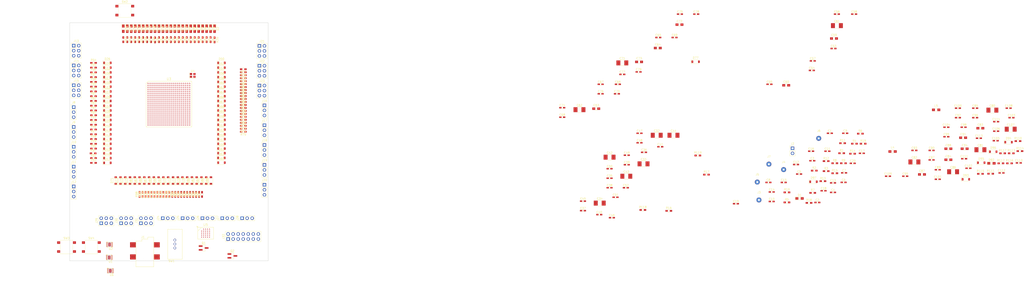
<source format=kicad_pcb>
(kicad_pcb (version 4) (host pcbnew 4.0.6)
  (layers (0 T_Power_&_Signal mixed) (1 L1_Ground power hide) (2 L2_Signal signal) (3 L3_Signal signal) (4 L4_Ground power hide) (31 B_Power power) (34 B.Paste user) (35 F.Paste user) (36 B.SilkS user) (37 F.SilkS user) (38 B.Mask user) (39 F.Mask user) (44 Edge.Cuts user))
  (net 0 "")
  (net 1 /PowerSupply/PWR_IN)
  (net 2 GND)
  (net 3 "Net-(C4-Pad1)")
  (net 4 "Net-(C12-Pad1)")
  (net 5 "Net-(C5-Pad2)")
  (net 6 "Net-(C6-Pad1)")
  (net 7 "Net-(C7-Pad1)")
  (net 8 /Artix7/VCC3V3)
  (net 9 "Net-(C9-Pad2)")
  (net 10 "Net-(C13-Pad1)")
  (net 11 /Artix7/VCC1V0)
  (net 12 "Net-(C14-Pad2)")
  (net 13 /PowerSupply/PGOOD)
  (net 14 /PowerSupply/PGOOD1V8)
  (net 15 /PowerSupply/PGOOD1V0)
  (net 16 /Artix7/VCCADC)
  (net 17 /Artix7/GNDADC)
  (net 18 "Net-(D1-Pad1)")
  (net 19 "Net-(D1-Pad2)")
  (net 20 "Net-(D2-Pad2)")
  (net 21 "Net-(D3-Pad2)")
  (net 22 "Net-(D4-Pad2)")
  (net 23 "Net-(D5-Pad2)")
  (net 24 "Net-(D6-Pad2)")
  (net 25 "Net-(D7-Pad2)")
  (net 26 "Net-(D8-Pad2)")
  (net 27 "Net-(D9-Pad2)")
  (net 28 "Net-(D10-Pad2)")
  (net 29 "Net-(D11-Pad2)")
  (net 30 "Net-(D12-Pad2)")
  (net 31 "Net-(D13-Pad2)")
  (net 32 "Net-(D14-Pad2)")
  (net 33 "Net-(D15-Pad2)")
  (net 34 "Net-(D16-Pad2)")
  (net 35 "Net-(D17-Pad2)")
  (net 36 "Net-(D18-Pad2)")
  (net 37 "Net-(D19-Pad2)")
  (net 38 "Net-(D20-Pad2)")
  (net 39 "Net-(D21-Pad2)")
  (net 40 "Net-(D22-Pad2)")
  (net 41 "Net-(D23-Pad2)")
  (net 42 "Net-(D24-Pad2)")
  (net 43 "Net-(D25-Pad2)")
  (net 44 /MasterInterfaces/SPI_MASTER_1_SCLK)
  (net 45 /MasterInterfaces/SPI_MASTER_2_SCLK)
  (net 46 /MasterInterfaces/SPI_MASTER_3_SCLK)
  (net 47 "Net-(D29-Pad1)")
  (net 48 "Net-(D30-Pad1)")
  (net 49 "Net-(D31-Pad1)")
  (net 50 "Net-(D32-Pad1)")
  (net 51 "Net-(D33-Pad1)")
  (net 52 "Net-(D34-Pad1)")
  (net 53 "Net-(D35-Pad1)")
  (net 54 "Net-(D36-Pad1)")
  (net 55 "Net-(D37-Pad1)")
  (net 56 "Net-(D38-Pad1)")
  (net 57 "Net-(D39-Pad1)")
  (net 58 "Net-(D40-Pad1)")
  (net 59 "Net-(D41-Pad1)")
  (net 60 "Net-(D42-Pad1)")
  (net 61 "Net-(D43-Pad1)")
  (net 62 "Net-(D44-Pad1)")
  (net 63 "Net-(D45-Pad1)")
  (net 64 "Net-(D46-Pad1)")
  (net 65 "Net-(D47-Pad1)")
  (net 66 "Net-(D48-Pad1)")
  (net 67 "Net-(D49-Pad1)")
  (net 68 "Net-(D50-Pad1)")
  (net 69 "Net-(D51-Pad1)")
  (net 70 "Net-(D52-Pad1)")
  (net 71 "Net-(D53-Pad1)")
  (net 72 "Net-(D54-Pad1)")
  (net 73 "Net-(D55-Pad1)")
  (net 74 "Net-(D56-Pad1)")
  (net 75 "Net-(D57-Pad1)")
  (net 76 "Net-(D58-Pad1)")
  (net 77 "Net-(D59-Pad1)")
  (net 78 "Net-(D60-Pad1)")
  (net 79 "Net-(D61-Pad1)")
  (net 80 "Net-(D62-Pad1)")
  (net 81 "Net-(D63-Pad1)")
  (net 82 "Net-(D64-Pad1)")
  (net 83 "Net-(D65-Pad1)")
  (net 84 "Net-(D66-Pad1)")
  (net 85 "Net-(D67-Pad1)")
  (net 86 "Net-(D68-Pad1)")
  (net 87 "Net-(D69-Pad1)")
  (net 88 "Net-(D70-Pad1)")
  (net 89 "Net-(D71-Pad1)")
  (net 90 "Net-(D72-Pad1)")
  (net 91 "Net-(D73-Pad1)")
  (net 92 "Net-(D74-Pad1)")
  (net 93 "Net-(D75-Pad1)")
  (net 94 "Net-(D76-Pad1)")
  (net 95 "Net-(D77-Pad1)")
  (net 96 "Net-(D78-Pad1)")
  (net 97 "Net-(D79-Pad1)")
  (net 98 "Net-(D80-Pad1)")
  (net 99 "Net-(D81-Pad1)")
  (net 100 "Net-(D82-Pad1)")
  (net 101 "Net-(D83-Pad1)")
  (net 102 "Net-(D84-Pad1)")
  (net 103 "Net-(D85-Pad1)")
  (net 104 "Net-(D86-Pad1)")
  (net 105 "Net-(D87-Pad1)")
  (net 106 "Net-(D88-Pad1)")
  (net 107 "Net-(D89-Pad1)")
  (net 108 "Net-(D90-Pad1)")
  (net 109 "Net-(D91-Pad1)")
  (net 110 "Net-(D92-Pad1)")
  (net 111 "Net-(D92-Pad2)")
  (net 112 /Artix7/TMS)
  (net 113 /Artix7/TCK)
  (net 114 /Artix7/TDO)
  (net 115 /Artix7/TDI)
  (net 116 "Net-(J8-Pad1)")
  (net 117 "Net-(J8-Pad2)")
  (net 118 "Net-(J9-Pad1)")
  (net 119 "Net-(J9-Pad2)")
  (net 120 "Net-(J10-Pad1)")
  (net 121 "Net-(J10-Pad2)")
  (net 122 "Net-(J11-Pad1)")
  (net 123 "Net-(J11-Pad2)")
  (net 124 "Net-(J12-Pad1)")
  (net 125 "Net-(J12-Pad2)")
  (net 126 "Net-(J13-Pad1)")
  (net 127 "Net-(J13-Pad3)")
  (net 128 "Net-(J13-Pad4)")
  (net 129 "Net-(J13-Pad5)")
  (net 130 "Net-(J13-Pad6)")
  (net 131 "Net-(J14-Pad1)")
  (net 132 "Net-(J14-Pad3)")
  (net 133 "Net-(J14-Pad4)")
  (net 134 "Net-(J14-Pad5)")
  (net 135 "Net-(J14-Pad6)")
  (net 136 "Net-(J15-Pad1)")
  (net 137 "Net-(J15-Pad3)")
  (net 138 "Net-(J15-Pad4)")
  (net 139 "Net-(J15-Pad5)")
  (net 140 "Net-(J15-Pad6)")
  (net 141 "Net-(J16-Pad1)")
  (net 142 "Net-(J16-Pad2)")
  (net 143 "Net-(J17-Pad1)")
  (net 144 "Net-(J17-Pad2)")
  (net 145 "Net-(J18-Pad1)")
  (net 146 "Net-(J18-Pad2)")
  (net 147 "Net-(J19-Pad1)")
  (net 148 "Net-(J19-Pad2)")
  (net 149 "Net-(J20-Pad1)")
  (net 150 "Net-(J20-Pad2)")
  (net 151 "Net-(J21-Pad1)")
  (net 152 "Net-(J21-Pad3)")
  (net 153 "Net-(J21-Pad4)")
  (net 154 "Net-(J21-Pad5)")
  (net 155 "Net-(J21-Pad6)")
  (net 156 "Net-(J22-Pad1)")
  (net 157 "Net-(J22-Pad3)")
  (net 158 "Net-(J22-Pad4)")
  (net 159 "Net-(J22-Pad5)")
  (net 160 "Net-(J22-Pad6)")
  (net 161 "Net-(J23-Pad1)")
  (net 162 "Net-(J23-Pad3)")
  (net 163 "Net-(J23-Pad4)")
  (net 164 "Net-(J23-Pad5)")
  (net 165 "Net-(J23-Pad6)")
  (net 166 "Net-(J24-Pad1)")
  (net 167 "Net-(J24-Pad2)")
  (net 168 "Net-(J25-Pad1)")
  (net 169 "Net-(J25-Pad2)")
  (net 170 "Net-(J26-Pad1)")
  (net 171 "Net-(J26-Pad2)")
  (net 172 "Net-(J27-Pad1)")
  (net 173 "Net-(J27-Pad2)")
  (net 174 "Net-(J28-Pad1)")
  (net 175 "Net-(J28-Pad2)")
  (net 176 "Net-(J29-Pad1)")
  (net 177 "Net-(J29-Pad3)")
  (net 178 "Net-(J29-Pad4)")
  (net 179 "Net-(J29-Pad5)")
  (net 180 "Net-(J29-Pad6)")
  (net 181 "Net-(J30-Pad1)")
  (net 182 "Net-(J30-Pad3)")
  (net 183 "Net-(J30-Pad4)")
  (net 184 "Net-(J30-Pad5)")
  (net 185 "Net-(J30-Pad6)")
  (net 186 "Net-(J31-Pad1)")
  (net 187 "Net-(J31-Pad3)")
  (net 188 "Net-(J31-Pad4)")
  (net 189 "Net-(J31-Pad5)")
  (net 190 "Net-(J31-Pad6)")
  (net 191 "Net-(J32-Pad4)")
  (net 192 "Net-(J32-Pad6)")
  (net 193 "Net-(J32-Pad8)")
  (net 194 "Net-(J32-Pad10)")
  (net 195 "Net-(J32-Pad12)")
  (net 196 "Net-(J32-Pad14)")
  (net 197 "Net-(Q2-Pad2)")
  (net 198 "Net-(R3-Pad2)")
  (net 199 "Net-(R7-Pad2)")
  (net 200 "Net-(R13-Pad1)")
  (net 201 "Net-(R14-Pad1)")
  (net 202 "Net-(R12-Pad1)")
  (net 203 "Net-(R119-Pad2)")
  (net 204 "Net-(R118-Pad2)")
  (net 205 "Net-(R20-Pad1)")
  (net 206 "Net-(R21-Pad1)")
  (net 207 "Net-(R22-Pad1)")
  (net 208 "Net-(R23-Pad1)")
  (net 209 "Net-(R24-Pad1)")
  (net 210 "Net-(R25-Pad1)")
  (net 211 "Net-(R26-Pad1)")
  (net 212 "Net-(R27-Pad1)")
  (net 213 "Net-(R28-Pad1)")
  (net 214 "Net-(R29-Pad1)")
  (net 215 "Net-(R30-Pad1)")
  (net 216 "Net-(R31-Pad1)")
  (net 217 "Net-(R32-Pad1)")
  (net 218 "Net-(R33-Pad1)")
  (net 219 "Net-(R34-Pad1)")
  (net 220 "Net-(R35-Pad1)")
  (net 221 "Net-(R36-Pad1)")
  (net 222 "Net-(R37-Pad1)")
  (net 223 "Net-(R38-Pad1)")
  (net 224 "Net-(R39-Pad1)")
  (net 225 "Net-(R40-Pad1)")
  (net 226 "Net-(R41-Pad1)")
  (net 227 "Net-(R42-Pad1)")
  (net 228 "Net-(R43-Pad1)")
  (net 229 "Net-(R110-Pad2)")
  (net 230 "Net-(R112-Pad2)")
  (net 231 "Net-(R113-Pad2)")
  (net 232 "Net-(R118-Pad1)")
  (net 233 "Net-(R119-Pad1)")
  (net 234 "Net-(U3-PadJ1)")
  (net 235 "Net-(U3-PadK1)")
  (net 236 "Net-(U3-PadP1)")
  (net 237 "Net-(U3-PadR1)")
  (net 238 "Net-(U3-PadT1)")
  (net 239 "Net-(U3-PadAA1)")
  (net 240 "Net-(U3-PadAB1)")
  (net 241 "Net-(U3-PadB2)")
  (net 242 "Net-(U3-PadD2)")
  (net 243 "Net-(U3-PadG2)")
  (net 244 "Net-(U3-PadH2)")
  (net 245 "Net-(U3-PadJ2)")
  (net 246 "Net-(U3-PadK2)")
  (net 247 "Net-(U3-PadN2)")
  (net 248 "Net-(U3-PadP2)")
  (net 249 "Net-(U3-PadY2)")
  (net 250 "Net-(U3-PadAB2)")
  (net 251 "Net-(U3-PadE3)")
  (net 252 "Net-(U3-PadF3)")
  (net 253 "Net-(U3-PadL3)")
  (net 254 "Net-(U3-PadR3)")
  (net 255 "Net-(U3-PadU3)")
  (net 256 "Net-(U3-PadV3)")
  (net 257 "Net-(U3-PadY3)")
  (net 258 "Net-(U3-PadAA3)")
  (net 259 "Net-(U3-PadAB3)")
  (net 260 "Net-(U3-PadF4)")
  (net 261 "Net-(U3-PadG4)")
  (net 262 "Net-(U3-PadH4)")
  (net 263 "Net-(U3-PadJ4)")
  (net 264 "Net-(U3-PadK4)")
  (net 265 "Net-(U3-PadP4)")
  (net 266 "Net-(U3-PadH5)")
  (net 267 "Net-(U3-PadJ5)")
  (net 268 "Net-(U3-PadM5)")
  (net 269 "Net-(U3-PadN5)")
  (net 270 "Net-(U3-PadP5)")
  (net 271 "Net-(U3-PadAA5)")
  (net 272 "Net-(U3-PadAB5)")
  (net 273 "Net-(U3-PadM6)")
  (net 274 "Net-(U3-PadP6)")
  (net 275 "Net-(U3-PadR6)")
  (net 276 "Net-(U3-PadY6)")
  (net 277 "Net-(U3-PadAA6)")
  (net 278 "Net-(U3-PadAB6)")
  (net 279 "Net-(U3-PadV7)")
  (net 280 "Net-(U3-PadW7)")
  (net 281 "Net-(U3-PadY7)")
  (net 282 "Net-(U3-PadAB7)")
  (net 283 "Net-(U3-PadV8)")
  (net 284 "Net-(U3-PadY8)")
  (net 285 "Net-(U3-PadAA8)")
  (net 286 "Net-(U3-PadAB8)")
  (net 287 "Net-(U3-PadV9)")
  (net 288 "Net-(U3-PadW9)")
  (net 289 "Net-(U3-PadY9)")
  (net 290 "Net-(U3-PadAA10)")
  (net 291 "Net-(U3-PadL12)")
  (net 292 "Net-(U3-PadA13)")
  (net 293 "Net-(U3-PadB13)")
  (net 294 "Net-(U3-PadC13)")
  (net 295 "Net-(U3-PadE13)")
  (net 296 "Net-(U3-PadF13)")
  (net 297 "Net-(U3-PadK13)")
  (net 298 "Net-(U3-PadL13)")
  (net 299 "Net-(U3-PadM13)")
  (net 300 "Net-(U3-PadN13)")
  (net 301 "Net-(U3-PadA14)")
  (net 302 "Net-(U3-PadC14)")
  (net 303 "Net-(U3-PadD14)")
  (net 304 "Net-(U3-PadE14)")
  (net 305 "Net-(U3-PadF14)")
  (net 306 "Net-(U3-PadK14)")
  (net 307 "Net-(U3-PadL14)")
  (net 308 "Net-(U3-PadN14)")
  (net 309 "Net-(U3-PadP14)")
  (net 310 "Net-(U3-PadR14)")
  (net 311 "Net-(U3-PadA15)")
  (net 312 "Net-(U3-PadB15)")
  (net 313 "Net-(U3-PadC15)")
  (net 314 "Net-(U3-PadD15)")
  (net 315 "Net-(U3-PadF15)")
  (net 316 "Net-(U3-PadL15)")
  (net 317 "Net-(U3-PadM15)")
  (net 318 "Net-(U3-PadP15)")
  (net 319 "Net-(U3-PadA16)")
  (net 320 "Net-(U3-PadB16)")
  (net 321 "Net-(U3-PadD16)")
  (net 322 "Net-(U3-PadE16)")
  (net 323 "Net-(U3-PadF16)")
  (net 324 "Net-(U3-PadK16)")
  (net 325 "Net-(U3-PadL16)")
  (net 326 "Net-(U3-PadM16)")
  (net 327 "Net-(U3-PadP16)")
  (net 328 "Net-(U3-PadR16)")
  (net 329 "Net-(U3-PadB17)")
  (net 330 "Net-(U3-PadC17)")
  (net 331 "Net-(U3-PadD17)")
  (net 332 "Net-(U3-PadE17)")
  (net 333 "Net-(U3-PadJ17)")
  (net 334 "Net-(U3-PadK17)")
  (net 335 "Net-(U3-PadN17)")
  (net 336 "Net-(U3-PadP17)")
  (net 337 "Net-(U3-PadR17)")
  (net 338 "Net-(U3-PadU17)")
  (net 339 "Net-(U3-PadA18)")
  (net 340 "Net-(U3-PadB18)")
  (net 341 "Net-(U3-PadC18)")
  (net 342 "Net-(U3-PadE18)")
  (net 343 "Net-(U3-PadF18)")
  (net 344 "Net-(U3-PadK18)")
  (net 345 "Net-(U3-PadL18)")
  (net 346 "Net-(U3-PadM18)")
  (net 347 "Net-(U3-PadN18)")
  (net 348 "Net-(U3-PadR18)")
  (net 349 "Net-(U3-PadT18)")
  (net 350 "Net-(U3-PadU18)")
  (net 351 "Net-(U3-PadAA18)")
  (net 352 "Net-(U3-PadA19)")
  (net 353 "Net-(U3-PadC19)")
  (net 354 "Net-(U3-PadD19)")
  (net 355 "Net-(U3-PadE19)")
  (net 356 "Net-(U3-PadF19)")
  (net 357 "Net-(U3-PadH19)")
  (net 358 "Net-(U3-PadJ19)")
  (net 359 "Net-(U3-PadK19)")
  (net 360 "Net-(U3-PadL19)")
  (net 361 "Net-(U3-PadN19)")
  (net 362 "Net-(U3-PadP19)")
  (net 363 "Net-(U3-PadR19)")
  (net 364 "Net-(U3-PadA20)")
  (net 365 "Net-(U3-PadB20)")
  (net 366 "Net-(U3-PadC20)")
  (net 367 "Net-(U3-PadF20)")
  (net 368 "Net-(U3-PadJ20)")
  (net 369 "Net-(U3-PadL20)")
  (net 370 "Net-(U3-PadM20)")
  (net 371 "Net-(U3-PadN20)")
  (net 372 "Net-(U3-PadAA20)")
  (net 373 "Net-(U3-PadB21)")
  (net 374 "Net-(U3-PadD21)")
  (net 375 "Net-(U3-PadE21)")
  (net 376 "Net-(U3-PadF21)")
  (net 377 "Net-(U3-PadG21)")
  (net 378 "Net-(U3-PadJ21)")
  (net 379 "Net-(U3-PadP21)")
  (net 380 "Net-(U3-PadY21)")
  (net 381 "Net-(U3-PadAA21)")
  (net 382 "Net-(U3-PadAB21)")
  (net 383 "Net-(U3-PadB22)")
  (net 384 "Net-(U3-PadC22)")
  (net 385 "Net-(U3-PadD22)")
  (net 386 "Net-(U3-PadE22)")
  (net 387 "Net-(U3-PadG22)")
  (net 388 "Net-(U3-PadP22)")
  (net 389 "Net-(U3-PadR22)")
  (net 390 "Net-(U3-PadY22)")
  (net 391 "Net-(U3-PadAB22)")
  (net 392 "Net-(U5-PadB1)")
  (net 393 "Net-(U5-PadC1)")
  (net 394 "Net-(U5-PadD1)")
  (net 395 "Net-(U5-PadE1)")
  (net 396 "Net-(U5-PadA2)")
  (net 397 "Net-(U5-PadE2)")
  (net 398 "Net-(U5-PadA3)")
  (net 399 "Net-(U5-PadC3)")
  (net 400 "Net-(U5-PadE3)")
  (net 401 "Net-(U5-PadA5)")
  (net 402 "Net-(U5-PadB5)")
  (net 403 "Net-(U5-PadC5)")
  (net 404 "Net-(U5-PadD5)")
  (net 405 "Net-(U5-PadE5)")
  (module Diodes_SMD:D_SOD-123 (layer T_Power_&_Signal) (at 79 77)
    (fp_text reference D37 (at 0 -2) (layer F.SilkS))
    (fp_text value 3.3v)
    (pad 1 smd rect (at -1.65 0) (size 0.9 1.2) (layers T_Power_&_Signal F.Paste F.Mask) (net 55 "Net-(D37-Pad1)"))
    (pad 2 smd rect (at 1.65 0) (size 0.9 1.2) (layers T_Power_&_Signal F.Paste F.Mask) (net 2 GND))
  )
  (module Diodes_SMD:D_SOD-123 (layer T_Power_&_Signal) (at 79 72.2)
    (fp_text reference D30 (at 0 -2) (layer F.SilkS))
    (fp_text value 3.3v)
    (pad 1 smd rect (at -1.65 0) (size 0.9 1.2) (layers T_Power_&_Signal F.Paste F.Mask) (net 48 "Net-(D30-Pad1)"))
    (pad 2 smd rect (at 1.65 0) (size 0.9 1.2) (layers T_Power_&_Signal F.Paste F.Mask) (net 2 GND))
  )
  (module Pin_Headers:Pin_Header_Straight_1x03_Pitch2.54mm (layer T_Power_&_Signal) (at 62 112.5)
    (fp_text reference J11 (at 0 -2.33) (layer F.SilkS))
    (fp_text value I2C_MASTER_4)
    (pad 1 thru_hole rect (at 0 0) (size 1.7 1.7) (drill 1) (layers *.Cu *.Mask) (net 122 "Net-(J11-Pad1)"))
    (pad 2 thru_hole oval (at 0 2.54) (size 1.7 1.7) (drill 1) (layers *.Cu *.Mask) (net 123 "Net-(J11-Pad2)"))
    (pad 3 thru_hole oval (at 0 5.08) (size 1.7 1.7) (drill 1) (layers *.Cu *.Mask) (net 2 GND))
  )
  (module Pin_Headers:Pin_Header_Straight_2x03_Pitch2.54mm (layer T_Power_&_Signal) (at 62 71.5)
    (fp_text reference J15 (at 1.27 -2.33) (layer F.SilkS))
    (fp_text value SPI_MASTER_3)
    (pad 1 thru_hole rect (at 0 0) (size 1.7 1.7) (drill 1) (layers *.Cu *.Mask) (net 136 "Net-(J15-Pad1)"))
    (pad 2 thru_hole oval (at 2.54 0) (size 1.7 1.7) (drill 1) (layers *.Cu *.Mask) (net 2 GND))
    (pad 3 thru_hole oval (at 0 2.54) (size 1.7 1.7) (drill 1) (layers *.Cu *.Mask) (net 137 "Net-(J15-Pad3)"))
    (pad 4 thru_hole oval (at 2.54 2.54) (size 1.7 1.7) (drill 1) (layers *.Cu *.Mask) (net 138 "Net-(J15-Pad4)"))
    (pad 5 thru_hole oval (at 0 5.08) (size 1.7 1.7) (drill 1) (layers *.Cu *.Mask) (net 139 "Net-(J15-Pad5)"))
    (pad 6 thru_hole oval (at 2.54 5.08) (size 1.7 1.7) (drill 1) (layers *.Cu *.Mask) (net 140 "Net-(J15-Pad6)"))
  )
  (module Pin_Headers:Pin_Header_Straight_2x03_Pitch2.54mm (layer T_Power_&_Signal) (at 62 51.5)
    (fp_text reference J13 (at 1.27 -2.33) (layer F.SilkS))
    (fp_text value SPI_MASTER_1)
    (pad 1 thru_hole rect (at 0 0) (size 1.7 1.7) (drill 1) (layers *.Cu *.Mask) (net 126 "Net-(J13-Pad1)"))
    (pad 2 thru_hole oval (at 2.54 0) (size 1.7 1.7) (drill 1) (layers *.Cu *.Mask) (net 2 GND))
    (pad 3 thru_hole oval (at 0 2.54) (size 1.7 1.7) (drill 1) (layers *.Cu *.Mask) (net 127 "Net-(J13-Pad3)"))
    (pad 4 thru_hole oval (at 2.54 2.54) (size 1.7 1.7) (drill 1) (layers *.Cu *.Mask) (net 128 "Net-(J13-Pad4)"))
    (pad 5 thru_hole oval (at 0 5.08) (size 1.7 1.7) (drill 1) (layers *.Cu *.Mask) (net 129 "Net-(J13-Pad5)"))
    (pad 6 thru_hole oval (at 2.54 5.08) (size 1.7 1.7) (drill 1) (layers *.Cu *.Mask) (net 130 "Net-(J13-Pad6)"))
  )
  (module Capacitors_SMD:C_0603_HandSoldering (layer T_Power_&_Signal) (at 443.137667 95.686)
    (fp_text reference C1 (at 0 -1.25) (layer F.SilkS))
    (fp_text value "10uF X5R")
    (pad 1 smd rect (at -0.95 0) (size 1.2 0.75) (layers T_Power_&_Signal F.Paste F.Mask) (net 1 /PowerSupply/PWR_IN))
    (pad 2 smd rect (at 0.95 0) (size 1.2 0.75) (layers T_Power_&_Signal F.Paste F.Mask) (net 2 GND))
  )
  (module Capacitors_SMD:C_0603_HandSoldering (layer T_Power_&_Signal) (at 436.834333 130.566)
    (fp_text reference C2 (at 0 -1.25) (layer F.SilkS))
    (fp_text value 10uF)
    (pad 1 smd rect (at -0.95 0) (size 1.2 0.75) (layers T_Power_&_Signal F.Paste F.Mask) (net 1 /PowerSupply/PWR_IN))
    (pad 2 smd rect (at 0.95 0) (size 1.2 0.75) (layers T_Power_&_Signal F.Paste F.Mask) (net 2 GND))
  )
  (module Capacitors_SMD:C_0603_HandSoldering (layer T_Power_&_Signal) (at 434.287667 109.516)
    (fp_text reference C3 (at 0 -1.25) (layer F.SilkS))
    (fp_text value "10uF X5R")
    (pad 1 smd rect (at -0.95 0) (size 1.2 0.75) (layers T_Power_&_Signal F.Paste F.Mask) (net 1 /PowerSupply/PWR_IN))
    (pad 2 smd rect (at 0.95 0) (size 1.2 0.75) (layers T_Power_&_Signal F.Paste F.Mask) (net 2 GND))
  )
  (module Capacitors_SMD:C_0603_HandSoldering (layer T_Power_&_Signal) (at 444.732428 125.486)
    (fp_text reference C4 (at 0 -1.25) (layer F.SilkS))
    (fp_text value 0.1uF)
    (pad 1 smd rect (at -0.95 0) (size 1.2 0.75) (layers T_Power_&_Signal F.Paste F.Mask) (net 3 "Net-(C4-Pad1)"))
    (pad 2 smd rect (at 0.95 0) (size 1.2 0.75) (layers T_Power_&_Signal F.Paste F.Mask) (net 2 GND))
  )
  (module Capacitors_SMD:C_0603_HandSoldering (layer T_Power_&_Signal) (at 427.627667 116.236)
    (fp_text reference C5 (at 0 -1.25) (layer F.SilkS))
    (fp_text value "10nF X5R")
    (pad 1 smd rect (at -0.95 0) (size 1.2 0.75) (layers T_Power_&_Signal F.Paste F.Mask) (net 4 "Net-(C12-Pad1)"))
    (pad 2 smd rect (at 0.95 0) (size 1.2 0.75) (layers T_Power_&_Signal F.Paste F.Mask) (net 5 "Net-(C5-Pad2)"))
  )
  (module Capacitors_SMD:C_0603_HandSoldering (layer T_Power_&_Signal) (at 450.072428 120.436)
    (fp_text reference C6 (at 0 -1.25) (layer F.SilkS))
    (fp_text value 0.1uF)
    (pad 1 smd rect (at -0.95 0) (size 1.2 0.75) (layers T_Power_&_Signal F.Paste F.Mask) (net 6 "Net-(C6-Pad1)"))
    (pad 2 smd rect (at 0.95 0) (size 1.2 0.75) (layers T_Power_&_Signal F.Paste F.Mask) (net 2 GND))
  )
  (module Capacitors_SMD:C_0603_HandSoldering (layer T_Power_&_Signal) (at 450.310524 115.636)
    (fp_text reference C7 (at 0 -1.25) (layer F.SilkS))
    (fp_text value 100nF)
    (pad 1 smd rect (at -0.95 0) (size 1.2 0.75) (layers T_Power_&_Signal F.Paste F.Mask) (net 7 "Net-(C7-Pad1)"))
    (pad 2 smd rect (at 0.95 0) (size 1.2 0.75) (layers T_Power_&_Signal F.Paste F.Mask) (net 2 GND))
  )
  (module Capacitors_SMD:C_0603_HandSoldering (layer T_Power_&_Signal) (at 412.167667 120.466)
    (fp_text reference C8 (at 0 -1.25) (layer F.SilkS))
    (fp_text value "10uF X5R")
    (pad 1 smd rect (at -0.95 0) (size 1.2 0.75) (layers T_Power_&_Signal F.Paste F.Mask) (net 4 "Net-(C12-Pad1)"))
    (pad 2 smd rect (at 0.95 0) (size 1.2 0.75) (layers T_Power_&_Signal F.Paste F.Mask) (net 2 GND))
  )
  (module Capacitors_SMD:C_0603_HandSoldering (layer T_Power_&_Signal) (at 450.867667 95.686)
    (fp_text reference C9 (at 0 -1.25) (layer F.SilkS))
    (fp_text value "10nF X5R")
    (pad 1 smd rect (at -0.95 0) (size 1.2 0.75) (layers T_Power_&_Signal F.Paste F.Mask) (net 8 /Artix7/VCC3V3))
    (pad 2 smd rect (at 0.95 0) (size 1.2 0.75) (layers T_Power_&_Signal F.Paste F.Mask) (net 9 "Net-(C9-Pad2)"))
  )
  (module Capacitors_SMD:C_0603_HandSoldering (layer T_Power_&_Signal) (at 413.837667 130.066)
    (fp_text reference C10 (at 0 -1.25) (layer F.SilkS))
    (fp_text value "10uF X5R")
    (pad 1 smd rect (at -0.95 0) (size 1.2 0.75) (layers T_Power_&_Signal F.Paste F.Mask) (net 1 /PowerSupply/PWR_IN))
    (pad 2 smd rect (at 0.95 0) (size 1.2 0.75) (layers T_Power_&_Signal F.Paste F.Mask) (net 2 GND))
  )
  (module Capacitors_SMD:C_0603_HandSoldering (layer T_Power_&_Signal) (at 441.897667 104.716)
    (fp_text reference C11 (at 0 -1.25) (layer F.SilkS))
    (fp_text value "10uF X5R")
    (pad 1 smd rect (at -0.95 0) (size 1.2 0.75) (layers T_Power_&_Signal F.Paste F.Mask) (net 8 /Artix7/VCC3V3))
    (pad 2 smd rect (at 0.95 0) (size 1.2 0.75) (layers T_Power_&_Signal F.Paste F.Mask) (net 2 GND))
  )
  (module Capacitors_SMD:C_0603_HandSoldering (layer T_Power_&_Signal) (at 426.083857 111.436)
    (fp_text reference C12 (at 0 -1.25) (layer F.SilkS))
    (fp_text value "100nF X5R")
    (pad 1 smd rect (at -0.95 0) (size 1.2 0.75) (layers T_Power_&_Signal F.Paste F.Mask) (net 4 "Net-(C12-Pad1)"))
    (pad 2 smd rect (at 0.95 0) (size 1.2 0.75) (layers T_Power_&_Signal F.Paste F.Mask) (net 2 GND))
  )
  (module Capacitors_SMD:C_0603_HandSoldering (layer T_Power_&_Signal) (at 444.732428 120.686)
    (fp_text reference C13 (at 0 -1.25) (layer F.SilkS))
    (fp_text value 0.1uF)
    (pad 1 smd rect (at -0.95 0) (size 1.2 0.75) (layers T_Power_&_Signal F.Paste F.Mask) (net 10 "Net-(C13-Pad1)"))
    (pad 2 smd rect (at 0.95 0) (size 1.2 0.75) (layers T_Power_&_Signal F.Paste F.Mask) (net 2 GND))
  )
  (module Capacitors_SMD:C_0603_HandSoldering (layer T_Power_&_Signal) (at 413.837667 125.266)
    (fp_text reference C14 (at 0 -1.25) (layer F.SilkS))
    (fp_text value "10nF X5R")
    (pad 1 smd rect (at -0.95 0) (size 1.2 0.75) (layers T_Power_&_Signal F.Paste F.Mask) (net 11 /Artix7/VCC1V0))
    (pad 2 smd rect (at 0.95 0) (size 1.2 0.75) (layers T_Power_&_Signal F.Paste F.Mask) (net 12 "Net-(C14-Pad2)"))
  )
  (module Capacitors_SMD:C_0603_HandSoldering (layer T_Power_&_Signal) (at 419.897667 120.466)
    (fp_text reference C15 (at 0 -1.25) (layer F.SilkS))
    (fp_text value "10uF X5R")
    (pad 1 smd rect (at -0.95 0) (size 1.2 0.75) (layers T_Power_&_Signal F.Paste F.Mask) (net 11 /Artix7/VCC1V0))
    (pad 2 smd rect (at 0.95 0) (size 1.2 0.75) (layers T_Power_&_Signal F.Paste F.Mask) (net 2 GND))
  )
  (module Capacitors_SMD:C_0603_HandSoldering (layer T_Power_&_Signal) (at 433.693857 104.716)
    (fp_text reference C16 (at 0 -1.25) (layer F.SilkS))
    (fp_text value "100nF X5R")
    (pad 1 smd rect (at -0.95 0) (size 1.2 0.75) (layers T_Power_&_Signal F.Paste F.Mask) (net 11 /Artix7/VCC1V0))
    (pad 2 smd rect (at 0.95 0) (size 1.2 0.75) (layers T_Power_&_Signal F.Paste F.Mask) (net 2 GND))
  )
  (module Capacitors_SMD:C_0603_HandSoldering (layer T_Power_&_Signal) (at 459.260524 105.786)
    (fp_text reference C17 (at 0 -1.25) (layer F.SilkS))
    (fp_text value 220nF)
    (pad 1 smd rect (at -0.95 0) (size 1.2 0.75) (layers T_Power_&_Signal F.Paste F.Mask) (net 13 /PowerSupply/PGOOD))
    (pad 2 smd rect (at 0.95 0) (size 1.2 0.75) (layers T_Power_&_Signal F.Paste F.Mask) (net 2 GND))
  )
  (module Capacitors_SMD:C_0603_HandSoldering (layer T_Power_&_Signal) (at 439.960524 124.666)
    (fp_text reference C18 (at 0 -1.25) (layer F.SilkS))
    (fp_text value 680nF)
    (pad 1 smd rect (at -0.95 0) (size 1.2 0.75) (layers T_Power_&_Signal F.Paste F.Mask) (net 14 /PowerSupply/PGOOD1V8))
    (pad 2 smd rect (at 0.95 0) (size 1.2 0.75) (layers T_Power_&_Signal F.Paste F.Mask) (net 2 GND))
  )
  (module Capacitors_SMD:C_0603_HandSoldering (layer T_Power_&_Signal) (at 395.793857 131.186)
    (fp_text reference C19 (at 0 -1.25) (layer F.SilkS))
    (fp_text value "100nF X5R")
    (pad 1 smd rect (at -0.95 0) (size 1.2 0.75) (layers T_Power_&_Signal F.Paste F.Mask) (net 8 /Artix7/VCC3V3))
    (pad 2 smd rect (at 0.95 0) (size 1.2 0.75) (layers T_Power_&_Signal F.Paste F.Mask) (net 2 GND))
  )
  (module Capacitors_SMD:C_0603_HandSoldering (layer T_Power_&_Signal) (at 454.670524 110.836)
    (fp_text reference C20 (at 0 -1.25) (layer F.SilkS))
    (fp_text value 680nF)
    (pad 1 smd rect (at -0.95 0) (size 1.2 0.75) (layers T_Power_&_Signal F.Paste F.Mask) (net 15 /PowerSupply/PGOOD1V0))
    (pad 2 smd rect (at 0.95 0) (size 1.2 0.75) (layers T_Power_&_Signal F.Paste F.Mask) (net 2 GND))
  )
  (module Capacitors_SMD:C_1210_HandSoldering (layer T_Power_&_Signal) (at 355.873857 96.686)
    (fp_text reference C32 (at 0 -2.25) (layer F.SilkS))
    (fp_text value "100uF X5R")
    (pad 1 smd rect (at -2 0) (size 2 2.5) (layers T_Power_&_Signal F.Paste F.Mask) (net 8 /Artix7/VCC3V3))
    (pad 2 smd rect (at 2 0) (size 2 2.5) (layers T_Power_&_Signal F.Paste F.Mask) (net 2 GND))
  )
  (module Capacitors_SMD:C_1210_HandSoldering (layer T_Power_&_Signal) (at 349.225762 111.086)
    (fp_text reference C33 (at 0 -2.25) (layer F.SilkS))
    (fp_text value "4.7uF X5R")
    (pad 1 smd rect (at -2 0) (size 2 2.5) (layers T_Power_&_Signal F.Paste F.Mask) (net 8 /Artix7/VCC3V3))
    (pad 2 smd rect (at 2 0) (size 2 2.5) (layers T_Power_&_Signal F.Paste F.Mask) (net 2 GND))
  )
  (module Capacitors_SMD:C_1210_HandSoldering (layer T_Power_&_Signal) (at 327.145762 130.886)
    (fp_text reference C34 (at 0 -2.25) (layer F.SilkS))
    (fp_text value "4.7uF X5R")
    (pad 1 smd rect (at -2 0) (size 2 2.5) (layers T_Power_&_Signal F.Paste F.Mask) (net 8 /Artix7/VCC3V3))
    (pad 2 smd rect (at 2 0) (size 2 2.5) (layers T_Power_&_Signal F.Paste F.Mask) (net 2 GND))
  )
  (module Capacitors_SMD:C_0603_HandSoldering (layer T_Power_&_Signal) (at 332.103857 118.336)
    (fp_text reference C35 (at 0 -1.25) (layer F.SilkS))
    (fp_text value "470nF X5R")
    (pad 1 smd rect (at -0.95 0) (size 1.2 0.75) (layers T_Power_&_Signal F.Paste F.Mask) (net 8 /Artix7/VCC3V3))
    (pad 2 smd rect (at 0.95 0) (size 1.2 0.75) (layers T_Power_&_Signal F.Paste F.Mask) (net 2 GND))
  )
  (module Capacitors_SMD:C_0603_HandSoldering (layer T_Power_&_Signal) (at 349.463857 105.286)
    (fp_text reference C36 (at 0 -1.25) (layer F.SilkS))
    (fp_text value "470nF X5R")
    (pad 1 smd rect (at -0.95 0) (size 1.2 0.75) (layers T_Power_&_Signal F.Paste F.Mask) (net 8 /Artix7/VCC3V3))
    (pad 2 smd rect (at 0.95 0) (size 1.2 0.75) (layers T_Power_&_Signal F.Paste F.Mask) (net 2 GND))
  )
  (module Capacitors_SMD:C_0603_HandSoldering (layer T_Power_&_Signal) (at 318.703857 134.686)
    (fp_text reference C37 (at 0 -1.25) (layer F.SilkS))
    (fp_text value "470nF X5R")
    (pad 1 smd rect (at -0.95 0) (size 1.2 0.75) (layers T_Power_&_Signal F.Paste F.Mask) (net 8 /Artix7/VCC3V3))
    (pad 2 smd rect (at 0.95 0) (size 1.2 0.75) (layers T_Power_&_Signal F.Paste F.Mask) (net 2 GND))
  )
  (module Capacitors_SMD:C_0603_HandSoldering (layer T_Power_&_Signal) (at 332.103857 123.136)
    (fp_text reference C38 (at 0 -1.25) (layer F.SilkS))
    (fp_text value "470nF X5R")
    (pad 1 smd rect (at -0.95 0) (size 1.2 0.75) (layers T_Power_&_Signal F.Paste F.Mask) (net 8 /Artix7/VCC3V3))
    (pad 2 smd rect (at 0.95 0) (size 1.2 0.75) (layers T_Power_&_Signal F.Paste F.Mask) (net 2 GND))
  )
  (module Capacitors_SMD:C_0603_HandSoldering (layer T_Power_&_Signal) (at 340.783857 111.536)
    (fp_text reference C39 (at 0 -1.25) (layer F.SilkS))
    (fp_text value "470nF X5R")
    (pad 1 smd rect (at -0.95 0) (size 1.2 0.75) (layers T_Power_&_Signal F.Paste F.Mask) (net 8 /Artix7/VCC3V3))
    (pad 2 smd rect (at 0.95 0) (size 1.2 0.75) (layers T_Power_&_Signal F.Paste F.Mask) (net 2 GND))
  )
  (module Capacitors_SMD:C_0603_HandSoldering (layer T_Power_&_Signal) (at 326.907667 136.686)
    (fp_text reference C40 (at 0 -1.25) (layer F.SilkS))
    (fp_text value "47nF X5R")
    (pad 1 smd rect (at -0.95 0) (size 1.2 0.75) (layers T_Power_&_Signal F.Paste F.Mask) (net 8 /Artix7/VCC3V3))
    (pad 2 smd rect (at 0.95 0) (size 1.2 0.75) (layers T_Power_&_Signal F.Paste F.Mask) (net 2 GND))
  )
  (module Capacitors_SMD:C_0603_HandSoldering (layer T_Power_&_Signal) (at 357.667667 102.486)
    (fp_text reference C41 (at 0 -1.25) (layer F.SilkS))
    (fp_text value "47nF X5R")
    (pad 1 smd rect (at -0.95 0) (size 1.2 0.75) (layers T_Power_&_Signal F.Paste F.Mask) (net 8 /Artix7/VCC3V3))
    (pad 2 smd rect (at 0.95 0) (size 1.2 0.75) (layers T_Power_&_Signal F.Paste F.Mask) (net 2 GND))
  )
  (module Capacitors_SMD:C_1210_HandSoldering (layer T_Power_&_Signal) (at 332.103857 107.736)
    (fp_text reference C42 (at 0 -2.25) (layer F.SilkS))
    (fp_text value "100uF X5R")
    (pad 1 smd rect (at -2 0) (size 2 2.5) (layers T_Power_&_Signal F.Paste F.Mask) (net 8 /Artix7/VCC3V3))
    (pad 2 smd rect (at 2 0) (size 2 2.5) (layers T_Power_&_Signal F.Paste F.Mask) (net 2 GND))
  )
  (module Capacitors_SMD:C_1210_HandSoldering (layer T_Power_&_Signal) (at 340.545762 117.336)
    (fp_text reference C43 (at 0 -2.25) (layer F.SilkS))
    (fp_text value "4.7uF X5R")
    (pad 1 smd rect (at -2 0) (size 2 2.5) (layers T_Power_&_Signal F.Paste F.Mask) (net 8 /Artix7/VCC3V3))
    (pad 2 smd rect (at 2 0) (size 2 2.5) (layers T_Power_&_Signal F.Paste F.Mask) (net 2 GND))
  )
  (module Capacitors_SMD:C_1210_HandSoldering (layer T_Power_&_Signal) (at 364.315762 96.686)
    (fp_text reference C44 (at 0 -2.25) (layer F.SilkS))
    (fp_text value "4.7uF X5R")
    (pad 1 smd rect (at -2 0) (size 2 2.5) (layers T_Power_&_Signal F.Paste F.Mask) (net 8 /Artix7/VCC3V3))
    (pad 2 smd rect (at 2 0) (size 2 2.5) (layers T_Power_&_Signal F.Paste F.Mask) (net 2 GND))
  )
  (module Capacitors_SMD:C_0603_HandSoldering (layer T_Power_&_Signal) (at 318.703857 129.886)
    (fp_text reference C45 (at 0 -1.25) (layer F.SilkS))
    (fp_text value "470nF X5R")
    (pad 1 smd rect (at -0.95 0) (size 1.2 0.75) (layers T_Power_&_Signal F.Paste F.Mask) (net 8 /Artix7/VCC3V3))
    (pad 2 smd rect (at 0.95 0) (size 1.2 0.75) (layers T_Power_&_Signal F.Paste F.Mask) (net 2 GND))
  )
  (module Capacitors_SMD:C_0603_HandSoldering (layer T_Power_&_Signal) (at 333.280524 138.236)
    (fp_text reference C46 (at 0 -1.25) (layer F.SilkS))
    (fp_text value 100nF)
    (pad 1 smd rect (at -0.95 0) (size 1.2 0.75) (layers T_Power_&_Signal F.Paste F.Mask) (net 8 /Artix7/VCC3V3))
    (pad 2 smd rect (at 0.95 0) (size 1.2 0.75) (layers T_Power_&_Signal F.Paste F.Mask) (net 2 GND))
  )
  (module Capacitors_SMD:C_0603_HandSoldering (layer T_Power_&_Signal) (at 347.193857 95.686)
    (fp_text reference C47 (at 0 -1.25) (layer F.SilkS))
    (fp_text value "470nF X5R")
    (pad 1 smd rect (at -0.95 0) (size 1.2 0.75) (layers T_Power_&_Signal F.Paste F.Mask) (net 8 /Artix7/VCC3V3))
    (pad 2 smd rect (at 0.95 0) (size 1.2 0.75) (layers T_Power_&_Signal F.Paste F.Mask) (net 2 GND))
  )
  (module Capacitors_SMD:C_0603_HandSoldering (layer T_Power_&_Signal) (at 347.193857 100.486)
    (fp_text reference C48 (at 0 -1.25) (layer F.SilkS))
    (fp_text value "470nF X5R")
    (pad 1 smd rect (at -0.95 0) (size 1.2 0.75) (layers T_Power_&_Signal F.Paste F.Mask) (net 8 /Artix7/VCC3V3))
    (pad 2 smd rect (at 0.95 0) (size 1.2 0.75) (layers T_Power_&_Signal F.Paste F.Mask) (net 2 GND))
  )
  (module Capacitors_SMD:C_0603_HandSoldering (layer T_Power_&_Signal) (at 340.783857 106.736)
    (fp_text reference C49 (at 0 -1.25) (layer F.SilkS))
    (fp_text value "470nF X5R")
    (pad 1 smd rect (at -0.95 0) (size 1.2 0.75) (layers T_Power_&_Signal F.Paste F.Mask) (net 8 /Artix7/VCC3V3))
    (pad 2 smd rect (at 0.95 0) (size 1.2 0.75) (layers T_Power_&_Signal F.Paste F.Mask) (net 2 GND))
  )
  (module Capacitors_SMD:C_0603_HandSoldering (layer T_Power_&_Signal) (at 332.103857 113.536)
    (fp_text reference C50 (at 0 -1.25) (layer F.SilkS))
    (fp_text value "470nF X5R")
    (pad 1 smd rect (at -0.95 0) (size 1.2 0.75) (layers T_Power_&_Signal F.Paste F.Mask) (net 8 /Artix7/VCC3V3))
    (pad 2 smd rect (at 0.95 0) (size 1.2 0.75) (layers T_Power_&_Signal F.Paste F.Mask) (net 2 GND))
  )
  (module Capacitors_SMD:C_0603_HandSoldering (layer T_Power_&_Signal) (at 335.107667 127.936)
    (fp_text reference C51 (at 0 -1.25) (layer F.SilkS))
    (fp_text value "47nF X5R")
    (pad 1 smd rect (at -0.95 0) (size 1.2 0.75) (layers T_Power_&_Signal F.Paste F.Mask) (net 8 /Artix7/VCC3V3))
    (pad 2 smd rect (at 0.95 0) (size 1.2 0.75) (layers T_Power_&_Signal F.Paste F.Mask) (net 2 GND))
  )
  (module Capacitors_SMD:C_0603_HandSoldering (layer T_Power_&_Signal) (at 340.307667 123.136)
    (fp_text reference C52 (at 0 -1.25) (layer F.SilkS))
    (fp_text value "47nF X5R")
    (pad 1 smd rect (at -0.95 0) (size 1.2 0.75) (layers T_Power_&_Signal F.Paste F.Mask) (net 8 /Artix7/VCC3V3))
    (pad 2 smd rect (at 0.95 0) (size 1.2 0.75) (layers T_Power_&_Signal F.Paste F.Mask) (net 2 GND))
  )
  (module Capacitors_SMD:C_0603_HandSoldering (layer T_Power_&_Signal) (at 444.977667 52.966)
    (fp_text reference C53 (at 0 -1.25) (layer F.SilkS))
    (fp_text value "47nF X5R")
    (pad 1 smd rect (at -0.95 0) (size 1.2 0.75) (layers T_Power_&_Signal F.Paste F.Mask) (net 8 /Artix7/VCC3V3))
    (pad 2 smd rect (at 0.95 0) (size 1.2 0.75) (layers T_Power_&_Signal F.Paste F.Mask) (net 2 GND))
  )
  (module Capacitors_SMD:C_0603_HandSoldering (layer T_Power_&_Signal) (at 434.057667 64.006)
    (fp_text reference C54 (at 0 -1.25) (layer F.SilkS))
    (fp_text value "47nF X5R")
    (pad 1 smd rect (at -0.95 0) (size 1.2 0.75) (layers T_Power_&_Signal F.Paste F.Mask) (net 8 /Artix7/VCC3V3))
    (pad 2 smd rect (at 0.95 0) (size 1.2 0.75) (layers T_Power_&_Signal F.Paste F.Mask) (net 2 GND))
  )
  (module Capacitors_SMD:C_0603_HandSoldering (layer T_Power_&_Signal) (at 412.693857 70.996)
    (fp_text reference C55 (at 0 -1.25) (layer F.SilkS))
    (fp_text value "470nF X5R")
    (pad 1 smd rect (at -0.95 0) (size 1.2 0.75) (layers T_Power_&_Signal F.Paste F.Mask) (net 8 /Artix7/VCC3V3))
    (pad 2 smd rect (at 0.95 0) (size 1.2 0.75) (layers T_Power_&_Signal F.Paste F.Mask) (net 2 GND))
  )
  (module Capacitors_SMD:C_0603_HandSoldering (layer T_Power_&_Signal) (at 446.693857 35.626)
    (fp_text reference C56 (at 0 -1.25) (layer F.SilkS))
    (fp_text value "470nF X5R")
    (pad 1 smd rect (at -0.95 0) (size 1.2 0.75) (layers T_Power_&_Signal F.Paste F.Mask) (net 8 /Artix7/VCC3V3))
    (pad 2 smd rect (at 0.95 0) (size 1.2 0.75) (layers T_Power_&_Signal F.Paste F.Mask) (net 2 GND))
  )
  (module Capacitors_SMD:C_0603_HandSoldering (layer T_Power_&_Signal) (at 434.533857 59.206)
    (fp_text reference C57 (at 0 -1.25) (layer F.SilkS))
    (fp_text value "470nF X5R")
    (pad 1 smd rect (at -0.95 0) (size 1.2 0.75) (layers T_Power_&_Signal F.Paste F.Mask) (net 8 /Artix7/VCC3V3))
    (pad 2 smd rect (at 0.95 0) (size 1.2 0.75) (layers T_Power_&_Signal F.Paste F.Mask) (net 2 GND))
  )
  (module Capacitors_SMD:C_0603_HandSoldering (layer T_Power_&_Signal) (at 455.373857 35.626)
    (fp_text reference C58 (at 0 -1.25) (layer F.SilkS))
    (fp_text value "470nF X5R")
    (pad 1 smd rect (at -0.95 0) (size 1.2 0.75) (layers T_Power_&_Signal F.Paste F.Mask) (net 8 /Artix7/VCC3V3))
    (pad 2 smd rect (at 0.95 0) (size 1.2 0.75) (layers T_Power_&_Signal F.Paste F.Mask) (net 2 GND))
  )
  (module Capacitors_SMD:C_0805_HandSoldering (layer T_Power_&_Signal) (at 445.215762 47.916)
    (fp_text reference C59 (at 0 -1.75) (layer F.SilkS))
    (fp_text value "4.7uF X5R")
    (pad 1 smd rect (at -1.25 0) (size 1.5 1.25) (layers T_Power_&_Signal F.Paste F.Mask) (net 8 /Artix7/VCC3V3))
    (pad 2 smd rect (at 1.25 0) (size 1.5 1.25) (layers T_Power_&_Signal F.Paste F.Mask) (net 2 GND))
  )
  (module Capacitors_SMD:C_0805_HandSoldering (layer T_Power_&_Signal) (at 421.135762 71.496)
    (fp_text reference C60 (at 0 -1.75) (layer F.SilkS))
    (fp_text value "4.7uF X5R")
    (pad 1 smd rect (at -1.25 0) (size 1.5 1.25) (layers T_Power_&_Signal F.Paste F.Mask) (net 8 /Artix7/VCC3V3))
    (pad 2 smd rect (at 1.25 0) (size 1.5 1.25) (layers T_Power_&_Signal F.Paste F.Mask) (net 2 GND))
  )
  (module Capacitors_SMD:C_1210_HandSoldering (layer T_Power_&_Signal) (at 446.693857 41.426)
    (fp_text reference C61 (at 0 -2.25) (layer F.SilkS))
    (fp_text value "100uF X5R")
    (pad 1 smd rect (at -2 0) (size 2 2.5) (layers T_Power_&_Signal F.Paste F.Mask) (net 8 /Artix7/VCC3V3))
    (pad 2 smd rect (at 2 0) (size 2 2.5) (layers T_Power_&_Signal F.Paste F.Mask) (net 2 GND))
  )
  (module Capacitors_SMD:C_1210_HandSoldering (layer T_Power_&_Signal) (at 316.933857 83.786)
    (fp_text reference C62 (at 0 -2.25) (layer F.SilkS))
    (fp_text value "100uF X5R")
    (pad 1 smd rect (at -2 0) (size 2 2.5) (layers T_Power_&_Signal F.Paste F.Mask) (net 8 /Artix7/VCC3V3))
    (pad 2 smd rect (at 2 0) (size 2 2.5) (layers T_Power_&_Signal F.Paste F.Mask) (net 2 GND))
  )
  (module Capacitors_SMD:C_0805_HandSoldering (layer T_Power_&_Signal) (at 325.375762 83.286)
    (fp_text reference C63 (at 0 -1.75) (layer F.SilkS))
    (fp_text value "4.7uF X5R")
    (pad 1 smd rect (at -1.25 0) (size 1.5 1.25) (layers T_Power_&_Signal F.Paste F.Mask) (net 8 /Artix7/VCC3V3))
    (pad 2 smd rect (at 1.25 0) (size 1.5 1.25) (layers T_Power_&_Signal F.Paste F.Mask) (net 2 GND))
  )
  (module Capacitors_SMD:C_0805_HandSoldering (layer T_Power_&_Signal) (at 356.415762 52.716)
    (fp_text reference C64 (at 0 -1.75) (layer F.SilkS))
    (fp_text value "4.7uF X5R")
    (pad 1 smd rect (at -1.25 0) (size 1.5 1.25) (layers T_Power_&_Signal F.Paste F.Mask) (net 8 /Artix7/VCC3V3))
    (pad 2 smd rect (at 1.25 0) (size 1.5 1.25) (layers T_Power_&_Signal F.Paste F.Mask) (net 2 GND))
  )
  (module Capacitors_SMD:C_0603_HandSoldering (layer T_Power_&_Signal) (at 356.653857 47.416)
    (fp_text reference C65 (at 0 -1.25) (layer F.SilkS))
    (fp_text value "470nF X5R")
    (pad 1 smd rect (at -0.95 0) (size 1.2 0.75) (layers T_Power_&_Signal F.Paste F.Mask) (net 8 /Artix7/VCC3V3))
    (pad 2 smd rect (at 0.95 0) (size 1.2 0.75) (layers T_Power_&_Signal F.Paste F.Mask) (net 2 GND))
  )
  (module Capacitors_SMD:C_0603_HandSoldering (layer T_Power_&_Signal) (at 336.293857 70.996)
    (fp_text reference C66 (at 0 -1.25) (layer F.SilkS))
    (fp_text value "470nF X5R")
    (pad 1 smd rect (at -0.95 0) (size 1.2 0.75) (layers T_Power_&_Signal F.Paste F.Mask) (net 8 /Artix7/VCC3V3))
    (pad 2 smd rect (at 0.95 0) (size 1.2 0.75) (layers T_Power_&_Signal F.Paste F.Mask) (net 2 GND))
  )
  (module Capacitors_SMD:C_0603_HandSoldering (layer T_Power_&_Signal) (at 327.613857 70.996)
    (fp_text reference C67 (at 0 -1.25) (layer F.SilkS))
    (fp_text value "470nF X5R")
    (pad 1 smd rect (at -0.95 0) (size 1.2 0.75) (layers T_Power_&_Signal F.Paste F.Mask) (net 8 /Artix7/VCC3V3))
    (pad 2 smd rect (at 0.95 0) (size 1.2 0.75) (layers T_Power_&_Signal F.Paste F.Mask) (net 2 GND))
  )
  (module Capacitors_SMD:C_0603_HandSoldering (layer T_Power_&_Signal) (at 308.253857 87.586)
    (fp_text reference C68 (at 0 -1.25) (layer F.SilkS))
    (fp_text value "470nF X5R")
    (pad 1 smd rect (at -0.95 0) (size 1.2 0.75) (layers T_Power_&_Signal F.Paste F.Mask) (net 8 /Artix7/VCC3V3))
    (pad 2 smd rect (at 0.95 0) (size 1.2 0.75) (layers T_Power_&_Signal F.Paste F.Mask) (net 2 GND))
  )
  (module Capacitors_SMD:C_0603_HandSoldering (layer T_Power_&_Signal) (at 364.857667 47.416)
    (fp_text reference C69 (at 0 -1.25) (layer F.SilkS))
    (fp_text value "47nF X5R")
    (pad 1 smd rect (at -0.95 0) (size 1.2 0.75) (layers T_Power_&_Signal F.Paste F.Mask) (net 8 /Artix7/VCC3V3))
    (pad 2 smd rect (at 0.95 0) (size 1.2 0.75) (layers T_Power_&_Signal F.Paste F.Mask) (net 2 GND))
  )
  (module Capacitors_SMD:C_0603_HandSoldering (layer T_Power_&_Signal) (at 335.817667 75.796)
    (fp_text reference C70 (at 0 -1.25) (layer F.SilkS))
    (fp_text value "47nF X5R")
    (pad 1 smd rect (at -0.95 0) (size 1.2 0.75) (layers T_Power_&_Signal F.Paste F.Mask) (net 8 /Artix7/VCC3V3))
    (pad 2 smd rect (at 0.95 0) (size 1.2 0.75) (layers T_Power_&_Signal F.Paste F.Mask) (net 2 GND))
  )
  (module Capacitors_SMD:C_1210_HandSoldering (layer T_Power_&_Signal) (at 338.533857 60.206)
    (fp_text reference C71 (at 0 -2.25) (layer F.SilkS))
    (fp_text value "100uF X5R")
    (pad 1 smd rect (at -2 0) (size 2 2.5) (layers T_Power_&_Signal F.Paste F.Mask) (net 8 /Artix7/VCC3V3))
    (pad 2 smd rect (at 2 0) (size 2 2.5) (layers T_Power_&_Signal F.Paste F.Mask) (net 2 GND))
  )
  (module Capacitors_SMD:C_0805_HandSoldering (layer T_Power_&_Signal) (at 367.335762 40.926)
    (fp_text reference C72 (at 0 -1.75) (layer F.SilkS))
    (fp_text value "4.7uF X5R")
    (pad 1 smd rect (at -1.25 0) (size 1.5 1.25) (layers T_Power_&_Signal F.Paste F.Mask) (net 8 /Artix7/VCC3V3))
    (pad 2 smd rect (at 1.25 0) (size 1.5 1.25) (layers T_Power_&_Signal F.Paste F.Mask) (net 2 GND))
  )
  (module Capacitors_SMD:C_0805_HandSoldering (layer T_Power_&_Signal) (at 346.975762 59.706)
    (fp_text reference C73 (at 0 -1.75) (layer F.SilkS))
    (fp_text value "4.7uF X5R")
    (pad 1 smd rect (at -1.25 0) (size 1.5 1.25) (layers T_Power_&_Signal F.Paste F.Mask) (net 8 /Artix7/VCC3V3))
    (pad 2 smd rect (at 1.25 0) (size 1.5 1.25) (layers T_Power_&_Signal F.Paste F.Mask) (net 2 GND))
  )
  (module Capacitors_SMD:C_0603_HandSoldering (layer T_Power_&_Signal) (at 308.253857 82.786)
    (fp_text reference C74 (at 0 -1.25) (layer F.SilkS))
    (fp_text value "470nF X5R")
    (pad 1 smd rect (at -0.95 0) (size 1.2 0.75) (layers T_Power_&_Signal F.Paste F.Mask) (net 8 /Artix7/VCC3V3))
    (pad 2 smd rect (at 0.95 0) (size 1.2 0.75) (layers T_Power_&_Signal F.Paste F.Mask) (net 2 GND))
  )
  (module Capacitors_SMD:C_0603_HandSoldering (layer T_Power_&_Signal) (at 367.573857 35.626)
    (fp_text reference C75 (at 0 -1.25) (layer F.SilkS))
    (fp_text value "470nF X5R")
    (pad 1 smd rect (at -0.95 0) (size 1.2 0.75) (layers T_Power_&_Signal F.Paste F.Mask) (net 8 /Artix7/VCC3V3))
    (pad 2 smd rect (at 0.95 0) (size 1.2 0.75) (layers T_Power_&_Signal F.Paste F.Mask) (net 2 GND))
  )
  (module Capacitors_SMD:C_0603_HandSoldering (layer T_Power_&_Signal) (at 327.613857 75.796)
    (fp_text reference C76 (at 0 -1.25) (layer F.SilkS))
    (fp_text value "470nF X5R")
    (pad 1 smd rect (at -0.95 0) (size 1.2 0.75) (layers T_Power_&_Signal F.Paste F.Mask) (net 8 /Artix7/VCC3V3))
    (pad 2 smd rect (at 0.95 0) (size 1.2 0.75) (layers T_Power_&_Signal F.Paste F.Mask) (net 2 GND))
  )
  (module Capacitors_SMD:C_0603_HandSoldering (layer T_Power_&_Signal) (at 338.533857 66.006)
    (fp_text reference C77 (at 0 -1.25) (layer F.SilkS))
    (fp_text value "470nF X5R")
    (pad 1 smd rect (at -0.95 0) (size 1.2 0.75) (layers T_Power_&_Signal F.Paste F.Mask) (net 8 /Artix7/VCC3V3))
    (pad 2 smd rect (at 0.95 0) (size 1.2 0.75) (layers T_Power_&_Signal F.Paste F.Mask) (net 2 GND))
  )
  (module Capacitors_SMD:C_0603_HandSoldering (layer T_Power_&_Signal) (at 375.777667 35.626)
    (fp_text reference C78 (at 0 -1.25) (layer F.SilkS))
    (fp_text value "47nF X5R")
    (pad 1 smd rect (at -0.95 0) (size 1.2 0.75) (layers T_Power_&_Signal F.Paste F.Mask) (net 8 /Artix7/VCC3V3))
    (pad 2 smd rect (at 0.95 0) (size 1.2 0.75) (layers T_Power_&_Signal F.Paste F.Mask) (net 2 GND))
  )
  (module Capacitors_SMD:C_0603_HandSoldering (layer T_Power_&_Signal) (at 346.737667 64.756)
    (fp_text reference C79 (at 0 -1.25) (layer F.SilkS))
    (fp_text value "47nF X5R")
    (pad 1 smd rect (at -0.95 0) (size 1.2 0.75) (layers T_Power_&_Signal F.Paste F.Mask) (net 8 /Artix7/VCC3V3))
    (pad 2 smd rect (at 0.95 0) (size 1.2 0.75) (layers T_Power_&_Signal F.Paste F.Mask) (net 2 GND))
  )
  (module Capacitors_SMD:C_1210_HandSoldering (layer T_Power_&_Signal) (at 525.053857 84.026)
    (fp_text reference C80 (at 0 -2.25) (layer F.SilkS))
    (fp_text value "100uF X5R")
    (pad 1 smd rect (at -2 0) (size 2 2.5) (layers T_Power_&_Signal F.Paste F.Mask) (net 11 /Artix7/VCC1V0))
    (pad 2 smd rect (at 2 0) (size 2 2.5) (layers T_Power_&_Signal F.Paste F.Mask) (net 2 GND))
  )
  (module Capacitors_SMD:C_1210_HandSoldering (layer T_Power_&_Signal) (at 519.027667 103.976)
    (fp_text reference C81 (at 0 -2.25) (layer F.SilkS))
    (fp_text value "47uF X5R")
    (pad 1 smd rect (at -2 0) (size 2 2.5) (layers T_Power_&_Signal F.Paste F.Mask) (net 8 /Artix7/VCC3V3))
    (pad 2 smd rect (at 2 0) (size 2 2.5) (layers T_Power_&_Signal F.Paste F.Mask) (net 2 GND))
  )
  (module Capacitors_SMD:C_1210_HandSoldering (layer T_Power_&_Signal) (at 485.743857 110.126)
    (fp_text reference C82 (at 0 -2.25) (layer F.SilkS))
    (fp_text value "100uF X5R")
    (pad 1 smd rect (at -2 0) (size 2 2.5) (layers T_Power_&_Signal F.Paste F.Mask) (net 8 /Artix7/VCC3V3))
    (pad 2 smd rect (at 2 0) (size 2 2.5) (layers T_Power_&_Signal F.Paste F.Mask) (net 2 GND))
  )
  (module Capacitors_SMD:C_0805_HandSoldering (layer T_Power_&_Signal) (at 518.985762 93.126)
    (fp_text reference C83 (at 0 -1.75) (layer F.SilkS))
    (fp_text value "4.7uF X5R")
    (pad 1 smd rect (at -1.25 0) (size 1.5 1.25) (layers T_Power_&_Signal F.Paste F.Mask) (net 11 /Artix7/VCC1V0))
    (pad 2 smd rect (at 1.25 0) (size 1.5 1.25) (layers T_Power_&_Signal F.Paste F.Mask) (net 2 GND))
  )
  (module Capacitors_SMD:C_0805_HandSoldering (layer T_Power_&_Signal) (at 502.865762 109.026)
    (fp_text reference C84 (at 0 -1.75) (layer F.SilkS))
    (fp_text value "4.7uF X5R")
    (pad 1 smd rect (at -1.25 0) (size 1.5 1.25) (layers T_Power_&_Signal F.Paste F.Mask) (net 8 /Artix7/VCC3V3))
    (pad 2 smd rect (at 1.25 0) (size 1.5 1.25) (layers T_Power_&_Signal F.Paste F.Mask) (net 2 GND))
  )
  (module Capacitors_SMD:C_0603_HandSoldering (layer T_Power_&_Signal) (at 516.373857 83.026)
    (fp_text reference C85 (at 0 -1.25) (layer F.SilkS))
    (fp_text value "470nF X5R")
    (pad 1 smd rect (at -0.95 0) (size 1.2 0.75) (layers T_Power_&_Signal F.Paste F.Mask) (net 8 /Artix7/VCC3V3))
    (pad 2 smd rect (at 0.95 0) (size 1.2 0.75) (layers T_Power_&_Signal F.Paste F.Mask) (net 2 GND))
  )
  (module Capacitors_SMD:C_1210_HandSoldering (layer T_Power_&_Signal) (at 505.257667 115.076)
    (fp_text reference C86 (at 0 -2.25) (layer F.SilkS))
    (fp_text value "47uF X5R")
    (pad 1 smd rect (at -2 0) (size 2 2.5) (layers T_Power_&_Signal F.Paste F.Mask) (net 11 /Artix7/VCC1V0))
    (pad 2 smd rect (at 2 0) (size 2 2.5) (layers T_Power_&_Signal F.Paste F.Mask) (net 2 GND))
  )
  (module Capacitors_SMD:C_0805_HandSoldering (layer T_Power_&_Signal) (at 489.565762 116.426)
    (fp_text reference C87 (at 0 -1.75) (layer F.SilkS))
    (fp_text value "4.7uF X5R")
    (pad 1 smd rect (at -1.25 0) (size 1.5 1.25) (layers T_Power_&_Signal F.Paste F.Mask) (net 11 /Artix7/VCC1V0))
    (pad 2 smd rect (at 1.25 0) (size 1.5 1.25) (layers T_Power_&_Signal F.Paste F.Mask) (net 2 GND))
  )
  (module Capacitors_SMD:C_0805_HandSoldering (layer T_Power_&_Signal) (at 502.865762 103.476)
    (fp_text reference C88 (at 0 -1.75) (layer F.SilkS))
    (fp_text value "4.7uF X5R")
    (pad 1 smd rect (at -1.25 0) (size 1.5 1.25) (layers T_Power_&_Signal F.Paste F.Mask) (net 8 /Artix7/VCC3V3))
    (pad 2 smd rect (at 1.25 0) (size 1.5 1.25) (layers T_Power_&_Signal F.Paste F.Mask) (net 2 GND))
  )
  (module Capacitors_SMD:C_0603_HandSoldering (layer T_Power_&_Signal) (at 497.527667 114.076)
    (fp_text reference C89 (at 0 -1.25) (layer F.SilkS))
    (fp_text value "47nF X5R")
    (pad 1 smd rect (at -0.95 0) (size 1.2 0.75) (layers T_Power_&_Signal F.Paste F.Mask) (net 8 /Artix7/VCC3V3))
    (pad 2 smd rect (at 0.95 0) (size 1.2 0.75) (layers T_Power_&_Signal F.Paste F.Mask) (net 2 GND))
  )
  (module Capacitors_SMD:C_0603_HandSoldering (layer T_Power_&_Signal) (at 494.423857 104.326)
    (fp_text reference C90 (at 0 -1.25) (layer F.SilkS))
    (fp_text value "470nF X5R")
    (pad 1 smd rect (at -0.95 0) (size 1.2 0.75) (layers T_Power_&_Signal F.Paste F.Mask) (net 8 /Artix7/VCC3V3))
    (pad 2 smd rect (at 0.95 0) (size 1.2 0.75) (layers T_Power_&_Signal F.Paste F.Mask) (net 2 GND))
  )
  (module Capacitors_SMD:C_0805_HandSoldering (layer T_Power_&_Signal) (at 510.305762 97.926)
    (fp_text reference C91 (at 0 -1.75) (layer F.SilkS))
    (fp_text value "4.7uF X5R")
    (pad 1 smd rect (at -1.25 0) (size 1.5 1.25) (layers T_Power_&_Signal F.Paste F.Mask) (net 11 /Artix7/VCC1V0))
    (pad 2 smd rect (at 1.25 0) (size 1.5 1.25) (layers T_Power_&_Signal F.Paste F.Mask) (net 2 GND))
  )
  (module Capacitors_SMD:C_0603_HandSoldering (layer T_Power_&_Signal) (at 507.693857 87.826)
    (fp_text reference C92 (at 0 -1.25) (layer F.SilkS))
    (fp_text value "470nF X5R")
    (pad 1 smd rect (at -0.95 0) (size 1.2 0.75) (layers T_Power_&_Signal F.Paste F.Mask) (net 11 /Artix7/VCC1V0))
    (pad 2 smd rect (at 0.95 0) (size 1.2 0.75) (layers T_Power_&_Signal F.Paste F.Mask) (net 2 GND))
  )
  (module Capacitors_SMD:C_0603_HandSoldering (layer T_Power_&_Signal) (at 485.743857 104.326)
    (fp_text reference C93 (at 0 -1.25) (layer F.SilkS))
    (fp_text value "470nF X5R")
    (pad 1 smd rect (at -0.95 0) (size 1.2 0.75) (layers T_Power_&_Signal F.Paste F.Mask) (net 8 /Artix7/VCC3V3))
    (pad 2 smd rect (at 0.95 0) (size 1.2 0.75) (layers T_Power_&_Signal F.Paste F.Mask) (net 2 GND))
  )
  (module Capacitors_SMD:C_0805_HandSoldering (layer T_Power_&_Signal) (at 511.065762 103.476)
    (fp_text reference C94 (at 0 -1.75) (layer F.SilkS))
    (fp_text value "4.7uF X5R")
    (pad 1 smd rect (at -1.25 0) (size 1.5 1.25) (layers T_Power_&_Signal F.Paste F.Mask) (net 11 /Artix7/VCC1V0))
    (pad 2 smd rect (at 1.25 0) (size 1.5 1.25) (layers T_Power_&_Signal F.Paste F.Mask) (net 2 GND))
  )
  (module Capacitors_SMD:C_0603_HandSoldering (layer T_Power_&_Signal) (at 481.123857 117.326)
    (fp_text reference C95 (at 0 -1.25) (layer F.SilkS))
    (fp_text value "470nF X5R")
    (pad 1 smd rect (at -0.95 0) (size 1.2 0.75) (layers T_Power_&_Signal F.Paste F.Mask) (net 11 /Artix7/VCC1V0))
    (pad 2 smd rect (at 0.95 0) (size 1.2 0.75) (layers T_Power_&_Signal F.Paste F.Mask) (net 2 GND))
  )
  (module Capacitors_SMD:C_0603_HandSoldering (layer T_Power_&_Signal) (at 516.373857 87.826)
    (fp_text reference C96 (at 0 -1.25) (layer F.SilkS))
    (fp_text value "470nF X5R")
    (pad 1 smd rect (at -0.95 0) (size 1.2 0.75) (layers T_Power_&_Signal F.Paste F.Mask) (net 8 /Artix7/VCC3V3))
    (pad 2 smd rect (at 0.95 0) (size 1.2 0.75) (layers T_Power_&_Signal F.Paste F.Mask) (net 2 GND))
  )
  (module Capacitors_SMD:C_0603_HandSoldering (layer T_Power_&_Signal) (at 494.423857 109.126)
    (fp_text reference C97 (at 0 -1.25) (layer F.SilkS))
    (fp_text value "470nF X5R")
    (pad 1 smd rect (at -0.95 0) (size 1.2 0.75) (layers T_Power_&_Signal F.Paste F.Mask) (net 11 /Artix7/VCC1V0))
    (pad 2 smd rect (at 0.95 0) (size 1.2 0.75) (layers T_Power_&_Signal F.Paste F.Mask) (net 2 GND))
  )
  (module Capacitors_SMD:C_0603_HandSoldering (layer T_Power_&_Signal) (at 510.543857 92.626)
    (fp_text reference C98 (at 0 -1.25) (layer F.SilkS))
    (fp_text value "470nF X5R")
    (pad 1 smd rect (at -0.95 0) (size 1.2 0.75) (layers T_Power_&_Signal F.Paste F.Mask) (net 11 /Artix7/VCC1V0))
    (pad 2 smd rect (at 0.95 0) (size 1.2 0.75) (layers T_Power_&_Signal F.Paste F.Mask) (net 2 GND))
  )
  (module Capacitors_SMD:C_0603_HandSoldering (layer T_Power_&_Signal) (at 501.863857 97.426)
    (fp_text reference C99 (at 0 -1.25) (layer F.SilkS))
    (fp_text value "470nF X5R")
    (pad 1 smd rect (at -0.95 0) (size 1.2 0.75) (layers T_Power_&_Signal F.Paste F.Mask) (net 8 /Artix7/VCC3V3))
    (pad 2 smd rect (at 0.95 0) (size 1.2 0.75) (layers T_Power_&_Signal F.Paste F.Mask) (net 2 GND))
  )
  (module Capacitors_SMD:C_0603_HandSoldering (layer T_Power_&_Signal) (at 507.693857 83.026)
    (fp_text reference C100 (at 0 -1.25) (layer F.SilkS))
    (fp_text value "470nF X5R")
    (pad 1 smd rect (at -0.95 0) (size 1.2 0.75) (layers T_Power_&_Signal F.Paste F.Mask) (net 11 /Artix7/VCC1V0))
    (pad 2 smd rect (at 0.95 0) (size 1.2 0.75) (layers T_Power_&_Signal F.Paste F.Mask) (net 2 GND))
  )
  (module Capacitors_SMD:C_0603_HandSoldering (layer T_Power_&_Signal) (at 497.527667 118.876)
    (fp_text reference C101 (at 0 -1.25) (layer F.SilkS))
    (fp_text value "47nF X5R")
    (pad 1 smd rect (at -0.95 0) (size 1.2 0.75) (layers T_Power_&_Signal F.Paste F.Mask) (net 11 /Artix7/VCC1V0))
    (pad 2 smd rect (at 0.95 0) (size 1.2 0.75) (layers T_Power_&_Signal F.Paste F.Mask) (net 2 GND))
  )
  (module Capacitors_SMD:C_0603_HandSoldering (layer T_Power_&_Signal) (at 512.987667 113.326)
    (fp_text reference C102 (at 0 -1.25) (layer F.SilkS))
    (fp_text value "47nF X5R")
    (pad 1 smd rect (at -0.95 0) (size 1.2 0.75) (layers T_Power_&_Signal F.Paste F.Mask) (net 8 /Artix7/VCC3V3))
    (pad 2 smd rect (at 0.95 0) (size 1.2 0.75) (layers T_Power_&_Signal F.Paste F.Mask) (net 2 GND))
  )
  (module Capacitors_SMD:C_0603_HandSoldering (layer T_Power_&_Signal) (at 534.677667 87.826)
    (fp_text reference C103 (at 0 -1.25) (layer F.SilkS))
    (fp_text value "47nF X5R")
    (pad 1 smd rect (at -0.95 0) (size 1.2 0.75) (layers T_Power_&_Signal F.Paste F.Mask) (net 8 /Artix7/VCC3V3))
    (pad 2 smd rect (at 0.95 0) (size 1.2 0.75) (layers T_Power_&_Signal F.Paste F.Mask) (net 2 GND))
  )
  (module Capacitors_SMD:C_0603_HandSoldering (layer T_Power_&_Signal) (at 501.863857 92.626)
    (fp_text reference C104 (at 0 -1.25) (layer F.SilkS))
    (fp_text value "470nF X5R")
    (pad 1 smd rect (at -0.95 0) (size 1.2 0.75) (layers T_Power_&_Signal F.Paste F.Mask) (net 11 /Artix7/VCC1V0))
    (pad 2 smd rect (at 0.95 0) (size 1.2 0.75) (layers T_Power_&_Signal F.Paste F.Mask) (net 2 GND))
  )
  (module Capacitors_SMD:C_0603_HandSoldering (layer T_Power_&_Signal) (at 526.757667 99.426)
    (fp_text reference C105 (at 0 -1.25) (layer F.SilkS))
    (fp_text value "47nF X5R")
    (pad 1 smd rect (at -0.95 0) (size 1.2 0.75) (layers T_Power_&_Signal F.Paste F.Mask) (net 11 /Artix7/VCC1V0))
    (pad 2 smd rect (at 0.95 0) (size 1.2 0.75) (layers T_Power_&_Signal F.Paste F.Mask) (net 2 GND))
  )
  (module Capacitors_SMD:C_0603_HandSoldering (layer T_Power_&_Signal) (at 526.947667 94.626)
    (fp_text reference C106 (at 0 -1.25) (layer F.SilkS))
    (fp_text value "47nF X5R")
    (pad 1 smd rect (at -0.95 0) (size 1.2 0.75) (layers T_Power_&_Signal F.Paste F.Mask) (net 11 /Artix7/VCC1V0))
    (pad 2 smd rect (at 0.95 0) (size 1.2 0.75) (layers T_Power_&_Signal F.Paste F.Mask) (net 2 GND))
  )
  (module Capacitors_SMD:C_1210_HandSoldering (layer T_Power_&_Signal) (at 534.286001 93.626)
    (fp_text reference C107 (at 0 -2.25) (layer F.SilkS))
    (fp_text value 47uF)
    (pad 1 smd rect (at -2 0) (size 2 2.5) (layers T_Power_&_Signal F.Paste F.Mask) (net 11 /Artix7/VCC1V0))
    (pad 2 smd rect (at 2 0) (size 2 2.5) (layers T_Power_&_Signal F.Paste F.Mask) (net 2 GND))
  )
  (module Capacitors_SMD:C_0603_HandSoldering (layer T_Power_&_Signal) (at 533.257667 83.026)
    (fp_text reference C108 (at 0 -1.25) (layer F.SilkS))
    (fp_text value "47nF X5R")
    (pad 1 smd rect (at -0.95 0) (size 1.2 0.75) (layers T_Power_&_Signal F.Paste F.Mask) (net 11 /Artix7/VCC1V0))
    (pad 2 smd rect (at 0.95 0) (size 1.2 0.75) (layers T_Power_&_Signal F.Paste F.Mask) (net 2 GND))
  )
  (module Capacitors_SMD:C_0603_HandSoldering (layer T_Power_&_Signal) (at 472.443857 117.326)
    (fp_text reference C109 (at 0 -1.25) (layer F.SilkS))
    (fp_text value "470nF X5R")
    (pad 1 smd rect (at -0.95 0) (size 1.2 0.75) (layers T_Power_&_Signal F.Paste F.Mask) (net 16 /Artix7/VCCADC))
    (pad 2 smd rect (at 0.95 0) (size 1.2 0.75) (layers T_Power_&_Signal F.Paste F.Mask) (net 2 GND))
  )
  (module Capacitors_SMD:C_0603_HandSoldering (layer T_Power_&_Signal) (at 538.380524 110.626)
    (fp_text reference C110 (at 0 -1.25) (layer F.SilkS))
    (fp_text value 100nF)
    (pad 1 smd rect (at -0.95 0) (size 1.2 0.75) (layers T_Power_&_Signal F.Paste F.Mask) (net 8 /Artix7/VCC3V3))
    (pad 2 smd rect (at 0.95 0) (size 1.2 0.75) (layers T_Power_&_Signal F.Paste F.Mask) (net 2 GND))
  )
  (module Capacitors_SMD:C_0603_HandSoldering (layer T_Power_&_Signal) (at 510.827667 108.526)
    (fp_text reference C111 (at 0 -1.25) (layer F.SilkS))
    (fp_text value "47nF X5R")
    (pad 1 smd rect (at -0.95 0) (size 1.2 0.75) (layers T_Power_&_Signal F.Paste F.Mask) (net 11 /Artix7/VCC1V0))
    (pad 2 smd rect (at 0.95 0) (size 1.2 0.75) (layers T_Power_&_Signal F.Paste F.Mask) (net 2 GND))
  )
  (module Capacitors_SMD:C_0603_HandSoldering (layer T_Power_&_Signal) (at 529.660524 115.676)
    (fp_text reference C112 (at 0 -1.25) (layer F.SilkS))
    (fp_text value 470nF)
    (pad 1 smd rect (at -0.95 0) (size 1.2 0.75) (layers T_Power_&_Signal F.Paste F.Mask) (net 11 /Artix7/VCC1V0))
    (pad 2 smd rect (at 0.95 0) (size 1.2 0.75) (layers T_Power_&_Signal F.Paste F.Mask) (net 2 GND))
  )
  (module Capacitors_SMD:C_0603_HandSoldering (layer T_Power_&_Signal) (at 518.267667 98.176)
    (fp_text reference C113 (at 0 -1.25) (layer F.SilkS))
    (fp_text value "47nF X5R")
    (pad 1 smd rect (at -0.95 0) (size 1.2 0.75) (layers T_Power_&_Signal F.Paste F.Mask) (net 11 /Artix7/VCC1V0))
    (pad 2 smd rect (at 0.95 0) (size 1.2 0.75) (layers T_Power_&_Signal F.Paste F.Mask) (net 2 GND))
  )
  (module Capacitors_SMD:C_0603_HandSoldering (layer T_Power_&_Signal) (at 526.947667 89.826)
    (fp_text reference C114 (at 0 -1.25) (layer F.SilkS))
    (fp_text value "10nF X5R")
    (pad 1 smd rect (at -0.95 0) (size 1.2 0.75) (layers T_Power_&_Signal F.Paste F.Mask) (net 16 /Artix7/VCCADC))
    (pad 2 smd rect (at 0.95 0) (size 1.2 0.75) (layers T_Power_&_Signal F.Paste F.Mask) (net 17 /Artix7/GNDADC))
  )
  (module LEDs:LED_0805_HandSoldering (layer T_Power_&_Signal) (at 427.866001 128.536)
    (fp_text reference D1 (at 0 -1.7) (layer F.SilkS))
    (fp_text value LED)
    (pad 1 smd rect (at -1.35 0) (size 1.5 1.3) (layers T_Power_&_Signal F.Paste F.Mask) (net 18 "Net-(D1-Pad1)"))
    (pad 2 smd rect (at 1.35 0) (size 1.5 1.3) (layers T_Power_&_Signal F.Paste F.Mask) (net 19 "Net-(D1-Pad2)"))
  )
  (module LEDs:LED_0805_HandSoldering (layer T_Power_&_Signal) (at 133 43 270)
    (fp_text reference D2 (at 0 -1.7 270) (layer F.SilkS))
    (fp_text value LED)
    (pad 1 smd rect (at -1.35 0 270) (size 1.5 1.3) (layers T_Power_&_Signal F.Paste F.Mask) (net 2 GND))
    (pad 2 smd rect (at 1.35 0 270) (size 1.5 1.3) (layers T_Power_&_Signal F.Paste F.Mask) (net 20 "Net-(D2-Pad2)"))
  )
  (module LEDs:LED_0805_HandSoldering (layer T_Power_&_Signal) (at 131 42.99 270)
    (fp_text reference D3 (at 0 -1.7 270) (layer F.SilkS))
    (fp_text value LED)
    (pad 1 smd rect (at -1.35 0 270) (size 1.5 1.3) (layers T_Power_&_Signal F.Paste F.Mask) (net 2 GND))
    (pad 2 smd rect (at 1.35 0 270) (size 1.5 1.3) (layers T_Power_&_Signal F.Paste F.Mask) (net 21 "Net-(D3-Pad2)"))
  )
  (module LEDs:LED_0805_HandSoldering (layer T_Power_&_Signal) (at 129 42.99 270)
    (fp_text reference D4 (at 0 -1.7 270) (layer F.SilkS))
    (fp_text value LED)
    (pad 1 smd rect (at -1.35 0 270) (size 1.5 1.3) (layers T_Power_&_Signal F.Paste F.Mask) (net 2 GND))
    (pad 2 smd rect (at 1.35 0 270) (size 1.5 1.3) (layers T_Power_&_Signal F.Paste F.Mask) (net 22 "Net-(D4-Pad2)"))
  )
  (module LEDs:LED_0805_HandSoldering (layer T_Power_&_Signal) (at 127 42.99 270)
    (fp_text reference D5 (at 0 -1.7 270) (layer F.SilkS))
    (fp_text value LED)
    (pad 1 smd rect (at -1.35 0 270) (size 1.5 1.3) (layers T_Power_&_Signal F.Paste F.Mask) (net 2 GND))
    (pad 2 smd rect (at 1.35 0 270) (size 1.5 1.3) (layers T_Power_&_Signal F.Paste F.Mask) (net 23 "Net-(D5-Pad2)"))
  )
  (module LEDs:LED_0805_HandSoldering (layer T_Power_&_Signal) (at 125 42.99 270)
    (fp_text reference D6 (at 0 -1.7 270) (layer F.SilkS))
    (fp_text value LED)
    (pad 1 smd rect (at -1.35 0 270) (size 1.5 1.3) (layers T_Power_&_Signal F.Paste F.Mask) (net 2 GND))
    (pad 2 smd rect (at 1.35 0 270) (size 1.5 1.3) (layers T_Power_&_Signal F.Paste F.Mask) (net 24 "Net-(D6-Pad2)"))
  )
  (module LEDs:LED_0805_HandSoldering (layer T_Power_&_Signal) (at 123 42.99 270)
    (fp_text reference D7 (at 0 -1.7 270) (layer F.SilkS))
    (fp_text value LED)
    (pad 1 smd rect (at -1.35 0 270) (size 1.5 1.3) (layers T_Power_&_Signal F.Paste F.Mask) (net 2 GND))
    (pad 2 smd rect (at 1.35 0 270) (size 1.5 1.3) (layers T_Power_&_Signal F.Paste F.Mask) (net 25 "Net-(D7-Pad2)"))
  )
  (module LEDs:LED_0805_HandSoldering (layer T_Power_&_Signal) (at 121 42.99 270)
    (fp_text reference D8 (at 0 -1.7 270) (layer F.SilkS))
    (fp_text value LED)
    (pad 1 smd rect (at -1.35 0 270) (size 1.5 1.3) (layers T_Power_&_Signal F.Paste F.Mask) (net 2 GND))
    (pad 2 smd rect (at 1.35 0 270) (size 1.5 1.3) (layers T_Power_&_Signal F.Paste F.Mask) (net 26 "Net-(D8-Pad2)"))
  )
  (module LEDs:LED_0805_HandSoldering (layer T_Power_&_Signal) (at 119 42.99 270)
    (fp_text reference D9 (at 0 -1.7 270) (layer F.SilkS))
    (fp_text value LED)
    (pad 1 smd rect (at -1.35 0 270) (size 1.5 1.3) (layers T_Power_&_Signal F.Paste F.Mask) (net 2 GND))
    (pad 2 smd rect (at 1.35 0 270) (size 1.5 1.3) (layers T_Power_&_Signal F.Paste F.Mask) (net 27 "Net-(D9-Pad2)"))
  )
  (module LEDs:LED_0805_HandSoldering (layer T_Power_&_Signal) (at 117 42.99 270)
    (fp_text reference D10 (at 0 -1.7 270) (layer F.SilkS))
    (fp_text value LED)
    (pad 1 smd rect (at -1.35 0 270) (size 1.5 1.3) (layers T_Power_&_Signal F.Paste F.Mask) (net 2 GND))
    (pad 2 smd rect (at 1.35 0 270) (size 1.5 1.3) (layers T_Power_&_Signal F.Paste F.Mask) (net 28 "Net-(D10-Pad2)"))
  )
  (module LEDs:LED_0805_HandSoldering (layer T_Power_&_Signal) (at 115 42.99 270)
    (fp_text reference D11 (at 0 -1.7 270) (layer F.SilkS))
    (fp_text value LED)
    (pad 1 smd rect (at -1.35 0 270) (size 1.5 1.3) (layers T_Power_&_Signal F.Paste F.Mask) (net 2 GND))
    (pad 2 smd rect (at 1.35 0 270) (size 1.5 1.3) (layers T_Power_&_Signal F.Paste F.Mask) (net 29 "Net-(D11-Pad2)"))
  )
  (module LEDs:LED_0805_HandSoldering (layer T_Power_&_Signal) (at 113 42.99 270)
    (fp_text reference D12 (at 0 -1.7 270) (layer F.SilkS))
    (fp_text value LED)
    (pad 1 smd rect (at -1.35 0 270) (size 1.5 1.3) (layers T_Power_&_Signal F.Paste F.Mask) (net 2 GND))
    (pad 2 smd rect (at 1.35 0 270) (size 1.5 1.3) (layers T_Power_&_Signal F.Paste F.Mask) (net 30 "Net-(D12-Pad2)"))
  )
  (module LEDs:LED_0805_HandSoldering (layer T_Power_&_Signal) (at 111 42.99 270)
    (fp_text reference D13 (at 0 -1.7 270) (layer F.SilkS))
    (fp_text value LED)
    (pad 1 smd rect (at -1.35 0 270) (size 1.5 1.3) (layers T_Power_&_Signal F.Paste F.Mask) (net 2 GND))
    (pad 2 smd rect (at 1.35 0 270) (size 1.5 1.3) (layers T_Power_&_Signal F.Paste F.Mask) (net 31 "Net-(D13-Pad2)"))
  )
  (module LEDs:LED_0805_HandSoldering (layer T_Power_&_Signal) (at 109 42.99 270)
    (fp_text reference D14 (at 0 -1.7 270) (layer F.SilkS))
    (fp_text value LED)
    (pad 1 smd rect (at -1.35 0 270) (size 1.5 1.3) (layers T_Power_&_Signal F.Paste F.Mask) (net 2 GND))
    (pad 2 smd rect (at 1.35 0 270) (size 1.5 1.3) (layers T_Power_&_Signal F.Paste F.Mask) (net 32 "Net-(D14-Pad2)"))
  )
  (module LEDs:LED_0805_HandSoldering (layer T_Power_&_Signal) (at 107 42.99 270)
    (fp_text reference D15 (at 0 -1.7 270) (layer F.SilkS))
    (fp_text value LED)
    (pad 1 smd rect (at -1.35 0 270) (size 1.5 1.3) (layers T_Power_&_Signal F.Paste F.Mask) (net 2 GND))
    (pad 2 smd rect (at 1.35 0 270) (size 1.5 1.3) (layers T_Power_&_Signal F.Paste F.Mask) (net 33 "Net-(D15-Pad2)"))
  )
  (module LEDs:LED_0805_HandSoldering (layer T_Power_&_Signal) (at 105 42.99 270)
    (fp_text reference D16 (at 0 -1.7 270) (layer F.SilkS))
    (fp_text value LED)
    (pad 1 smd rect (at -1.35 0 270) (size 1.5 1.3) (layers T_Power_&_Signal F.Paste F.Mask) (net 2 GND))
    (pad 2 smd rect (at 1.35 0 270) (size 1.5 1.3) (layers T_Power_&_Signal F.Paste F.Mask) (net 34 "Net-(D16-Pad2)"))
  )
  (module LEDs:LED_0805_HandSoldering (layer T_Power_&_Signal) (at 103 42.99 270)
    (fp_text reference D17 (at 0 -1.7 270) (layer F.SilkS))
    (fp_text value LED)
    (pad 1 smd rect (at -1.35 0 270) (size 1.5 1.3) (layers T_Power_&_Signal F.Paste F.Mask) (net 2 GND))
    (pad 2 smd rect (at 1.35 0 270) (size 1.5 1.3) (layers T_Power_&_Signal F.Paste F.Mask) (net 35 "Net-(D17-Pad2)"))
  )
  (module LEDs:LED_0805_HandSoldering (layer T_Power_&_Signal) (at 101 42.99 270)
    (fp_text reference D18 (at 0 -1.7 270) (layer F.SilkS))
    (fp_text value LED)
    (pad 1 smd rect (at -1.35 0 270) (size 1.5 1.3) (layers T_Power_&_Signal F.Paste F.Mask) (net 2 GND))
    (pad 2 smd rect (at 1.35 0 270) (size 1.5 1.3) (layers T_Power_&_Signal F.Paste F.Mask) (net 36 "Net-(D18-Pad2)"))
  )
  (module LEDs:LED_0805_HandSoldering (layer T_Power_&_Signal) (at 99 42.99 270)
    (fp_text reference D19 (at 0 -1.7 270) (layer F.SilkS))
    (fp_text value LED)
    (pad 1 smd rect (at -1.35 0 270) (size 1.5 1.3) (layers T_Power_&_Signal F.Paste F.Mask) (net 2 GND))
    (pad 2 smd rect (at 1.35 0 270) (size 1.5 1.3) (layers T_Power_&_Signal F.Paste F.Mask) (net 37 "Net-(D19-Pad2)"))
  )
  (module LEDs:LED_0805_HandSoldering (layer T_Power_&_Signal) (at 97 42.99 270)
    (fp_text reference D20 (at 0 -1.7 270) (layer F.SilkS))
    (fp_text value LED)
    (pad 1 smd rect (at -1.35 0 270) (size 1.5 1.3) (layers T_Power_&_Signal F.Paste F.Mask) (net 2 GND))
    (pad 2 smd rect (at 1.35 0 270) (size 1.5 1.3) (layers T_Power_&_Signal F.Paste F.Mask) (net 38 "Net-(D20-Pad2)"))
  )
  (module LEDs:LED_0805_HandSoldering (layer T_Power_&_Signal) (at 95 42.99 270)
    (fp_text reference D21 (at 0 -1.7 270) (layer F.SilkS))
    (fp_text value LED)
    (pad 1 smd rect (at -1.35 0 270) (size 1.5 1.3) (layers T_Power_&_Signal F.Paste F.Mask) (net 2 GND))
    (pad 2 smd rect (at 1.35 0 270) (size 1.5 1.3) (layers T_Power_&_Signal F.Paste F.Mask) (net 39 "Net-(D21-Pad2)"))
  )
  (module LEDs:LED_0805_HandSoldering (layer T_Power_&_Signal) (at 93 42.99 270)
    (fp_text reference D22 (at 0 -1.7 270) (layer F.SilkS))
    (fp_text value LED)
    (pad 1 smd rect (at -1.35 0 270) (size 1.5 1.3) (layers T_Power_&_Signal F.Paste F.Mask) (net 2 GND))
    (pad 2 smd rect (at 1.35 0 270) (size 1.5 1.3) (layers T_Power_&_Signal F.Paste F.Mask) (net 40 "Net-(D22-Pad2)"))
  )
  (module LEDs:LED_0805_HandSoldering (layer T_Power_&_Signal) (at 91 43 270)
    (fp_text reference D23 (at 0 -1.7 270) (layer F.SilkS))
    (fp_text value LED)
    (pad 1 smd rect (at -1.35 0 270) (size 1.5 1.3) (layers T_Power_&_Signal F.Paste F.Mask) (net 2 GND))
    (pad 2 smd rect (at 1.35 0 270) (size 1.5 1.3) (layers T_Power_&_Signal F.Paste F.Mask) (net 41 "Net-(D23-Pad2)"))
  )
  (module LEDs:LED_0805_HandSoldering (layer T_Power_&_Signal) (at 89 43 270)
    (fp_text reference D24 (at 0 -1.7 270) (layer F.SilkS))
    (fp_text value LED)
    (pad 1 smd rect (at -1.35 0 270) (size 1.5 1.3) (layers T_Power_&_Signal F.Paste F.Mask) (net 2 GND))
    (pad 2 smd rect (at 1.35 0 270) (size 1.5 1.3) (layers T_Power_&_Signal F.Paste F.Mask) (net 42 "Net-(D24-Pad2)"))
  )
  (module LEDs:LED_0805_HandSoldering (layer T_Power_&_Signal) (at 87 42.99 270)
    (fp_text reference D25 (at 0 -1.7 270) (layer F.SilkS))
    (fp_text value LED)
    (pad 1 smd rect (at -1.35 0 270) (size 1.5 1.3) (layers T_Power_&_Signal F.Paste F.Mask) (net 2 GND))
    (pad 2 smd rect (at 1.35 0 270) (size 1.5 1.3) (layers T_Power_&_Signal F.Paste F.Mask) (net 43 "Net-(D25-Pad2)"))
  )
  (module Diodes_SMD:D_SOD-123 (layer T_Power_&_Signal) (at 79 60.1942)
    (fp_text reference D26 (at 0 -2) (layer F.SilkS))
    (fp_text value 3.3v)
    (pad 1 smd rect (at -1.65 0) (size 0.9 1.2) (layers T_Power_&_Signal F.Paste F.Mask) (net 44 /MasterInterfaces/SPI_MASTER_1_SCLK))
    (pad 2 smd rect (at 1.65 0) (size 0.9 1.2) (layers T_Power_&_Signal F.Paste F.Mask) (net 2 GND))
  )
  (module Diodes_SMD:D_SOD-123 (layer T_Power_&_Signal) (at 79 69.8)
    (fp_text reference D27 (at 0 -2) (layer F.SilkS))
    (fp_text value 3.3v)
    (pad 1 smd rect (at -1.65 0) (size 0.9 1.2) (layers T_Power_&_Signal F.Paste F.Mask) (net 45 /MasterInterfaces/SPI_MASTER_2_SCLK))
    (pad 2 smd rect (at 1.65 0) (size 0.9 1.2) (layers T_Power_&_Signal F.Paste F.Mask) (net 2 GND))
  )
  (module Diodes_SMD:D_SOD-123 (layer T_Power_&_Signal) (at 79 79.4)
    (fp_text reference D28 (at 0 -2) (layer F.SilkS))
    (fp_text value 3.3v)
    (pad 1 smd rect (at -1.65 0) (size 0.9 1.2) (layers T_Power_&_Signal F.Paste F.Mask) (net 46 /MasterInterfaces/SPI_MASTER_3_SCLK))
    (pad 2 smd rect (at 1.65 0) (size 0.9 1.2) (layers T_Power_&_Signal F.Paste F.Mask) (net 2 GND))
  )
  (module Diodes_SMD:D_SOD-123 (layer T_Power_&_Signal) (at 79 62.6)
    (fp_text reference D29 (at 0 -2) (layer F.SilkS))
    (fp_text value 3.3v)
    (pad 1 smd rect (at -1.65 0) (size 0.9 1.2) (layers T_Power_&_Signal F.Paste F.Mask) (net 47 "Net-(D29-Pad1)"))
    (pad 2 smd rect (at 1.65 0) (size 0.9 1.2) (layers T_Power_&_Signal F.Paste F.Mask) (net 2 GND))
  )
  (module Diodes_SMD:D_SOD-123 (layer T_Power_&_Signal) (at 79 81.8)
    (fp_text reference D31 (at 0 -2) (layer F.SilkS))
    (fp_text value 3.3v)
    (pad 1 smd rect (at -1.65 0) (size 0.9 1.2) (layers T_Power_&_Signal F.Paste F.Mask) (net 49 "Net-(D31-Pad1)"))
    (pad 2 smd rect (at 1.65 0) (size 0.9 1.2) (layers T_Power_&_Signal F.Paste F.Mask) (net 2 GND))
  )
  (module Diodes_SMD:D_SOD-123 (layer T_Power_&_Signal) (at 79 65)
    (fp_text reference D32 (at 0 -2) (layer F.SilkS))
    (fp_text value 3.3v)
    (pad 1 smd rect (at -1.65 0) (size 0.9 1.2) (layers T_Power_&_Signal F.Paste F.Mask) (net 50 "Net-(D32-Pad1)"))
    (pad 2 smd rect (at 1.65 0) (size 0.9 1.2) (layers T_Power_&_Signal F.Paste F.Mask) (net 2 GND))
  )
  (module Diodes_SMD:D_SOD-123 (layer T_Power_&_Signal) (at 79 74.6)
    (fp_text reference D33 (at 0 -2) (layer F.SilkS))
    (fp_text value 3.3v)
    (pad 1 smd rect (at -1.65 0) (size 0.9 1.2) (layers T_Power_&_Signal F.Paste F.Mask) (net 51 "Net-(D33-Pad1)"))
    (pad 2 smd rect (at 1.65 0) (size 0.9 1.2) (layers T_Power_&_Signal F.Paste F.Mask) (net 2 GND))
  )
  (module Diodes_SMD:D_SOD-123 (layer T_Power_&_Signal) (at 79 84.2)
    (fp_text reference D34 (at 0 -2) (layer F.SilkS))
    (fp_text value 3.3v)
    (pad 1 smd rect (at -1.65 0) (size 0.9 1.2) (layers T_Power_&_Signal F.Paste F.Mask) (net 52 "Net-(D34-Pad1)"))
    (pad 2 smd rect (at 1.65 0) (size 0.9 1.2) (layers T_Power_&_Signal F.Paste F.Mask) (net 2 GND))
  )
  (module Diodes_SMD:D_SOD-123 (layer T_Power_&_Signal) (at 79 89)
    (fp_text reference D35 (at 0 -2) (layer F.SilkS))
    (fp_text value 3.3v)
    (pad 1 smd rect (at -1.65 0) (size 0.9 1.2) (layers T_Power_&_Signal F.Paste F.Mask) (net 53 "Net-(D35-Pad1)"))
    (pad 2 smd rect (at 1.65 0) (size 0.9 1.2) (layers T_Power_&_Signal F.Paste F.Mask) (net 2 GND))
  )
  (module Diodes_SMD:D_SOD-123 (layer T_Power_&_Signal) (at 79 67.4)
    (fp_text reference D36 (at 0 -2) (layer F.SilkS))
    (fp_text value 3.3v)
    (pad 1 smd rect (at -1.65 0) (size 0.9 1.2) (layers T_Power_&_Signal F.Paste F.Mask) (net 54 "Net-(D36-Pad1)"))
    (pad 2 smd rect (at 1.65 0) (size 0.9 1.2) (layers T_Power_&_Signal F.Paste F.Mask) (net 2 GND))
  )
  (module Diodes_SMD:D_SOD-123 (layer T_Power_&_Signal) (at 79 86.6)
    (fp_text reference D38 (at 0 -2) (layer F.SilkS))
    (fp_text value 3.3v)
    (pad 1 smd rect (at -1.65 0) (size 0.9 1.2) (layers T_Power_&_Signal F.Paste F.Mask) (net 56 "Net-(D38-Pad1)"))
    (pad 2 smd rect (at 1.65 0) (size 0.9 1.2) (layers T_Power_&_Signal F.Paste F.Mask) (net 2 GND))
  )
  (module Diodes_SMD:D_SOD-123 (layer T_Power_&_Signal) (at 79 91.4)
    (fp_text reference D39 (at 0 -2) (layer F.SilkS))
    (fp_text value 3.3v)
    (pad 1 smd rect (at -1.65 0) (size 0.9 1.2) (layers T_Power_&_Signal F.Paste F.Mask) (net 57 "Net-(D39-Pad1)"))
    (pad 2 smd rect (at 1.65 0) (size 0.9 1.2) (layers T_Power_&_Signal F.Paste F.Mask) (net 2 GND))
  )
  (module Diodes_SMD:D_SOD-123 (layer T_Power_&_Signal) (at 79 93.8)
    (fp_text reference D40 (at 0 -2) (layer F.SilkS))
    (fp_text value 3.3v)
    (pad 1 smd rect (at -1.65 0) (size 0.9 1.2) (layers T_Power_&_Signal F.Paste F.Mask) (net 58 "Net-(D40-Pad1)"))
    (pad 2 smd rect (at 1.65 0) (size 0.9 1.2) (layers T_Power_&_Signal F.Paste F.Mask) (net 2 GND))
  )
  (module Diodes_SMD:D_SOD-123 (layer T_Power_&_Signal) (at 79 96.2)
    (fp_text reference D41 (at 0 -2) (layer F.SilkS))
    (fp_text value 3.3v)
    (pad 1 smd rect (at -1.65 0) (size 0.9 1.2) (layers T_Power_&_Signal F.Paste F.Mask) (net 59 "Net-(D41-Pad1)"))
    (pad 2 smd rect (at 1.65 0) (size 0.9 1.2) (layers T_Power_&_Signal F.Paste F.Mask) (net 2 GND))
  )
  (module Diodes_SMD:D_SOD-123 (layer T_Power_&_Signal) (at 79 98.6)
    (fp_text reference D42 (at 0 -2) (layer F.SilkS))
    (fp_text value 3.3v)
    (pad 1 smd rect (at -1.65 0) (size 0.9 1.2) (layers T_Power_&_Signal F.Paste F.Mask) (net 60 "Net-(D42-Pad1)"))
    (pad 2 smd rect (at 1.65 0) (size 0.9 1.2) (layers T_Power_&_Signal F.Paste F.Mask) (net 2 GND))
  )
  (module Diodes_SMD:D_SOD-123 (layer T_Power_&_Signal) (at 79 101)
    (fp_text reference D43 (at 0 -2) (layer F.SilkS))
    (fp_text value 3.3v)
    (pad 1 smd rect (at -1.65 0) (size 0.9 1.2) (layers T_Power_&_Signal F.Paste F.Mask) (net 61 "Net-(D43-Pad1)"))
    (pad 2 smd rect (at 1.65 0) (size 0.9 1.2) (layers T_Power_&_Signal F.Paste F.Mask) (net 2 GND))
  )
  (module Diodes_SMD:D_SOD-123 (layer T_Power_&_Signal) (at 79 103.4)
    (fp_text reference D44 (at 0 -2) (layer F.SilkS))
    (fp_text value 3.3v)
    (pad 1 smd rect (at -1.65 0) (size 0.9 1.2) (layers T_Power_&_Signal F.Paste F.Mask) (net 62 "Net-(D44-Pad1)"))
    (pad 2 smd rect (at 1.65 0) (size 0.9 1.2) (layers T_Power_&_Signal F.Paste F.Mask) (net 2 GND))
  )
  (module Diodes_SMD:D_SOD-123 (layer T_Power_&_Signal) (at 79 105.8)
    (fp_text reference D45 (at 0 -2) (layer F.SilkS))
    (fp_text value 3.3v)
    (pad 1 smd rect (at -1.65 0) (size 0.9 1.2) (layers T_Power_&_Signal F.Paste F.Mask) (net 63 "Net-(D45-Pad1)"))
    (pad 2 smd rect (at 1.65 0) (size 0.9 1.2) (layers T_Power_&_Signal F.Paste F.Mask) (net 2 GND))
  )
  (module Diodes_SMD:D_SOD-123 (layer T_Power_&_Signal) (at 79 108.2)
    (fp_text reference D46 (at 0 -2) (layer F.SilkS))
    (fp_text value 3.3v)
    (pad 1 smd rect (at -1.65 0) (size 0.9 1.2) (layers T_Power_&_Signal F.Paste F.Mask) (net 64 "Net-(D46-Pad1)"))
    (pad 2 smd rect (at 1.65 0) (size 0.9 1.2) (layers T_Power_&_Signal F.Paste F.Mask) (net 2 GND))
  )
  (module Diodes_SMD:D_SOD-123 (layer T_Power_&_Signal) (at 79 110.6)
    (fp_text reference D47 (at 0 -2) (layer F.SilkS))
    (fp_text value 3.3v)
    (pad 1 smd rect (at -1.65 0) (size 0.9 1.2) (layers T_Power_&_Signal F.Paste F.Mask) (net 65 "Net-(D47-Pad1)"))
    (pad 2 smd rect (at 1.65 0) (size 0.9 1.2) (layers T_Power_&_Signal F.Paste F.Mask) (net 2 GND))
  )
  (module Diodes_SMD:D_SOD-123 (layer T_Power_&_Signal) (at 136.5 89)
    (fp_text reference D48 (at 0 -2) (layer F.SilkS))
    (fp_text value 3.3v)
    (pad 1 smd rect (at -1.65 0) (size 0.9 1.2) (layers T_Power_&_Signal F.Paste F.Mask) (net 66 "Net-(D48-Pad1)"))
    (pad 2 smd rect (at 1.65 0) (size 0.9 1.2) (layers T_Power_&_Signal F.Paste F.Mask) (net 2 GND))
  )
  (module Diodes_SMD:D_SOD-123 (layer T_Power_&_Signal) (at 136.5 91.4)
    (fp_text reference D49 (at 0 -2) (layer F.SilkS))
    (fp_text value 3.3v)
    (pad 1 smd rect (at -1.65 0) (size 0.9 1.2) (layers T_Power_&_Signal F.Paste F.Mask) (net 67 "Net-(D49-Pad1)"))
    (pad 2 smd rect (at 1.65 0) (size 0.9 1.2) (layers T_Power_&_Signal F.Paste F.Mask) (net 2 GND))
  )
  (module Diodes_SMD:D_SOD-123 (layer T_Power_&_Signal) (at 136.5 60.2)
    (fp_text reference D50 (at 0 -2) (layer F.SilkS))
    (fp_text value 3.3v)
    (pad 1 smd rect (at -1.65 0) (size 0.9 1.2) (layers T_Power_&_Signal F.Paste F.Mask) (net 68 "Net-(D50-Pad1)"))
    (pad 2 smd rect (at 1.65 0) (size 0.9 1.2) (layers T_Power_&_Signal F.Paste F.Mask) (net 2 GND))
  )
  (module Diodes_SMD:D_SOD-123 (layer T_Power_&_Signal) (at 136.5 93.8)
    (fp_text reference D51 (at 0 -2) (layer F.SilkS))
    (fp_text value 3.3v)
    (pad 1 smd rect (at -1.65 0) (size 0.9 1.2) (layers T_Power_&_Signal F.Paste F.Mask) (net 69 "Net-(D51-Pad1)"))
    (pad 2 smd rect (at 1.65 0) (size 0.9 1.2) (layers T_Power_&_Signal F.Paste F.Mask) (net 2 GND))
  )
  (module Diodes_SMD:D_SOD-123 (layer T_Power_&_Signal) (at 136.5 62.6)
    (fp_text reference D52 (at 0 -2) (layer F.SilkS))
    (fp_text value 3.3v)
    (pad 1 smd rect (at -1.65 0) (size 0.9 1.2) (layers T_Power_&_Signal F.Paste F.Mask) (net 70 "Net-(D52-Pad1)"))
    (pad 2 smd rect (at 1.65 0) (size 0.9 1.2) (layers T_Power_&_Signal F.Paste F.Mask) (net 2 GND))
  )
  (module Diodes_SMD:D_SOD-123 (layer T_Power_&_Signal) (at 136.5 96.2)
    (fp_text reference D53 (at 0 -2) (layer F.SilkS))
    (fp_text value 3.3v)
    (pad 1 smd rect (at -1.65 0) (size 0.9 1.2) (layers T_Power_&_Signal F.Paste F.Mask) (net 71 "Net-(D53-Pad1)"))
    (pad 2 smd rect (at 1.65 0) (size 0.9 1.2) (layers T_Power_&_Signal F.Paste F.Mask) (net 2 GND))
  )
  (module Diodes_SMD:D_SOD-123 (layer T_Power_&_Signal) (at 136.5 65)
    (fp_text reference D54 (at 0 -2) (layer F.SilkS))
    (fp_text value 3.3v)
    (pad 1 smd rect (at -1.65 0) (size 0.9 1.2) (layers T_Power_&_Signal F.Paste F.Mask) (net 72 "Net-(D54-Pad1)"))
    (pad 2 smd rect (at 1.65 0) (size 0.9 1.2) (layers T_Power_&_Signal F.Paste F.Mask) (net 2 GND))
  )
  (module Diodes_SMD:D_SOD-123 (layer T_Power_&_Signal) (at 136.5 98.6)
    (fp_text reference D55 (at 0 -2) (layer F.SilkS))
    (fp_text value 3.3v)
    (pad 1 smd rect (at -1.65 0) (size 0.9 1.2) (layers T_Power_&_Signal F.Paste F.Mask) (net 73 "Net-(D55-Pad1)"))
    (pad 2 smd rect (at 1.65 0) (size 0.9 1.2) (layers T_Power_&_Signal F.Paste F.Mask) (net 2 GND))
  )
  (module Diodes_SMD:D_SOD-123 (layer T_Power_&_Signal) (at 136.5 67.4)
    (fp_text reference D56 (at 0 -2) (layer F.SilkS))
    (fp_text value 3.3v)
    (pad 1 smd rect (at -1.65 0) (size 0.9 1.2) (layers T_Power_&_Signal F.Paste F.Mask) (net 74 "Net-(D56-Pad1)"))
    (pad 2 smd rect (at 1.65 0) (size 0.9 1.2) (layers T_Power_&_Signal F.Paste F.Mask) (net 2 GND))
  )
  (module Diodes_SMD:D_SOD-123 (layer T_Power_&_Signal) (at 136.5 101)
    (fp_text reference D57 (at 0 -2) (layer F.SilkS))
    (fp_text value 3.3v)
    (pad 1 smd rect (at -1.65 0) (size 0.9 1.2) (layers T_Power_&_Signal F.Paste F.Mask) (net 75 "Net-(D57-Pad1)"))
    (pad 2 smd rect (at 1.65 0) (size 0.9 1.2) (layers T_Power_&_Signal F.Paste F.Mask) (net 2 GND))
  )
  (module Diodes_SMD:D_SOD-123 (layer T_Power_&_Signal) (at 136.5 69.8)
    (fp_text reference D58 (at 0 -2) (layer F.SilkS))
    (fp_text value 3.3v)
    (pad 1 smd rect (at -1.65 0) (size 0.9 1.2) (layers T_Power_&_Signal F.Paste F.Mask) (net 76 "Net-(D58-Pad1)"))
    (pad 2 smd rect (at 1.65 0) (size 0.9 1.2) (layers T_Power_&_Signal F.Paste F.Mask) (net 2 GND))
  )
  (module Diodes_SMD:D_SOD-123 (layer T_Power_&_Signal) (at 136.5 103.4)
    (fp_text reference D59 (at 0 -2) (layer F.SilkS))
    (fp_text value 3.3v)
    (pad 1 smd rect (at -1.65 0) (size 0.9 1.2) (layers T_Power_&_Signal F.Paste F.Mask) (net 77 "Net-(D59-Pad1)"))
    (pad 2 smd rect (at 1.65 0) (size 0.9 1.2) (layers T_Power_&_Signal F.Paste F.Mask) (net 2 GND))
  )
  (module Diodes_SMD:D_SOD-123 (layer T_Power_&_Signal) (at 136.5 72.2)
    (fp_text reference D60 (at 0 -2) (layer F.SilkS))
    (fp_text value 3.3v)
    (pad 1 smd rect (at -1.65 0) (size 0.9 1.2) (layers T_Power_&_Signal F.Paste F.Mask) (net 78 "Net-(D60-Pad1)"))
    (pad 2 smd rect (at 1.65 0) (size 0.9 1.2) (layers T_Power_&_Signal F.Paste F.Mask) (net 2 GND))
  )
  (module Diodes_SMD:D_SOD-123 (layer T_Power_&_Signal) (at 136.5 105.7)
    (fp_text reference D61 (at 0 -2) (layer F.SilkS))
    (fp_text value 3.3v)
    (pad 1 smd rect (at -1.65 0) (size 0.9 1.2) (layers T_Power_&_Signal F.Paste F.Mask) (net 79 "Net-(D61-Pad1)"))
    (pad 2 smd rect (at 1.65 0) (size 0.9 1.2) (layers T_Power_&_Signal F.Paste F.Mask) (net 2 GND))
  )
  (module Diodes_SMD:D_SOD-123 (layer T_Power_&_Signal) (at 136.5 74.6)
    (fp_text reference D62 (at 0 -2) (layer F.SilkS))
    (fp_text value 3.3v)
    (pad 1 smd rect (at -1.65 0) (size 0.9 1.2) (layers T_Power_&_Signal F.Paste F.Mask) (net 80 "Net-(D62-Pad1)"))
    (pad 2 smd rect (at 1.65 0) (size 0.9 1.2) (layers T_Power_&_Signal F.Paste F.Mask) (net 2 GND))
  )
  (module Diodes_SMD:D_SOD-123 (layer T_Power_&_Signal) (at 136.45 108.1)
    (fp_text reference D63 (at 0 -2) (layer F.SilkS))
    (fp_text value 3.3v)
    (pad 1 smd rect (at -1.65 0) (size 0.9 1.2) (layers T_Power_&_Signal F.Paste F.Mask) (net 81 "Net-(D63-Pad1)"))
    (pad 2 smd rect (at 1.65 0) (size 0.9 1.2) (layers T_Power_&_Signal F.Paste F.Mask) (net 2 GND))
  )
  (module Diodes_SMD:D_SOD-123 (layer T_Power_&_Signal) (at 136.5 77)
    (fp_text reference D64 (at 0 -2) (layer F.SilkS))
    (fp_text value 3.3v)
    (pad 1 smd rect (at -1.65 0) (size 0.9 1.2) (layers T_Power_&_Signal F.Paste F.Mask) (net 82 "Net-(D64-Pad1)"))
    (pad 2 smd rect (at 1.65 0) (size 0.9 1.2) (layers T_Power_&_Signal F.Paste F.Mask) (net 2 GND))
  )
  (module Diodes_SMD:D_SOD-123 (layer T_Power_&_Signal) (at 136.5 110.5)
    (fp_text reference D65 (at 0 -2) (layer F.SilkS))
    (fp_text value 3.3v)
    (pad 1 smd rect (at -1.65 0) (size 0.9 1.2) (layers T_Power_&_Signal F.Paste F.Mask) (net 83 "Net-(D65-Pad1)"))
    (pad 2 smd rect (at 1.65 0) (size 0.9 1.2) (layers T_Power_&_Signal F.Paste F.Mask) (net 2 GND))
  )
  (module Diodes_SMD:D_SOD-123 (layer T_Power_&_Signal) (at 136.5 79.4)
    (fp_text reference D66 (at 0 -2) (layer F.SilkS))
    (fp_text value 3.3v)
    (pad 1 smd rect (at -1.65 0) (size 0.9 1.2) (layers T_Power_&_Signal F.Paste F.Mask) (net 84 "Net-(D66-Pad1)"))
    (pad 2 smd rect (at 1.65 0) (size 0.9 1.2) (layers T_Power_&_Signal F.Paste F.Mask) (net 2 GND))
  )
  (module Diodes_SMD:D_SOD-123 (layer T_Power_&_Signal) (at 136.5 81.8)
    (fp_text reference D67 (at 0 -2) (layer F.SilkS))
    (fp_text value 3.3v)
    (pad 1 smd rect (at -1.65 0) (size 0.9 1.2) (layers T_Power_&_Signal F.Paste F.Mask) (net 85 "Net-(D67-Pad1)"))
    (pad 2 smd rect (at 1.65 0) (size 0.9 1.2) (layers T_Power_&_Signal F.Paste F.Mask) (net 2 GND))
  )
  (module Diodes_SMD:D_SOD-123 (layer T_Power_&_Signal) (at 136.5 84.2)
    (fp_text reference D68 (at 0 -2) (layer F.SilkS))
    (fp_text value 3.3v)
    (pad 1 smd rect (at -1.65 0) (size 0.9 1.2) (layers T_Power_&_Signal F.Paste F.Mask) (net 86 "Net-(D68-Pad1)"))
    (pad 2 smd rect (at 1.65 0) (size 0.9 1.2) (layers T_Power_&_Signal F.Paste F.Mask) (net 2 GND))
  )
  (module Diodes_SMD:D_SOD-123 (layer T_Power_&_Signal) (at 136.5 86.6)
    (fp_text reference D69 (at 0 -2) (layer F.SilkS))
    (fp_text value 3.3v)
    (pad 1 smd rect (at -1.65 0) (size 0.9 1.2) (layers T_Power_&_Signal F.Paste F.Mask) (net 87 "Net-(D69-Pad1)"))
    (pad 2 smd rect (at 1.65 0) (size 0.9 1.2) (layers T_Power_&_Signal F.Paste F.Mask) (net 2 GND))
  )
  (module Diodes_SMD:D_SOD-123 (layer T_Power_&_Signal) (at 109.6 119.5 90)
    (fp_text reference D70 (at 0 -2 90) (layer F.SilkS))
    (fp_text value 3.3v)
    (pad 1 smd rect (at -1.65 0 90) (size 0.9 1.2) (layers T_Power_&_Signal F.Paste F.Mask) (net 88 "Net-(D70-Pad1)"))
    (pad 2 smd rect (at 1.65 0 90) (size 0.9 1.2) (layers T_Power_&_Signal F.Paste F.Mask) (net 2 GND))
  )
  (module Diodes_SMD:D_SOD-123 (layer T_Power_&_Signal) (at 83.2 119.5 90)
    (fp_text reference D71 (at 0 -2 90) (layer F.SilkS))
    (fp_text value 3.3v)
    (pad 1 smd rect (at -1.65 0 90) (size 0.9 1.2) (layers T_Power_&_Signal F.Paste F.Mask) (net 89 "Net-(D71-Pad1)"))
    (pad 2 smd rect (at 1.65 0 90) (size 0.9 1.2) (layers T_Power_&_Signal F.Paste F.Mask) (net 2 GND))
  )
  (module Diodes_SMD:D_SOD-123 (layer T_Power_&_Signal) (at 112.1 119.5 90)
    (fp_text reference D72 (at 0 -2 90) (layer F.SilkS))
    (fp_text value 3.3v)
    (pad 1 smd rect (at -1.65 0 90) (size 0.9 1.2) (layers T_Power_&_Signal F.Paste F.Mask) (net 90 "Net-(D72-Pad1)"))
    (pad 2 smd rect (at 1.65 0 90) (size 0.9 1.2) (layers T_Power_&_Signal F.Paste F.Mask) (net 2 GND))
  )
  (module Diodes_SMD:D_SOD-123 (layer T_Power_&_Signal) (at 85.6 119.5 90)
    (fp_text reference D73 (at 0 -2 90) (layer F.SilkS))
    (fp_text value 3.3v)
    (pad 1 smd rect (at -1.65 0 90) (size 0.9 1.2) (layers T_Power_&_Signal F.Paste F.Mask) (net 91 "Net-(D73-Pad1)"))
    (pad 2 smd rect (at 1.65 0 90) (size 0.9 1.2) (layers T_Power_&_Signal F.Paste F.Mask) (net 2 GND))
  )
  (module Diodes_SMD:D_SOD-123 (layer T_Power_&_Signal) (at 114.5 119.5 90)
    (fp_text reference D74 (at 0 -2 90) (layer F.SilkS))
    (fp_text value 3.3v)
    (pad 1 smd rect (at -1.65 0 90) (size 0.9 1.2) (layers T_Power_&_Signal F.Paste F.Mask) (net 92 "Net-(D74-Pad1)"))
    (pad 2 smd rect (at 1.65 0 90) (size 0.9 1.2) (layers T_Power_&_Signal F.Paste F.Mask) (net 2 GND))
  )
  (module Diodes_SMD:D_SOD-123 (layer T_Power_&_Signal) (at 88 119.5 90)
    (fp_text reference D75 (at 0 -2 90) (layer F.SilkS))
    (fp_text value 3.3v)
    (pad 1 smd rect (at -1.65 0 90) (size 0.9 1.2) (layers T_Power_&_Signal F.Paste F.Mask) (net 93 "Net-(D75-Pad1)"))
    (pad 2 smd rect (at 1.65 0 90) (size 0.9 1.2) (layers T_Power_&_Signal F.Paste F.Mask) (net 2 GND))
  )
  (module Diodes_SMD:D_SOD-123 (layer T_Power_&_Signal) (at 116.8 119.5 90)
    (fp_text reference D76 (at 0 -2 90) (layer F.SilkS))
    (fp_text value 3.3v)
    (pad 1 smd rect (at -1.65 0 90) (size 0.9 1.2) (layers T_Power_&_Signal F.Paste F.Mask) (net 94 "Net-(D76-Pad1)"))
    (pad 2 smd rect (at 1.65 0 90) (size 0.9 1.2) (layers T_Power_&_Signal F.Paste F.Mask) (net 2 GND))
  )
  (module Diodes_SMD:D_SOD-123 (layer T_Power_&_Signal) (at 375.486001 59.626)
    (fp_text reference D77 (at 0 -2) (layer F.SilkS))
    (fp_text value 3.3v)
    (pad 1 smd rect (at -1.65 0) (size 0.9 1.2) (layers T_Power_&_Signal F.Paste F.Mask) (net 95 "Net-(D77-Pad1)"))
    (pad 2 smd rect (at 1.65 0) (size 0.9 1.2) (layers T_Power_&_Signal F.Paste F.Mask) (net 2 GND))
  )
  (module Diodes_SMD:D_SOD-123 (layer T_Power_&_Signal) (at 119.2 119.5 90)
    (fp_text reference D78 (at 0 -2 90) (layer F.SilkS))
    (fp_text value 3.3v)
    (pad 1 smd rect (at -1.65 0 90) (size 0.9 1.2) (layers T_Power_&_Signal F.Paste F.Mask) (net 96 "Net-(D78-Pad1)"))
    (pad 2 smd rect (at 1.65 0 90) (size 0.9 1.2) (layers T_Power_&_Signal F.Paste F.Mask) (net 2 GND))
  )
  (module Diodes_SMD:D_SOD-123 (layer T_Power_&_Signal) (at 90.4 119.5 90)
    (fp_text reference D79 (at 0 -2 90) (layer F.SilkS))
    (fp_text value 3.3v)
    (pad 1 smd rect (at -1.65 0 90) (size 0.9 1.2) (layers T_Power_&_Signal F.Paste F.Mask) (net 97 "Net-(D79-Pad1)"))
    (pad 2 smd rect (at 1.65 0 90) (size 0.9 1.2) (layers T_Power_&_Signal F.Paste F.Mask) (net 2 GND))
  )
  (module Diodes_SMD:D_SOD-123 (layer T_Power_&_Signal) (at 121.6 119.5 90)
    (fp_text reference D80 (at 0 -2 90) (layer F.SilkS))
    (fp_text value 3.3v)
    (pad 1 smd rect (at -1.65 0 90) (size 0.9 1.2) (layers T_Power_&_Signal F.Paste F.Mask) (net 98 "Net-(D80-Pad1)"))
    (pad 2 smd rect (at 1.65 0 90) (size 0.9 1.2) (layers T_Power_&_Signal F.Paste F.Mask) (net 2 GND))
  )
  (module Diodes_SMD:D_SOD-123 (layer T_Power_&_Signal) (at 92.8 119.5 90)
    (fp_text reference D81 (at 0 -2 90) (layer F.SilkS))
    (fp_text value 3.3v)
    (pad 1 smd rect (at -1.65 0 90) (size 0.9 1.2) (layers T_Power_&_Signal F.Paste F.Mask) (net 99 "Net-(D81-Pad1)"))
    (pad 2 smd rect (at 1.65 0 90) (size 0.9 1.2) (layers T_Power_&_Signal F.Paste F.Mask) (net 2 GND))
  )
  (module Diodes_SMD:D_SOD-123 (layer T_Power_&_Signal) (at 124 119.5 90)
    (fp_text reference D82 (at 0 -2 90) (layer F.SilkS))
    (fp_text value 3.3v)
    (pad 1 smd rect (at -1.65 0 90) (size 0.9 1.2) (layers T_Power_&_Signal F.Paste F.Mask) (net 100 "Net-(D82-Pad1)"))
    (pad 2 smd rect (at 1.65 0 90) (size 0.9 1.2) (layers T_Power_&_Signal F.Paste F.Mask) (net 2 GND))
  )
  (module Diodes_SMD:D_SOD-123 (layer T_Power_&_Signal) (at 95.2 119.5 90)
    (fp_text reference D83 (at 0 -2 90) (layer F.SilkS))
    (fp_text value 3.3v)
    (pad 1 smd rect (at -1.65 0 90) (size 0.9 1.2) (layers T_Power_&_Signal F.Paste F.Mask) (net 101 "Net-(D83-Pad1)"))
    (pad 2 smd rect (at 1.65 0 90) (size 0.9 1.2) (layers T_Power_&_Signal F.Paste F.Mask) (net 2 GND))
  )
  (module Diodes_SMD:D_SOD-123 (layer T_Power_&_Signal) (at 126.4 119.5 90)
    (fp_text reference D84 (at 0 -2 90) (layer F.SilkS))
    (fp_text value 3.3v)
    (pad 1 smd rect (at -1.65 0 90) (size 0.9 1.2) (layers T_Power_&_Signal F.Paste F.Mask) (net 102 "Net-(D84-Pad1)"))
    (pad 2 smd rect (at 1.65 0 90) (size 0.9 1.2) (layers T_Power_&_Signal F.Paste F.Mask) (net 2 GND))
  )
  (module Diodes_SMD:D_SOD-123 (layer T_Power_&_Signal) (at 97.6 119.5 90)
    (fp_text reference D85 (at 0 -2 90) (layer F.SilkS))
    (fp_text value 3.3v)
    (pad 1 smd rect (at -1.65 0 90) (size 0.9 1.2) (layers T_Power_&_Signal F.Paste F.Mask) (net 103 "Net-(D85-Pad1)"))
    (pad 2 smd rect (at 1.65 0 90) (size 0.9 1.2) (layers T_Power_&_Signal F.Paste F.Mask) (net 2 GND))
  )
  (module Diodes_SMD:D_SOD-123 (layer T_Power_&_Signal) (at 128.8 119.5 90)
    (fp_text reference D86 (at 0 -2 90) (layer F.SilkS))
    (fp_text value 3.3v)
    (pad 1 smd rect (at -1.65 0 90) (size 0.9 1.2) (layers T_Power_&_Signal F.Paste F.Mask) (net 104 "Net-(D86-Pad1)"))
    (pad 2 smd rect (at 1.65 0 90) (size 0.9 1.2) (layers T_Power_&_Signal F.Paste F.Mask) (net 2 GND))
  )
  (module Diodes_SMD:D_SOD-123 (layer T_Power_&_Signal) (at 100 119.5 90)
    (fp_text reference D87 (at 0 -2 90) (layer F.SilkS))
    (fp_text value 3.3v)
    (pad 1 smd rect (at -1.65 0 90) (size 0.9 1.2) (layers T_Power_&_Signal F.Paste F.Mask) (net 105 "Net-(D87-Pad1)"))
    (pad 2 smd rect (at 1.65 0 90) (size 0.9 1.2) (layers T_Power_&_Signal F.Paste F.Mask) (net 2 GND))
  )
  (module Diodes_SMD:D_SOD-123 (layer T_Power_&_Signal) (at 131.2 119.5 90)
    (fp_text reference D88 (at 0 -2 90) (layer F.SilkS))
    (fp_text value 3.3v)
    (pad 1 smd rect (at -1.65 0 90) (size 0.9 1.2) (layers T_Power_&_Signal F.Paste F.Mask) (net 106 "Net-(D88-Pad1)"))
    (pad 2 smd rect (at 1.65 0 90) (size 0.9 1.2) (layers T_Power_&_Signal F.Paste F.Mask) (net 2 GND))
  )
  (module Diodes_SMD:D_SOD-123 (layer T_Power_&_Signal) (at 102.4 119.5 90)
    (fp_text reference D89 (at 0 -2 90) (layer F.SilkS))
    (fp_text value 3.3v)
    (pad 1 smd rect (at -1.65 0 90) (size 0.9 1.2) (layers T_Power_&_Signal F.Paste F.Mask) (net 107 "Net-(D89-Pad1)"))
    (pad 2 smd rect (at 1.65 0 90) (size 0.9 1.2) (layers T_Power_&_Signal F.Paste F.Mask) (net 2 GND))
  )
  (module Diodes_SMD:D_SOD-123 (layer T_Power_&_Signal) (at 104.8 119.5 90)
    (fp_text reference D90 (at 0 -2 90) (layer F.SilkS))
    (fp_text value 3.3v)
    (pad 1 smd rect (at -1.65 0 90) (size 0.9 1.2) (layers T_Power_&_Signal F.Paste F.Mask) (net 108 "Net-(D90-Pad1)"))
    (pad 2 smd rect (at 1.65 0 90) (size 0.9 1.2) (layers T_Power_&_Signal F.Paste F.Mask) (net 2 GND))
  )
  (module Diodes_SMD:D_SOD-123 (layer T_Power_&_Signal) (at 107.2 119.5 90)
    (fp_text reference D91 (at 0 -2 270) (layer F.SilkS))
    (fp_text value 3.3v)
    (pad 1 smd rect (at -1.65 0 90) (size 0.9 1.2) (layers T_Power_&_Signal F.Paste F.Mask) (net 109 "Net-(D91-Pad1)"))
    (pad 2 smd rect (at 1.65 0 90) (size 0.9 1.2) (layers T_Power_&_Signal F.Paste F.Mask) (net 2 GND))
  )
  (module LEDs:LED_0805_HandSoldering (layer T_Power_&_Signal) (at 524.576001 110.826)
    (fp_text reference D92 (at 0 -1.7) (layer F.SilkS))
    (fp_text value LED)
    (pad 1 smd rect (at -1.35 0) (size 1.5 1.3) (layers T_Power_&_Signal F.Paste F.Mask) (net 110 "Net-(D92-Pad1)"))
    (pad 2 smd rect (at 1.35 0) (size 1.5 1.3) (layers T_Power_&_Signal F.Paste F.Mask) (net 111 "Net-(D92-Pad2)"))
  )
  (module Diodes_SMD:D_SOD-123 (layer T_Power_&_Signal) (at 511.696001 118.876)
    (fp_text reference D93 (at 0 -2) (layer F.SilkS))
    (fp_text value 3.3v)
    (pad 1 smd rect (at -1.65 0) (size 0.9 1.2) (layers T_Power_&_Signal F.Paste F.Mask) (net 112 /Artix7/TMS))
    (pad 2 smd rect (at 1.65 0) (size 0.9 1.2) (layers T_Power_&_Signal F.Paste F.Mask) (net 2 GND))
  )
  (module Diodes_SMD:D_SOD-123 (layer T_Power_&_Signal) (at 533.196001 100.176)
    (fp_text reference D94 (at 0 -2) (layer F.SilkS))
    (fp_text value 3.3v)
    (pad 1 smd rect (at -1.65 0) (size 0.9 1.2) (layers T_Power_&_Signal F.Paste F.Mask) (net 113 /Artix7/TCK))
    (pad 2 smd rect (at 1.65 0) (size 0.9 1.2) (layers T_Power_&_Signal F.Paste F.Mask) (net 2 GND))
  )
  (module Diodes_SMD:D_SOD-123 (layer T_Power_&_Signal) (at 519.426001 110.526)
    (fp_text reference D95 (at 0 -2) (layer F.SilkS))
    (fp_text value 3.3v)
    (pad 1 smd rect (at -1.65 0) (size 0.9 1.2) (layers T_Power_&_Signal F.Paste F.Mask) (net 114 /Artix7/TDO))
    (pad 2 smd rect (at 1.65 0) (size 0.9 1.2) (layers T_Power_&_Signal F.Paste F.Mask) (net 2 GND))
  )
  (module Diodes_SMD:D_SOD-123 (layer T_Power_&_Signal) (at 525.466001 104.976)
    (fp_text reference D96 (at 0 -2) (layer F.SilkS))
    (fp_text value 3.3v)
    (pad 1 smd rect (at -1.65 0) (size 0.9 1.2) (layers T_Power_&_Signal F.Paste F.Mask) (net 115 /Artix7/TDI))
    (pad 2 smd rect (at 1.65 0) (size 0.9 1.2) (layers T_Power_&_Signal F.Paste F.Mask) (net 2 GND))
  )
  (module Diodes_SMD:D_SOD-123 (layer T_Power_&_Signal) (at 434.876001 120.116)
    (fp_text reference D97 (at 0 -2) (layer F.SilkS))
    (fp_text value 6v)
    (pad 1 smd rect (at -1.65 0) (size 0.9 1.2) (layers T_Power_&_Signal F.Paste F.Mask) (net 1 /PowerSupply/PWR_IN))
    (pad 2 smd rect (at 1.65 0) (size 0.9 1.2) (layers T_Power_&_Signal F.Paste F.Mask) (net 2 GND))
  )
  (module InterNoC:PJ-002AH-SMT-TR (layer T_Power_&_Signal) (at 98 156 180)
    (fp_text reference J1 (at 1.1 8 180) (layer F.SilkS))
    (fp_text value BARREL_JACK)
    (pad "" np_thru_hole circle (at 0.1 -2 180) (size 1.6 1.6) (drill 1.6) (layers *.Cu *.Mask))
    (pad "" np_thru_hole circle (at 0.1 2.5 180) (size 1.8 1.8) (drill 1.8) (layers *.Cu *.Mask))
    (pad 1 smd rect (at 6.1 -2 180) (size 3 2.6) (layers T_Power_&_Signal F.Paste F.Mask) (net 1 /PowerSupply/PWR_IN))
    (pad 1 smd rect (at 6.1 4.1 180) (size 3 2.6) (layers T_Power_&_Signal F.Paste F.Mask) (net 1 /PowerSupply/PWR_IN))
    (pad 3 smd rect (at -5.9 4.1 180) (size 3 2.6) (layers T_Power_&_Signal F.Paste F.Mask) (net 2 GND))
    (pad 2 smd rect (at -5.9 -2 180) (size 3 2.6) (layers T_Power_&_Signal F.Paste F.Mask) (net 2 GND))
  )
  (module Pin_Headers:Pin_Header_Straight_1x02_Pitch2.54mm (layer T_Power_&_Signal) (at 424.324333 103.266)
    (fp_text reference J2 (at 0 -2.33) (layer F.SilkS))
    (fp_text value CONN_01X02)
    (pad 1 thru_hole rect (at 0 0) (size 1.7 1.7) (drill 1) (layers *.Cu *.Mask) (net 1 /PowerSupply/PWR_IN))
    (pad 2 thru_hole oval (at 0 2.54) (size 1.7 1.7) (drill 1) (layers *.Cu *.Mask) (net 2 GND))
  )
  (module Wire_Pads:SolderWirePad_single_1mmDrill (layer T_Power_&_Signal) (at 407.391714 129.306)
    (fp_text reference J3 (at 0 -3.81) (layer F.SilkS))
    (fp_text value TEST_PW_IN)
    (pad 1 thru_hole circle (at 0 0) (size 2.49936 2.49936) (drill 1.00076) (layers *.Cu *.Mask) (net 1 /PowerSupply/PWR_IN))
  )
  (module Wire_Pads:SolderWirePad_single_1mmDrill (layer T_Power_&_Signal) (at 419.851238 113.996)
    (fp_text reference J4 (at 0 -3.81) (layer F.SilkS))
    (fp_text value TEST_GND)
    (pad 1 thru_hole circle (at 0 0) (size 2.49936 2.49936) (drill 1.00076) (layers *.Cu *.Mask) (net 2 GND))
  )
  (module Wire_Pads:SolderWirePad_single_1mmDrill (layer T_Power_&_Signal) (at 406.558381 120.276)
    (fp_text reference J5 (at 0 -3.81) (layer F.SilkS))
    (fp_text value TEST_1V8)
    (pad 1 thru_hole circle (at 0 0) (size 2.49936 2.49936) (drill 1.00076) (layers *.Cu *.Mask) (net 4 "Net-(C12-Pad1)"))
  )
  (module Wire_Pads:SolderWirePad_single_1mmDrill (layer T_Power_&_Signal) (at 437.528381 98.246)
    (fp_text reference J6 (at 0 -3.81) (layer F.SilkS))
    (fp_text value TEST_1V0)
    (pad 1 thru_hole circle (at 0 0) (size 2.49936 2.49936) (drill 1.00076) (layers *.Cu *.Mask) (net 11 /Artix7/VCC1V0))
  )
  (module Wire_Pads:SolderWirePad_single_1mmDrill (layer T_Power_&_Signal) (at 412.408381 111.246)
    (fp_text reference J7 (at 0 -3.81) (layer F.SilkS))
    (fp_text value TEST_3V3)
    (pad 1 thru_hole circle (at 0 0) (size 2.49936 2.49936) (drill 1.00076) (layers *.Cu *.Mask) (net 8 /Artix7/VCC3V3))
  )
  (module Pin_Headers:Pin_Header_Straight_1x03_Pitch2.54mm (layer T_Power_&_Signal) (at 62 82.5)
    (fp_text reference J8 (at 0 -2.33) (layer F.SilkS))
    (fp_text value I2C_MASTER_1)
    (pad 1 thru_hole rect (at 0 0) (size 1.7 1.7) (drill 1) (layers *.Cu *.Mask) (net 116 "Net-(J8-Pad1)"))
    (pad 2 thru_hole oval (at 0 2.54) (size 1.7 1.7) (drill 1) (layers *.Cu *.Mask) (net 117 "Net-(J8-Pad2)"))
    (pad 3 thru_hole oval (at 0 5.08) (size 1.7 1.7) (drill 1) (layers *.Cu *.Mask) (net 2 GND))
  )
  (module Pin_Headers:Pin_Header_Straight_1x03_Pitch2.54mm (layer T_Power_&_Signal) (at 62 92.5)
    (fp_text reference J9 (at 0 -2.33) (layer F.SilkS))
    (fp_text value I2C_MASTER_2)
    (pad 1 thru_hole rect (at 0 0) (size 1.7 1.7) (drill 1) (layers *.Cu *.Mask) (net 118 "Net-(J9-Pad1)"))
    (pad 2 thru_hole oval (at 0 2.54) (size 1.7 1.7) (drill 1) (layers *.Cu *.Mask) (net 119 "Net-(J9-Pad2)"))
    (pad 3 thru_hole oval (at 0 5.08) (size 1.7 1.7) (drill 1) (layers *.Cu *.Mask) (net 2 GND))
  )
  (module Pin_Headers:Pin_Header_Straight_1x03_Pitch2.54mm (layer T_Power_&_Signal) (at 62 102.5)
    (fp_text reference J10 (at 0 -2.33) (layer F.SilkS))
    (fp_text value I2C_MASTER_3)
    (pad 1 thru_hole rect (at 0 0) (size 1.7 1.7) (drill 1) (layers *.Cu *.Mask) (net 120 "Net-(J10-Pad1)"))
    (pad 2 thru_hole oval (at 0 2.54) (size 1.7 1.7) (drill 1) (layers *.Cu *.Mask) (net 121 "Net-(J10-Pad2)"))
    (pad 3 thru_hole oval (at 0 5.08) (size 1.7 1.7) (drill 1) (layers *.Cu *.Mask) (net 2 GND))
  )
  (module Pin_Headers:Pin_Header_Straight_1x03_Pitch2.54mm (layer T_Power_&_Signal) (at 62 122.5)
    (fp_text reference J12 (at 0 -2.33) (layer F.SilkS))
    (fp_text value UART_MASTER_1)
    (pad 1 thru_hole rect (at 0 0) (size 1.7 1.7) (drill 1) (layers *.Cu *.Mask) (net 124 "Net-(J12-Pad1)"))
    (pad 2 thru_hole oval (at 0 2.54) (size 1.7 1.7) (drill 1) (layers *.Cu *.Mask) (net 125 "Net-(J12-Pad2)"))
    (pad 3 thru_hole oval (at 0 5.08) (size 1.7 1.7) (drill 1) (layers *.Cu *.Mask) (net 2 GND))
  )
  (module Pin_Headers:Pin_Header_Straight_2x03_Pitch2.54mm (layer T_Power_&_Signal) (at 62 61.5)
    (fp_text reference J14 (at 1.27 -2.33) (layer F.SilkS))
    (fp_text value SPI_MASTER_2)
    (pad 1 thru_hole rect (at 0 0) (size 1.7 1.7) (drill 1) (layers *.Cu *.Mask) (net 131 "Net-(J14-Pad1)"))
    (pad 2 thru_hole oval (at 2.54 0) (size 1.7 1.7) (drill 1) (layers *.Cu *.Mask) (net 2 GND))
    (pad 3 thru_hole oval (at 0 2.54) (size 1.7 1.7) (drill 1) (layers *.Cu *.Mask) (net 132 "Net-(J14-Pad3)"))
    (pad 4 thru_hole oval (at 2.54 2.54) (size 1.7 1.7) (drill 1) (layers *.Cu *.Mask) (net 133 "Net-(J14-Pad4)"))
    (pad 5 thru_hole oval (at 0 5.08) (size 1.7 1.7) (drill 1) (layers *.Cu *.Mask) (net 134 "Net-(J14-Pad5)"))
    (pad 6 thru_hole oval (at 2.54 5.08) (size 1.7 1.7) (drill 1) (layers *.Cu *.Mask) (net 135 "Net-(J14-Pad6)"))
  )
  (module Pin_Headers:Pin_Header_Straight_1x03_Pitch2.54mm (layer T_Power_&_Signal) (at 158.1618 81.6276)
    (fp_text reference J16 (at 0 -2.33) (layer F.SilkS))
    (fp_text value I2C_SLAVE_1)
    (pad 1 thru_hole rect (at 0 0) (size 1.7 1.7) (drill 1) (layers *.Cu *.Mask) (net 141 "Net-(J16-Pad1)"))
    (pad 2 thru_hole oval (at 0 2.54) (size 1.7 1.7) (drill 1) (layers *.Cu *.Mask) (net 142 "Net-(J16-Pad2)"))
    (pad 3 thru_hole oval (at 0 5.08) (size 1.7 1.7) (drill 1) (layers *.Cu *.Mask) (net 2 GND))
  )
  (module Pin_Headers:Pin_Header_Straight_1x03_Pitch2.54mm (layer T_Power_&_Signal) (at 158.1618 91.6276)
    (fp_text reference J17 (at 0 -2.33) (layer F.SilkS))
    (fp_text value I2C_SLAVE_2)
    (pad 1 thru_hole rect (at 0 0) (size 1.7 1.7) (drill 1) (layers *.Cu *.Mask) (net 143 "Net-(J17-Pad1)"))
    (pad 2 thru_hole oval (at 0 2.54) (size 1.7 1.7) (drill 1) (layers *.Cu *.Mask) (net 144 "Net-(J17-Pad2)"))
    (pad 3 thru_hole oval (at 0 5.08) (size 1.7 1.7) (drill 1) (layers *.Cu *.Mask) (net 2 GND))
  )
  (module Pin_Headers:Pin_Header_Straight_1x03_Pitch2.54mm (layer T_Power_&_Signal) (at 158.1618 101.5876)
    (fp_text reference J18 (at 0 -2.33) (layer F.SilkS))
    (fp_text value I2C_SLAVE_3)
    (pad 1 thru_hole rect (at 0 0) (size 1.7 1.7) (drill 1) (layers *.Cu *.Mask) (net 145 "Net-(J18-Pad1)"))
    (pad 2 thru_hole oval (at 0 2.54) (size 1.7 1.7) (drill 1) (layers *.Cu *.Mask) (net 146 "Net-(J18-Pad2)"))
    (pad 3 thru_hole oval (at 0 5.08) (size 1.7 1.7) (drill 1) (layers *.Cu *.Mask) (net 2 GND))
  )
  (module Pin_Headers:Pin_Header_Straight_1x03_Pitch2.54mm (layer T_Power_&_Signal) (at 158.1618 111.6276)
    (fp_text reference J19 (at 0 -2.33) (layer F.SilkS))
    (fp_text value I2C_SLAVE_4)
    (pad 1 thru_hole rect (at 0 0) (size 1.7 1.7) (drill 1) (layers *.Cu *.Mask) (net 147 "Net-(J19-Pad1)"))
    (pad 2 thru_hole oval (at 0 2.54) (size 1.7 1.7) (drill 1) (layers *.Cu *.Mask) (net 148 "Net-(J19-Pad2)"))
    (pad 3 thru_hole oval (at 0 5.08) (size 1.7 1.7) (drill 1) (layers *.Cu *.Mask) (net 2 GND))
  )
  (module Pin_Headers:Pin_Header_Straight_1x03_Pitch2.54mm (layer T_Power_&_Signal) (at 158.1618 121.6276)
    (fp_text reference J20 (at 0 -2.33) (layer F.SilkS))
    (fp_text value UART_SLAVE_1)
    (pad 1 thru_hole rect (at 0 0) (size 1.7 1.7) (drill 1) (layers *.Cu *.Mask) (net 149 "Net-(J20-Pad1)"))
    (pad 2 thru_hole oval (at 0 2.54) (size 1.7 1.7) (drill 1) (layers *.Cu *.Mask) (net 150 "Net-(J20-Pad2)"))
    (pad 3 thru_hole oval (at 0 5.08) (size 1.7 1.7) (drill 1) (layers *.Cu *.Mask) (net 2 GND))
  )
  (module Pin_Headers:Pin_Header_Straight_2x03_Pitch2.54mm (layer T_Power_&_Signal) (at 155.6218 51.6276)
    (fp_text reference J21 (at 1.27 -2.33) (layer F.SilkS))
    (fp_text value SPI_SLAVE_1)
    (pad 1 thru_hole rect (at 0 0) (size 1.7 1.7) (drill 1) (layers *.Cu *.Mask) (net 151 "Net-(J21-Pad1)"))
    (pad 2 thru_hole oval (at 2.54 0) (size 1.7 1.7) (drill 1) (layers *.Cu *.Mask) (net 2 GND))
    (pad 3 thru_hole oval (at 0 2.54) (size 1.7 1.7) (drill 1) (layers *.Cu *.Mask) (net 152 "Net-(J21-Pad3)"))
    (pad 4 thru_hole oval (at 2.54 2.54) (size 1.7 1.7) (drill 1) (layers *.Cu *.Mask) (net 153 "Net-(J21-Pad4)"))
    (pad 5 thru_hole oval (at 0 5.08) (size 1.7 1.7) (drill 1) (layers *.Cu *.Mask) (net 154 "Net-(J21-Pad5)"))
    (pad 6 thru_hole oval (at 2.54 5.08) (size 1.7 1.7) (drill 1) (layers *.Cu *.Mask) (net 155 "Net-(J21-Pad6)"))
  )
  (module Pin_Headers:Pin_Header_Straight_2x03_Pitch2.54mm (layer T_Power_&_Signal) (at 155.6218 61.6276)
    (fp_text reference J22 (at 1.27 -2.33) (layer F.SilkS))
    (fp_text value SPI_SLAVE_2)
    (pad 1 thru_hole rect (at 0 0) (size 1.7 1.7) (drill 1) (layers *.Cu *.Mask) (net 156 "Net-(J22-Pad1)"))
    (pad 2 thru_hole oval (at 2.54 0) (size 1.7 1.7) (drill 1) (layers *.Cu *.Mask) (net 2 GND))
    (pad 3 thru_hole oval (at 0 2.54) (size 1.7 1.7) (drill 1) (layers *.Cu *.Mask) (net 157 "Net-(J22-Pad3)"))
    (pad 4 thru_hole oval (at 2.54 2.54) (size 1.7 1.7) (drill 1) (layers *.Cu *.Mask) (net 158 "Net-(J22-Pad4)"))
    (pad 5 thru_hole oval (at 0 5.08) (size 1.7 1.7) (drill 1) (layers *.Cu *.Mask) (net 159 "Net-(J22-Pad5)"))
    (pad 6 thru_hole oval (at 2.54 5.08) (size 1.7 1.7) (drill 1) (layers *.Cu *.Mask) (net 160 "Net-(J22-Pad6)"))
  )
  (module Pin_Headers:Pin_Header_Straight_2x03_Pitch2.54mm (layer T_Power_&_Signal) (at 155.6218 71.6276)
    (fp_text reference J23 (at 1.27 -2.33) (layer F.SilkS))
    (fp_text value SPI_SLAVE_3)
    (pad 1 thru_hole rect (at 0 0) (size 1.7 1.7) (drill 1) (layers *.Cu *.Mask) (net 161 "Net-(J23-Pad1)"))
    (pad 2 thru_hole oval (at 2.54 0) (size 1.7 1.7) (drill 1) (layers *.Cu *.Mask) (net 2 GND))
    (pad 3 thru_hole oval (at 0 2.54) (size 1.7 1.7) (drill 1) (layers *.Cu *.Mask) (net 162 "Net-(J23-Pad3)"))
    (pad 4 thru_hole oval (at 2.54 2.54) (size 1.7 1.7) (drill 1) (layers *.Cu *.Mask) (net 163 "Net-(J23-Pad4)"))
    (pad 5 thru_hole oval (at 0 5.08) (size 1.7 1.7) (drill 1) (layers *.Cu *.Mask) (net 164 "Net-(J23-Pad5)"))
    (pad 6 thru_hole oval (at 2.54 5.08) (size 1.7 1.7) (drill 1) (layers *.Cu *.Mask) (net 165 "Net-(J23-Pad6)"))
  )
  (module Pin_Headers:Pin_Header_Straight_1x03_Pitch2.54mm (layer T_Power_&_Signal) (at 106.9 138.5 90)
    (fp_text reference J24 (at 0 -2.33 90) (layer F.SilkS))
    (fp_text value I2C_SLAVE_5)
    (pad 1 thru_hole rect (at 0 0 90) (size 1.7 1.7) (drill 1) (layers *.Cu *.Mask) (net 166 "Net-(J24-Pad1)"))
    (pad 2 thru_hole oval (at 0 2.54 90) (size 1.7 1.7) (drill 1) (layers *.Cu *.Mask) (net 167 "Net-(J24-Pad2)"))
    (pad 3 thru_hole oval (at 0 5.08 90) (size 1.7 1.7) (drill 1) (layers *.Cu *.Mask) (net 2 GND))
  )
  (module Pin_Headers:Pin_Header_Straight_1x03_Pitch2.54mm (layer T_Power_&_Signal) (at 116.9 138.5 90)
    (fp_text reference J25 (at 0 -2.33 90) (layer F.SilkS))
    (fp_text value I2C_SLAVE_6)
    (pad 1 thru_hole rect (at 0 0 90) (size 1.7 1.7) (drill 1) (layers *.Cu *.Mask) (net 168 "Net-(J25-Pad1)"))
    (pad 2 thru_hole oval (at 0 2.54 90) (size 1.7 1.7) (drill 1) (layers *.Cu *.Mask) (net 169 "Net-(J25-Pad2)"))
    (pad 3 thru_hole oval (at 0 5.08 90) (size 1.7 1.7) (drill 1) (layers *.Cu *.Mask) (net 2 GND))
  )
  (module Pin_Headers:Pin_Header_Straight_1x03_Pitch2.54mm (layer T_Power_&_Signal) (at 126.9 138.5 90)
    (fp_text reference J26 (at 0 -2.33 90) (layer F.SilkS))
    (fp_text value I2C_SLAVE_7)
    (pad 1 thru_hole rect (at 0 0 90) (size 1.7 1.7) (drill 1) (layers *.Cu *.Mask) (net 170 "Net-(J26-Pad1)"))
    (pad 2 thru_hole oval (at 0 2.54 90) (size 1.7 1.7) (drill 1) (layers *.Cu *.Mask) (net 171 "Net-(J26-Pad2)"))
    (pad 3 thru_hole oval (at 0 5.08 90) (size 1.7 1.7) (drill 1) (layers *.Cu *.Mask) (net 2 GND))
  )
  (module Pin_Headers:Pin_Header_Straight_1x03_Pitch2.54mm (layer T_Power_&_Signal) (at 136.9 138.5 90)
    (fp_text reference J27 (at 0 -2.33 90) (layer F.SilkS))
    (fp_text value I2C_SLAVE_8)
    (pad 1 thru_hole rect (at 0 0 90) (size 1.7 1.7) (drill 1) (layers *.Cu *.Mask) (net 172 "Net-(J27-Pad1)"))
    (pad 2 thru_hole oval (at 0 2.54 90) (size 1.7 1.7) (drill 1) (layers *.Cu *.Mask) (net 173 "Net-(J27-Pad2)"))
    (pad 3 thru_hole oval (at 0 5.08 90) (size 1.7 1.7) (drill 1) (layers *.Cu *.Mask) (net 2 GND))
  )
  (module Pin_Headers:Pin_Header_Straight_1x03_Pitch2.54mm (layer T_Power_&_Signal) (at 146.9 138.5 90)
    (fp_text reference J28 (at 0 -2.33 90) (layer F.SilkS))
    (fp_text value UART_SLAVE_2)
    (pad 1 thru_hole rect (at 0 0 90) (size 1.7 1.7) (drill 1) (layers *.Cu *.Mask) (net 174 "Net-(J28-Pad1)"))
    (pad 2 thru_hole oval (at 0 2.54 90) (size 1.7 1.7) (drill 1) (layers *.Cu *.Mask) (net 175 "Net-(J28-Pad2)"))
    (pad 3 thru_hole oval (at 0 5.08 90) (size 1.7 1.7) (drill 1) (layers *.Cu *.Mask) (net 2 GND))
  )
  (module Pin_Headers:Pin_Header_Straight_2x03_Pitch2.54mm (layer T_Power_&_Signal) (at 75.9 141.04 90)
    (fp_text reference J29 (at 1.27 -2.33 90) (layer F.SilkS))
    (fp_text value SPI_SLAVE_4)
    (pad 1 thru_hole rect (at 0 0 90) (size 1.7 1.7) (drill 1) (layers *.Cu *.Mask) (net 176 "Net-(J29-Pad1)"))
    (pad 2 thru_hole oval (at 2.54 0 90) (size 1.7 1.7) (drill 1) (layers *.Cu *.Mask) (net 2 GND))
    (pad 3 thru_hole oval (at 0 2.54 90) (size 1.7 1.7) (drill 1) (layers *.Cu *.Mask) (net 177 "Net-(J29-Pad3)"))
    (pad 4 thru_hole oval (at 2.54 2.54 90) (size 1.7 1.7) (drill 1) (layers *.Cu *.Mask) (net 178 "Net-(J29-Pad4)"))
    (pad 5 thru_hole oval (at 0 5.08 90) (size 1.7 1.7) (drill 1) (layers *.Cu *.Mask) (net 179 "Net-(J29-Pad5)"))
    (pad 6 thru_hole oval (at 2.54 5.08 90) (size 1.7 1.7) (drill 1) (layers *.Cu *.Mask) (net 180 "Net-(J29-Pad6)"))
  )
  (module Pin_Headers:Pin_Header_Straight_2x03_Pitch2.54mm (layer T_Power_&_Signal) (at 85.9 141.04 90)
    (fp_text reference J30 (at 1.27 -2.33 90) (layer F.SilkS))
    (fp_text value SPI_SLAVE_5)
    (pad 1 thru_hole rect (at 0 0 90) (size 1.7 1.7) (drill 1) (layers *.Cu *.Mask) (net 181 "Net-(J30-Pad1)"))
    (pad 2 thru_hole oval (at 2.54 0 90) (size 1.7 1.7) (drill 1) (layers *.Cu *.Mask) (net 2 GND))
    (pad 3 thru_hole oval (at 0 2.54 90) (size 1.7 1.7) (drill 1) (layers *.Cu *.Mask) (net 182 "Net-(J30-Pad3)"))
    (pad 4 thru_hole oval (at 2.54 2.54 90) (size 1.7 1.7) (drill 1) (layers *.Cu *.Mask) (net 183 "Net-(J30-Pad4)"))
    (pad 5 thru_hole oval (at 0 5.08 90) (size 1.7 1.7) (drill 1) (layers *.Cu *.Mask) (net 184 "Net-(J30-Pad5)"))
    (pad 6 thru_hole oval (at 2.54 5.08 90) (size 1.7 1.7) (drill 1) (layers *.Cu *.Mask) (net 185 "Net-(J30-Pad6)"))
  )
  (module Pin_Headers:Pin_Header_Straight_2x03_Pitch2.54mm (layer T_Power_&_Signal) (at 95.9 141.04 90)
    (fp_text reference J31 (at 1.27 -2.33 90) (layer F.SilkS))
    (fp_text value SPI_SLAVE_6)
    (pad 1 thru_hole rect (at 0 0 90) (size 1.7 1.7) (drill 1) (layers *.Cu *.Mask) (net 186 "Net-(J31-Pad1)"))
    (pad 2 thru_hole oval (at 2.54 0 90) (size 1.7 1.7) (drill 1) (layers *.Cu *.Mask) (net 2 GND))
    (pad 3 thru_hole oval (at 0 2.54 90) (size 1.7 1.7) (drill 1) (layers *.Cu *.Mask) (net 187 "Net-(J31-Pad3)"))
    (pad 4 thru_hole oval (at 2.54 2.54 90) (size 1.7 1.7) (drill 1) (layers *.Cu *.Mask) (net 188 "Net-(J31-Pad4)"))
    (pad 5 thru_hole oval (at 0 5.08 90) (size 1.7 1.7) (drill 1) (layers *.Cu *.Mask) (net 189 "Net-(J31-Pad5)"))
    (pad 6 thru_hole oval (at 2.54 5.08 90) (size 1.7 1.7) (drill 1) (layers *.Cu *.Mask) (net 190 "Net-(J31-Pad6)"))
  )
  (module Pin_Headers:Pin_Header_Straight_2x07_Pitch2.54mm (layer T_Power_&_Signal) (at 139.84 149 90)
    (fp_text reference J32 (at 1.27 -2.33 90) (layer F.SilkS))
    (fp_text value "JTAG HEADER")
    (pad 1 thru_hole rect (at 0 0 90) (size 1.7 1.7) (drill 1) (layers *.Cu *.Mask) (net 2 GND))
    (pad 2 thru_hole oval (at 2.54 0 90) (size 1.7 1.7) (drill 1) (layers *.Cu *.Mask) (net 8 /Artix7/VCC3V3))
    (pad 3 thru_hole oval (at 0 2.54 90) (size 1.7 1.7) (drill 1) (layers *.Cu *.Mask) (net 2 GND))
    (pad 4 thru_hole oval (at 2.54 2.54 90) (size 1.7 1.7) (drill 1) (layers *.Cu *.Mask) (net 191 "Net-(J32-Pad4)"))
    (pad 5 thru_hole oval (at 0 5.08 90) (size 1.7 1.7) (drill 1) (layers *.Cu *.Mask) (net 2 GND))
    (pad 6 thru_hole oval (at 2.54 5.08 90) (size 1.7 1.7) (drill 1) (layers *.Cu *.Mask) (net 192 "Net-(J32-Pad6)"))
    (pad 7 thru_hole oval (at 0 7.62 90) (size 1.7 1.7) (drill 1) (layers *.Cu *.Mask) (net 2 GND))
    (pad 8 thru_hole oval (at 2.54 7.62 90) (size 1.7 1.7) (drill 1) (layers *.Cu *.Mask) (net 193 "Net-(J32-Pad8)"))
    (pad 9 thru_hole oval (at 0 10.16 90) (size 1.7 1.7) (drill 1) (layers *.Cu *.Mask) (net 2 GND))
    (pad 10 thru_hole oval (at 2.54 10.16 90) (size 1.7 1.7) (drill 1) (layers *.Cu *.Mask) (net 194 "Net-(J32-Pad10)"))
    (pad 11 thru_hole oval (at 0 12.7 90) (size 1.7 1.7) (drill 1) (layers *.Cu *.Mask) (net 2 GND))
    (pad 12 thru_hole oval (at 2.54 12.7 90) (size 1.7 1.7) (drill 1) (layers *.Cu *.Mask) (net 195 "Net-(J32-Pad12)"))
    (pad 13 thru_hole oval (at 0 15.24 90) (size 1.7 1.7) (drill 1) (layers *.Cu *.Mask) (net 2 GND))
    (pad 14 thru_hole oval (at 2.54 15.24 90) (size 1.7 1.7) (drill 1) (layers *.Cu *.Mask) (net 196 "Net-(J32-Pad14)"))
  )
  (module Inductors_SMD:L_0805_HandSoldering (layer T_Power_&_Signal) (at 474.753381 104.876)
    (fp_text reference L4 (at 0 -2.1) (layer F.SilkS))
    (fp_text value 600Ohm/100Mhz)
    (pad 1 smd rect (at -1.35 0) (size 1.5 1.3) (layers T_Power_&_Signal F.Paste F.Mask) (net 16 /Artix7/VCCADC))
    (pad 2 smd rect (at 1.35 0) (size 1.5 1.3) (layers T_Power_&_Signal F.Paste F.Mask) (net 11 /Artix7/VCC1V0))
  )
  (module Inductors_SMD:L_0805_HandSoldering (layer T_Power_&_Signal) (at 496.703381 83.876)
    (fp_text reference L5 (at 0 -2.1) (layer F.SilkS))
    (fp_text value 600Ohm/100Mhz)
    (pad 1 smd rect (at -1.35 0) (size 1.5 1.3) (layers T_Power_&_Signal F.Paste F.Mask) (net 17 /Artix7/GNDADC))
    (pad 2 smd rect (at 1.35 0) (size 1.5 1.3) (layers T_Power_&_Signal F.Paste F.Mask) (net 2 GND))
  )
  (module TO_SOT_Packages_SMD:SOT-23_Handsoldering (layer T_Power_&_Signal) (at 127.5 153.5)
    (fp_text reference Q1 (at 0 -2.5) (layer F.SilkS))
    (fp_text value FDV301N)
    (pad 1 smd rect (at -1.5 -0.95) (size 1.9 0.8) (layers T_Power_&_Signal F.Paste F.Mask) (net 18 "Net-(D1-Pad1)"))
    (pad 2 smd rect (at -1.5 0.95) (size 1.9 0.8) (layers T_Power_&_Signal F.Paste F.Mask) (net 13 /PowerSupply/PGOOD))
    (pad 3 smd rect (at 1.5 0) (size 1.9 0.8) (layers T_Power_&_Signal F.Paste F.Mask) (net 2 GND))
  )
  (module TO_SOT_Packages_SMD:SOT-23_Handsoldering (layer T_Power_&_Signal) (at 142 157.5)
    (fp_text reference Q2 (at 0 -2.5) (layer F.SilkS))
    (fp_text value Q_NMOS_DGS)
    (pad 1 smd rect (at -1.5 -0.95) (size 1.9 0.8) (layers T_Power_&_Signal F.Paste F.Mask) (net 110 "Net-(D92-Pad1)"))
    (pad 2 smd rect (at -1.5 0.95) (size 1.9 0.8) (layers T_Power_&_Signal F.Paste F.Mask) (net 197 "Net-(Q2-Pad2)"))
    (pad 3 smd rect (at 1.5 0) (size 1.9 0.8) (layers T_Power_&_Signal F.Paste F.Mask) (net 2 GND))
  )
  (module Resistors_SMD:R_0603_HandSoldering (layer T_Power_&_Signal) (at 449.080047 105.736)
    (fp_text reference R1 (at 0 -1.45) (layer F.SilkS))
    (fp_text value "1.5K 1%")
    (pad 1 smd rect (at -1.1 0) (size 1.2 0.9) (layers T_Power_&_Signal F.Paste F.Mask) (net 2 GND))
    (pad 2 smd rect (at 1.1 0) (size 1.2 0.9) (layers T_Power_&_Signal F.Paste F.Mask) (net 5 "Net-(C5-Pad2)"))
  )
  (module Resistors_SMD:R_0603_HandSoldering (layer T_Power_&_Signal) (at 435.286238 114.516)
    (fp_text reference R2 (at 0 -1.45) (layer F.SilkS))
    (fp_text value "1.15K 1%")
    (pad 1 smd rect (at -1.1 0) (size 1.2 0.9) (layers T_Power_&_Signal F.Paste F.Mask) (net 2 GND))
    (pad 2 smd rect (at 1.1 0) (size 1.2 0.9) (layers T_Power_&_Signal F.Paste F.Mask) (net 9 "Net-(C9-Pad2)"))
  )
  (module Resistors_SMD:R_0603_HandSoldering (layer T_Power_&_Signal) (at 441.266001 114.766)
    (fp_text reference R3 (at 0 -1.45) (layer F.SilkS))
    (fp_text value 10K)
    (pad 1 smd rect (at -1.1 0) (size 1.2 0.9) (layers T_Power_&_Signal F.Paste F.Mask) (net 1 /PowerSupply/PWR_IN))
    (pad 2 smd rect (at 1.1 0) (size 1.2 0.9) (layers T_Power_&_Signal F.Paste F.Mask) (net 198 "Net-(R3-Pad2)"))
  )
  (module Resistors_SMD:R_0603_HandSoldering (layer T_Power_&_Signal) (at 455.536001 100.936)
    (fp_text reference R4 (at 0 -1.45) (layer F.SilkS))
    (fp_text value 10K)
    (pad 1 smd rect (at -1.1 0) (size 1.2 0.9) (layers T_Power_&_Signal F.Paste F.Mask) (net 198 "Net-(R3-Pad2)"))
    (pad 2 smd rect (at 1.1 0) (size 1.2 0.9) (layers T_Power_&_Signal F.Paste F.Mask) (net 2 GND))
  )
  (module Resistors_SMD:R_0603_HandSoldering (layer T_Power_&_Signal) (at 421.496238 130.516)
    (fp_text reference R5 (at 0 -1.45) (layer F.SilkS))
    (fp_text value "1.87K 1%")
    (pad 1 smd rect (at -1.1 0) (size 1.2 0.9) (layers T_Power_&_Signal F.Paste F.Mask) (net 4 "Net-(C12-Pad1)"))
    (pad 2 smd rect (at 1.1 0) (size 1.2 0.9) (layers T_Power_&_Signal F.Paste F.Mask) (net 5 "Net-(C5-Pad2)"))
  )
  (module Resistors_SMD:R_0603_HandSoldering (layer T_Power_&_Signal) (at 458.526238 95.886)
    (fp_text reference R6 (at 0 -1.45) (layer F.SilkS))
    (fp_text value "3.57K 1%")
    (pad 1 smd rect (at -1.1 0) (size 1.2 0.9) (layers T_Power_&_Signal F.Paste F.Mask) (net 8 /Artix7/VCC3V3))
    (pad 2 smd rect (at 1.1 0) (size 1.2 0.9) (layers T_Power_&_Signal F.Paste F.Mask) (net 9 "Net-(C9-Pad2)"))
  )
  (module Resistors_SMD:R_0603_HandSoldering (layer T_Power_&_Signal) (at 434.486001 125.716)
    (fp_text reference R7 (at 0 -1.45) (layer F.SilkS))
    (fp_text value 10K)
    (pad 1 smd rect (at -1.1 0) (size 1.2 0.9) (layers T_Power_&_Signal F.Paste F.Mask) (net 7 "Net-(C7-Pad1)"))
    (pad 2 smd rect (at 1.1 0) (size 1.2 0.9) (layers T_Power_&_Signal F.Paste F.Mask) (net 199 "Net-(R7-Pad2)"))
  )
  (module Resistors_SMD:R_0603_HandSoldering (layer T_Power_&_Signal) (at 445.626001 110.786)
    (fp_text reference R8 (at 0 -1.45) (layer F.SilkS))
    (fp_text value 20K)
    (pad 1 smd rect (at -1.1 0) (size 1.2 0.9) (layers T_Power_&_Signal F.Paste F.Mask) (net 200 "Net-(R13-Pad1)"))
    (pad 2 smd rect (at 1.1 0) (size 1.2 0.9) (layers T_Power_&_Signal F.Paste F.Mask) (net 8 /Artix7/VCC3V3))
  )
  (module Resistors_SMD:R_0603_HandSoldering (layer T_Power_&_Signal) (at 449.986001 110.786)
    (fp_text reference R9 (at 0 -1.45) (layer F.SilkS))
    (fp_text value 56K)
    (pad 1 smd rect (at -1.1 0) (size 1.2 0.9) (layers T_Power_&_Signal F.Paste F.Mask) (net 201 "Net-(R14-Pad1)"))
    (pad 2 smd rect (at 1.1 0) (size 1.2 0.9) (layers T_Power_&_Signal F.Paste F.Mask) (net 1 /PowerSupply/PWR_IN))
  )
  (module Resistors_SMD:R_0603_HandSoldering (layer T_Power_&_Signal) (at 421.496238 125.466)
    (fp_text reference R10 (at 0 -1.45) (layer F.SilkS))
    (fp_text value "10.2K 1%")
    (pad 1 smd rect (at -1.1 0) (size 1.2 0.9) (layers T_Power_&_Signal F.Paste F.Mask) (net 2 GND))
    (pad 2 smd rect (at 1.1 0) (size 1.2 0.9) (layers T_Power_&_Signal F.Paste F.Mask) (net 12 "Net-(C14-Pad2)"))
  )
  (module Resistors_SMD:R_0603_HandSoldering (layer T_Power_&_Signal) (at 449.556238 100.686)
    (fp_text reference R11 (at 0 -1.45) (layer F.SilkS))
    (fp_text value "2.55K 1%")
    (pad 1 smd rect (at -1.1 0) (size 1.2 0.9) (layers T_Power_&_Signal F.Paste F.Mask) (net 11 /Artix7/VCC1V0))
    (pad 2 smd rect (at 1.1 0) (size 1.2 0.9) (layers T_Power_&_Signal F.Paste F.Mask) (net 12 "Net-(C14-Pad2)"))
  )
  (module Resistors_SMD:R_0603_HandSoldering (layer T_Power_&_Signal) (at 441.266001 109.716)
    (fp_text reference R12 (at 0 -1.45) (layer F.SilkS))
    (fp_text value 56K)
    (pad 1 smd rect (at -1.1 0) (size 1.2 0.9) (layers T_Power_&_Signal F.Paste F.Mask) (net 202 "Net-(R12-Pad1)"))
    (pad 2 smd rect (at 1.1 0) (size 1.2 0.9) (layers T_Power_&_Signal F.Paste F.Mask) (net 1 /PowerSupply/PWR_IN))
  )
  (module Resistors_SMD:R_0603_HandSoldering (layer T_Power_&_Signal) (at 439.636001 119.816)
    (fp_text reference R13 (at 0 -1.45) (layer F.SilkS))
    (fp_text value 4.7K)
    (pad 1 smd rect (at -1.1 0) (size 1.2 0.9) (layers T_Power_&_Signal F.Paste F.Mask) (net 200 "Net-(R13-Pad1)"))
    (pad 2 smd rect (at 1.1 0) (size 1.2 0.9) (layers T_Power_&_Signal F.Paste F.Mask) (net 13 /PowerSupply/PGOOD))
  )
  (module Resistors_SMD:R_0603_HandSoldering (layer T_Power_&_Signal) (at 454.576001 105.986)
    (fp_text reference R14 (at 0 -1.45) (layer F.SilkS))
    (fp_text value 4.7K)
    (pad 1 smd rect (at -1.1 0) (size 1.2 0.9) (layers T_Power_&_Signal F.Paste F.Mask) (net 201 "Net-(R14-Pad1)"))
    (pad 2 smd rect (at 1.1 0) (size 1.2 0.9) (layers T_Power_&_Signal F.Paste F.Mask) (net 14 /PowerSupply/PGOOD1V8))
  )
  (module Resistors_SMD:R_0603_HandSoldering (layer T_Power_&_Signal) (at 445.626001 115.836)
    (fp_text reference R15 (at 0 -1.45) (layer F.SilkS))
    (fp_text value 4.7K)
    (pad 1 smd rect (at -1.1 0) (size 1.2 0.9) (layers T_Power_&_Signal F.Paste F.Mask) (net 202 "Net-(R12-Pad1)"))
    (pad 2 smd rect (at 1.1 0) (size 1.2 0.9) (layers T_Power_&_Signal F.Paste F.Mask) (net 15 /PowerSupply/PGOOD1V0))
  )
  (module Resistors_SMD:R_0603_HandSoldering (layer T_Power_&_Signal) (at 361.956001 134.786)
    (fp_text reference R16 (at 0 -1.45) (layer F.SilkS))
    (fp_text value 10K)
    (pad 1 smd rect (at -1.1 0) (size 1.2 0.9) (layers T_Power_&_Signal F.Paste F.Mask) (net 2 GND))
    (pad 2 smd rect (at 1.1 0) (size 1.2 0.9) (layers T_Power_&_Signal F.Paste F.Mask) (net 203 "Net-(R119-Pad2)"))
  )
  (module Resistors_SMD:R_0603_HandSoldering (layer T_Power_&_Signal) (at 380.946001 116.536)
    (fp_text reference R17 (at 0 -1.45) (layer F.SilkS))
    (fp_text value 10K)
    (pad 1 smd rect (at -1.1 0) (size 1.2 0.9) (layers T_Power_&_Signal F.Paste F.Mask) (net 2 GND))
    (pad 2 smd rect (at 1.1 0) (size 1.2 0.9) (layers T_Power_&_Signal F.Paste F.Mask) (net 204 "Net-(R118-Pad2)"))
  )
  (module Resistors_SMD:R_0603_HandSoldering (layer T_Power_&_Signal) (at 432.626001 130.766)
    (fp_text reference R18 (at 0 -1.45) (layer F.SilkS))
    (fp_text value 10K)
    (pad 1 smd rect (at -1.1 0) (size 1.2 0.9) (layers T_Power_&_Signal F.Paste F.Mask) (net 13 /PowerSupply/PGOOD))
    (pad 2 smd rect (at 1.1 0) (size 1.2 0.9) (layers T_Power_&_Signal F.Paste F.Mask) (net 8 /Artix7/VCC3V3))
  )
  (module Resistors_SMD:R_0603_HandSoldering (layer T_Power_&_Signal) (at 459.896001 100.936)
    (fp_text reference R19 (at 0 -1.45) (layer F.SilkS))
    (fp_text value 680R)
    (pad 1 smd rect (at -1.1 0) (size 1.2 0.9) (layers T_Power_&_Signal F.Paste F.Mask) (net 19 "Net-(D1-Pad2)"))
    (pad 2 smd rect (at 1.1 0) (size 1.2 0.9) (layers T_Power_&_Signal F.Paste F.Mask) (net 8 /Artix7/VCC3V3))
  )
  (module Resistors_SMD:R_0603_HandSoldering (layer T_Power_&_Signal) (at 133 48.6 270)
    (fp_text reference R20 (at 0 -1.45 270) (layer F.SilkS))
    (fp_text value 330R)
    (pad 1 smd rect (at -1.1 0 270) (size 1.2 0.9) (layers T_Power_&_Signal F.Paste F.Mask) (net 205 "Net-(R20-Pad1)"))
    (pad 2 smd rect (at 1.1 0 270) (size 1.2 0.9) (layers T_Power_&_Signal F.Paste F.Mask) (net 20 "Net-(D2-Pad2)"))
  )
  (module Resistors_SMD:R_0603_HandSoldering (layer T_Power_&_Signal) (at 131 48.5 270)
    (fp_text reference R21 (at 0 -1.45 270) (layer F.SilkS))
    (fp_text value 330R)
    (pad 1 smd rect (at -1.1 0 270) (size 1.2 0.9) (layers T_Power_&_Signal F.Paste F.Mask) (net 206 "Net-(R21-Pad1)"))
    (pad 2 smd rect (at 1.1 0 270) (size 1.2 0.9) (layers T_Power_&_Signal F.Paste F.Mask) (net 21 "Net-(D3-Pad2)"))
  )
  (module Resistors_SMD:R_0603_HandSoldering (layer T_Power_&_Signal) (at 129 48.5 270)
    (fp_text reference R22 (at 0 -1.45 270) (layer F.SilkS))
    (fp_text value 330R)
    (pad 1 smd rect (at -1.1 0 270) (size 1.2 0.9) (layers T_Power_&_Signal F.Paste F.Mask) (net 207 "Net-(R22-Pad1)"))
    (pad 2 smd rect (at 1.1 0 270) (size 1.2 0.9) (layers T_Power_&_Signal F.Paste F.Mask) (net 22 "Net-(D4-Pad2)"))
  )
  (module Resistors_SMD:R_0603_HandSoldering (layer T_Power_&_Signal) (at 127 48.5 270)
    (fp_text reference R23 (at 0 -1.45 270) (layer F.SilkS))
    (fp_text value 330R)
    (pad 1 smd rect (at -1.1 0 270) (size 1.2 0.9) (layers T_Power_&_Signal F.Paste F.Mask) (net 208 "Net-(R23-Pad1)"))
    (pad 2 smd rect (at 1.1 0 270) (size 1.2 0.9) (layers T_Power_&_Signal F.Paste F.Mask) (net 23 "Net-(D5-Pad2)"))
  )
  (module Resistors_SMD:R_0603_HandSoldering (layer T_Power_&_Signal) (at 125 48.5 270)
    (fp_text reference R24 (at 0 -1.45 270) (layer F.SilkS))
    (fp_text value 330R)
    (pad 1 smd rect (at -1.1 0 270) (size 1.2 0.9) (layers T_Power_&_Signal F.Paste F.Mask) (net 209 "Net-(R24-Pad1)"))
    (pad 2 smd rect (at 1.1 0 270) (size 1.2 0.9) (layers T_Power_&_Signal F.Paste F.Mask) (net 24 "Net-(D6-Pad2)"))
  )
  (module Resistors_SMD:R_0603_HandSoldering (layer T_Power_&_Signal) (at 123 48.5 270)
    (fp_text reference R25 (at 0 -1.45 270) (layer F.SilkS))
    (fp_text value 330R)
    (pad 1 smd rect (at -1.1 0 270) (size 1.2 0.9) (layers T_Power_&_Signal F.Paste F.Mask) (net 210 "Net-(R25-Pad1)"))
    (pad 2 smd rect (at 1.1 0 270) (size 1.2 0.9) (layers T_Power_&_Signal F.Paste F.Mask) (net 25 "Net-(D7-Pad2)"))
  )
  (module Resistors_SMD:R_0603_HandSoldering (layer T_Power_&_Signal) (at 121 48.5 270)
    (fp_text reference R26 (at 0 -1.45 270) (layer F.SilkS))
    (fp_text value 330R)
    (pad 1 smd rect (at -1.1 0 270) (size 1.2 0.9) (layers T_Power_&_Signal F.Paste F.Mask) (net 211 "Net-(R26-Pad1)"))
    (pad 2 smd rect (at 1.1 0 270) (size 1.2 0.9) (layers T_Power_&_Signal F.Paste F.Mask) (net 26 "Net-(D8-Pad2)"))
  )
  (module Resistors_SMD:R_0603_HandSoldering (layer T_Power_&_Signal) (at 119 48.5 270)
    (fp_text reference R27 (at 0 -1.45 270) (layer F.SilkS))
    (fp_text value 330R)
    (pad 1 smd rect (at -1.1 0 270) (size 1.2 0.9) (layers T_Power_&_Signal F.Paste F.Mask) (net 212 "Net-(R27-Pad1)"))
    (pad 2 smd rect (at 1.1 0 270) (size 1.2 0.9) (layers T_Power_&_Signal F.Paste F.Mask) (net 27 "Net-(D9-Pad2)"))
  )
  (module Resistors_SMD:R_0603_HandSoldering (layer T_Power_&_Signal) (at 117 48.5 270)
    (fp_text reference R28 (at 0 -1.45 270) (layer F.SilkS))
    (fp_text value 330R)
    (pad 1 smd rect (at -1.1 0 270) (size 1.2 0.9) (layers T_Power_&_Signal F.Paste F.Mask) (net 213 "Net-(R28-Pad1)"))
    (pad 2 smd rect (at 1.1 0 270) (size 1.2 0.9) (layers T_Power_&_Signal F.Paste F.Mask) (net 28 "Net-(D10-Pad2)"))
  )
  (module Resistors_SMD:R_0603_HandSoldering (layer T_Power_&_Signal) (at 115 48.5 270)
    (fp_text reference R29 (at 0 -1.45 270) (layer F.SilkS))
    (fp_text value 330R)
    (pad 1 smd rect (at -1.1 0 270) (size 1.2 0.9) (layers T_Power_&_Signal F.Paste F.Mask) (net 214 "Net-(R29-Pad1)"))
    (pad 2 smd rect (at 1.1 0 270) (size 1.2 0.9) (layers T_Power_&_Signal F.Paste F.Mask) (net 29 "Net-(D11-Pad2)"))
  )
  (module Resistors_SMD:R_0603_HandSoldering (layer T_Power_&_Signal) (at 113 48.5 270)
    (fp_text reference R30 (at 0 -1.45 270) (layer F.SilkS))
    (fp_text value 330R)
    (pad 1 smd rect (at -1.1 0 270) (size 1.2 0.9) (layers T_Power_&_Signal F.Paste F.Mask) (net 215 "Net-(R30-Pad1)"))
    (pad 2 smd rect (at 1.1 0 270) (size 1.2 0.9) (layers T_Power_&_Signal F.Paste F.Mask) (net 30 "Net-(D12-Pad2)"))
  )
  (module Resistors_SMD:R_0603_HandSoldering (layer T_Power_&_Signal) (at 111 48.5 270)
    (fp_text reference R31 (at 0 -1.45 270) (layer F.SilkS))
    (fp_text value 330R)
    (pad 1 smd rect (at -1.1 0 270) (size 1.2 0.9) (layers T_Power_&_Signal F.Paste F.Mask) (net 216 "Net-(R31-Pad1)"))
    (pad 2 smd rect (at 1.1 0 270) (size 1.2 0.9) (layers T_Power_&_Signal F.Paste F.Mask) (net 31 "Net-(D13-Pad2)"))
  )
  (module Resistors_SMD:R_0603_HandSoldering (layer T_Power_&_Signal) (at 109 48.5 270)
    (fp_text reference R32 (at 0 -1.45 270) (layer F.SilkS))
    (fp_text value 330R)
    (pad 1 smd rect (at -1.1 0 270) (size 1.2 0.9) (layers T_Power_&_Signal F.Paste F.Mask) (net 217 "Net-(R32-Pad1)"))
    (pad 2 smd rect (at 1.1 0 270) (size 1.2 0.9) (layers T_Power_&_Signal F.Paste F.Mask) (net 32 "Net-(D14-Pad2)"))
  )
  (module Resistors_SMD:R_0603_HandSoldering (layer T_Power_&_Signal) (at 107 48.5 270)
    (fp_text reference R33 (at 0 -1.45 270) (layer F.SilkS))
    (fp_text value 330R)
    (pad 1 smd rect (at -1.1 0 270) (size 1.2 0.9) (layers T_Power_&_Signal F.Paste F.Mask) (net 218 "Net-(R33-Pad1)"))
    (pad 2 smd rect (at 1.1 0 270) (size 1.2 0.9) (layers T_Power_&_Signal F.Paste F.Mask) (net 33 "Net-(D15-Pad2)"))
  )
  (module Resistors_SMD:R_0603_HandSoldering (layer T_Power_&_Signal) (at 105 48.5 270)
    (fp_text reference R34 (at 0 -1.45 270) (layer F.SilkS))
    (fp_text value 330R)
    (pad 1 smd rect (at -1.1 0 270) (size 1.2 0.9) (layers T_Power_&_Signal F.Paste F.Mask) (net 219 "Net-(R34-Pad1)"))
    (pad 2 smd rect (at 1.1 0 270) (size 1.2 0.9) (layers T_Power_&_Signal F.Paste F.Mask) (net 34 "Net-(D16-Pad2)"))
  )
  (module Resistors_SMD:R_0603_HandSoldering (layer T_Power_&_Signal) (at 103 48.6 270)
    (fp_text reference R35 (at 0 -1.45 270) (layer F.SilkS))
    (fp_text value 330R)
    (pad 1 smd rect (at -1.1 0 270) (size 1.2 0.9) (layers T_Power_&_Signal F.Paste F.Mask) (net 220 "Net-(R35-Pad1)"))
    (pad 2 smd rect (at 1.1 0 270) (size 1.2 0.9) (layers T_Power_&_Signal F.Paste F.Mask) (net 35 "Net-(D17-Pad2)"))
  )
  (module Resistors_SMD:R_0603_HandSoldering (layer T_Power_&_Signal) (at 101 48.5 270)
    (fp_text reference R36 (at 0 -1.45 270) (layer F.SilkS))
    (fp_text value 330R)
    (pad 1 smd rect (at -1.1 0 270) (size 1.2 0.9) (layers T_Power_&_Signal F.Paste F.Mask) (net 221 "Net-(R36-Pad1)"))
    (pad 2 smd rect (at 1.1 0 270) (size 1.2 0.9) (layers T_Power_&_Signal F.Paste F.Mask) (net 36 "Net-(D18-Pad2)"))
  )
  (module Resistors_SMD:R_0603_HandSoldering (layer T_Power_&_Signal) (at 99 48.5 270)
    (fp_text reference R37 (at 0 -1.45 270) (layer F.SilkS))
    (fp_text value 330R)
    (pad 1 smd rect (at -1.1 0 270) (size 1.2 0.9) (layers T_Power_&_Signal F.Paste F.Mask) (net 222 "Net-(R37-Pad1)"))
    (pad 2 smd rect (at 1.1 0 270) (size 1.2 0.9) (layers T_Power_&_Signal F.Paste F.Mask) (net 37 "Net-(D19-Pad2)"))
  )
  (module Resistors_SMD:R_0603_HandSoldering (layer T_Power_&_Signal) (at 97 48.5 270)
    (fp_text reference R38 (at 0 -1.45 270) (layer F.SilkS))
    (fp_text value 330R)
    (pad 1 smd rect (at -1.1 0 270) (size 1.2 0.9) (layers T_Power_&_Signal F.Paste F.Mask) (net 223 "Net-(R38-Pad1)"))
    (pad 2 smd rect (at 1.1 0 270) (size 1.2 0.9) (layers T_Power_&_Signal F.Paste F.Mask) (net 38 "Net-(D20-Pad2)"))
  )
  (module Resistors_SMD:R_0603_HandSoldering (layer T_Power_&_Signal) (at 95 48.5 270)
    (fp_text reference R39 (at 0 -1.45 270) (layer F.SilkS))
    (fp_text value 330R)
    (pad 1 smd rect (at -1.1 0 270) (size 1.2 0.9) (layers T_Power_&_Signal F.Paste F.Mask) (net 224 "Net-(R39-Pad1)"))
    (pad 2 smd rect (at 1.1 0 270) (size 1.2 0.9) (layers T_Power_&_Signal F.Paste F.Mask) (net 39 "Net-(D21-Pad2)"))
  )
  (module Resistors_SMD:R_0603_HandSoldering (layer T_Power_&_Signal) (at 93 48.5 270)
    (fp_text reference R40 (at 0 -1.45 270) (layer F.SilkS))
    (fp_text value 330R)
    (pad 1 smd rect (at -1.1 0 270) (size 1.2 0.9) (layers T_Power_&_Signal F.Paste F.Mask) (net 225 "Net-(R40-Pad1)"))
    (pad 2 smd rect (at 1.1 0 270) (size 1.2 0.9) (layers T_Power_&_Signal F.Paste F.Mask) (net 40 "Net-(D22-Pad2)"))
  )
  (module Resistors_SMD:R_0603_HandSoldering (layer T_Power_&_Signal) (at 91 48.5 270)
    (fp_text reference R41 (at 0 -1.45 270) (layer F.SilkS))
    (fp_text value 330R)
    (pad 1 smd rect (at -1.1 0 270) (size 1.2 0.9) (layers T_Power_&_Signal F.Paste F.Mask) (net 226 "Net-(R41-Pad1)"))
    (pad 2 smd rect (at 1.1 0 270) (size 1.2 0.9) (layers T_Power_&_Signal F.Paste F.Mask) (net 41 "Net-(D23-Pad2)"))
  )
  (module Resistors_SMD:R_0603_HandSoldering (layer T_Power_&_Signal) (at 89 48.5 270)
    (fp_text reference R42 (at 0 -1.45 270) (layer F.SilkS))
    (fp_text value 330R)
    (pad 1 smd rect (at -1.1 0 270) (size 1.2 0.9) (layers T_Power_&_Signal F.Paste F.Mask) (net 227 "Net-(R42-Pad1)"))
    (pad 2 smd rect (at 1.1 0 270) (size 1.2 0.9) (layers T_Power_&_Signal F.Paste F.Mask) (net 42 "Net-(D24-Pad2)"))
  )
  (module Resistors_SMD:R_0603_HandSoldering (layer T_Power_&_Signal) (at 87 48.5 270)
    (fp_text reference R43 (at 0 -1.45 270) (layer F.SilkS))
    (fp_text value 330R)
    (pad 1 smd rect (at -1.1 0 270) (size 1.2 0.9) (layers T_Power_&_Signal F.Paste F.Mask) (net 228 "Net-(R43-Pad1)"))
    (pad 2 smd rect (at 1.1 0 270) (size 1.2 0.9) (layers T_Power_&_Signal F.Paste F.Mask) (net 43 "Net-(D25-Pad2)"))
  )
  (module Resistors_SMD:R_0603_HandSoldering (layer T_Power_&_Signal) (at 72 89)
    (fp_text reference R44 (at 0 -1.45) (layer F.SilkS))
    (fp_text value 200)
    (pad 1 smd rect (at -1.1 0) (size 1.2 0.9) (layers T_Power_&_Signal F.Paste F.Mask) (net 116 "Net-(J8-Pad1)"))
    (pad 2 smd rect (at 1.1 0) (size 1.2 0.9) (layers T_Power_&_Signal F.Paste F.Mask) (net 53 "Net-(D35-Pad1)"))
  )
  (module Resistors_SMD:R_0603_HandSoldering (layer T_Power_&_Signal) (at 72 91.4)
    (fp_text reference R45 (at 0 -1.45) (layer F.SilkS))
    (fp_text value 200)
    (pad 1 smd rect (at -1.1 0) (size 1.2 0.9) (layers T_Power_&_Signal F.Paste F.Mask) (net 117 "Net-(J8-Pad2)"))
    (pad 2 smd rect (at 1.1 0) (size 1.2 0.9) (layers T_Power_&_Signal F.Paste F.Mask) (net 57 "Net-(D39-Pad1)"))
  )
  (module Resistors_SMD:R_0603_HandSoldering (layer T_Power_&_Signal) (at 72 93.8)
    (fp_text reference R46 (at 0 -1.45) (layer F.SilkS))
    (fp_text value 200)
    (pad 1 smd rect (at -1.1 0) (size 1.2 0.9) (layers T_Power_&_Signal F.Paste F.Mask) (net 118 "Net-(J9-Pad1)"))
    (pad 2 smd rect (at 1.1 0) (size 1.2 0.9) (layers T_Power_&_Signal F.Paste F.Mask) (net 58 "Net-(D40-Pad1)"))
  )
  (module Resistors_SMD:R_0603_HandSoldering (layer T_Power_&_Signal) (at 72 96.2)
    (fp_text reference R47 (at 0 -1.45) (layer F.SilkS))
    (fp_text value 200)
    (pad 1 smd rect (at -1.1 0) (size 1.2 0.9) (layers T_Power_&_Signal F.Paste F.Mask) (net 119 "Net-(J9-Pad2)"))
    (pad 2 smd rect (at 1.1 0) (size 1.2 0.9) (layers T_Power_&_Signal F.Paste F.Mask) (net 59 "Net-(D41-Pad1)"))
  )
  (module Resistors_SMD:R_0603_HandSoldering (layer T_Power_&_Signal) (at 72 98.6)
    (fp_text reference R48 (at 0 -1.45) (layer F.SilkS))
    (fp_text value 200)
    (pad 1 smd rect (at -1.1 0) (size 1.2 0.9) (layers T_Power_&_Signal F.Paste F.Mask) (net 120 "Net-(J10-Pad1)"))
    (pad 2 smd rect (at 1.1 0) (size 1.2 0.9) (layers T_Power_&_Signal F.Paste F.Mask) (net 60 "Net-(D42-Pad1)"))
  )
  (module Resistors_SMD:R_0603_HandSoldering (layer T_Power_&_Signal) (at 72 101)
    (fp_text reference R49 (at 0 -1.45) (layer F.SilkS))
    (fp_text value 200)
    (pad 1 smd rect (at -1.1 0) (size 1.2 0.9) (layers T_Power_&_Signal F.Paste F.Mask) (net 121 "Net-(J10-Pad2)"))
    (pad 2 smd rect (at 1.1 0) (size 1.2 0.9) (layers T_Power_&_Signal F.Paste F.Mask) (net 61 "Net-(D43-Pad1)"))
  )
  (module Resistors_SMD:R_0603_HandSoldering (layer T_Power_&_Signal) (at 72 103.4)
    (fp_text reference R50 (at 0 -1.45) (layer F.SilkS))
    (fp_text value 200)
    (pad 1 smd rect (at -1.1 0) (size 1.2 0.9) (layers T_Power_&_Signal F.Paste F.Mask) (net 122 "Net-(J11-Pad1)"))
    (pad 2 smd rect (at 1.1 0) (size 1.2 0.9) (layers T_Power_&_Signal F.Paste F.Mask) (net 62 "Net-(D44-Pad1)"))
  )
  (module Resistors_SMD:R_0603_HandSoldering (layer T_Power_&_Signal) (at 71.8 105.8)
    (fp_text reference R51 (at 0 -1.45) (layer F.SilkS))
    (fp_text value 200)
    (pad 1 smd rect (at -1.1 0) (size 1.2 0.9) (layers T_Power_&_Signal F.Paste F.Mask) (net 123 "Net-(J11-Pad2)"))
    (pad 2 smd rect (at 1.1 0) (size 1.2 0.9) (layers T_Power_&_Signal F.Paste F.Mask) (net 63 "Net-(D45-Pad1)"))
  )
  (module Resistors_SMD:R_0603_HandSoldering (layer T_Power_&_Signal) (at 72 108.2)
    (fp_text reference R52 (at 0 -1.45) (layer F.SilkS))
    (fp_text value 200)
    (pad 1 smd rect (at -1.1 0) (size 1.2 0.9) (layers T_Power_&_Signal F.Paste F.Mask) (net 124 "Net-(J12-Pad1)"))
    (pad 2 smd rect (at 1.1 0) (size 1.2 0.9) (layers T_Power_&_Signal F.Paste F.Mask) (net 64 "Net-(D46-Pad1)"))
  )
  (module Resistors_SMD:R_0603_HandSoldering (layer T_Power_&_Signal) (at 72 110.6)
    (fp_text reference R53 (at 0 -1.45) (layer F.SilkS))
    (fp_text value 200)
    (pad 1 smd rect (at -1.1 0) (size 1.2 0.9) (layers T_Power_&_Signal F.Paste F.Mask) (net 125 "Net-(J12-Pad2)"))
    (pad 2 smd rect (at 1.1 0) (size 1.2 0.9) (layers T_Power_&_Signal F.Paste F.Mask) (net 65 "Net-(D47-Pad1)"))
  )
  (module Resistors_SMD:R_0603_HandSoldering (layer T_Power_&_Signal) (at 72 60.2)
    (fp_text reference R54 (at 0 -1.45) (layer F.SilkS))
    (fp_text value 200)
    (pad 1 smd rect (at -1.1 0) (size 1.2 0.9) (layers T_Power_&_Signal F.Paste F.Mask) (net 127 "Net-(J13-Pad3)"))
    (pad 2 smd rect (at 1.1 0) (size 1.2 0.9) (layers T_Power_&_Signal F.Paste F.Mask) (net 44 /MasterInterfaces/SPI_MASTER_1_SCLK))
  )
  (module Resistors_SMD:R_0603_HandSoldering (layer T_Power_&_Signal) (at 72 62.6)
    (fp_text reference R55 (at 0 -1.45) (layer F.SilkS))
    (fp_text value 200)
    (pad 1 smd rect (at -1.1 0) (size 1.2 0.9) (layers T_Power_&_Signal F.Paste F.Mask) (net 128 "Net-(J13-Pad4)"))
    (pad 2 smd rect (at 1.1 0) (size 1.2 0.9) (layers T_Power_&_Signal F.Paste F.Mask) (net 47 "Net-(D29-Pad1)"))
  )
  (module Resistors_SMD:R_0603_HandSoldering (layer T_Power_&_Signal) (at 72 65)
    (fp_text reference R56 (at 0 -1.45) (layer F.SilkS))
    (fp_text value 200)
    (pad 1 smd rect (at -1.1 0) (size 1.2 0.9) (layers T_Power_&_Signal F.Paste F.Mask) (net 130 "Net-(J13-Pad6)"))
    (pad 2 smd rect (at 1.1 0) (size 1.2 0.9) (layers T_Power_&_Signal F.Paste F.Mask) (net 50 "Net-(D32-Pad1)"))
  )
  (module Resistors_SMD:R_0603_HandSoldering (layer T_Power_&_Signal) (at 72 67.4)
    (fp_text reference R57 (at 0 -1.45) (layer F.SilkS))
    (fp_text value 200)
    (pad 1 smd rect (at -1.1 0) (size 1.2 0.9) (layers T_Power_&_Signal F.Paste F.Mask) (net 129 "Net-(J13-Pad5)"))
    (pad 2 smd rect (at 1.1 0) (size 1.2 0.9) (layers T_Power_&_Signal F.Paste F.Mask) (net 54 "Net-(D36-Pad1)"))
  )
  (module Resistors_SMD:R_0603_HandSoldering (layer T_Power_&_Signal) (at 72 69.8)
    (fp_text reference R58 (at 0 -1.45) (layer F.SilkS))
    (fp_text value 200)
    (pad 1 smd rect (at -1.1 0) (size 1.2 0.9) (layers T_Power_&_Signal F.Paste F.Mask) (net 132 "Net-(J14-Pad3)"))
    (pad 2 smd rect (at 1.1 0) (size 1.2 0.9) (layers T_Power_&_Signal F.Paste F.Mask) (net 45 /MasterInterfaces/SPI_MASTER_2_SCLK))
  )
  (module Resistors_SMD:R_0603_HandSoldering (layer T_Power_&_Signal) (at 72 72.2)
    (fp_text reference R59 (at 0 -1.45) (layer F.SilkS))
    (fp_text value 200)
    (pad 1 smd rect (at -1.1 0) (size 1.2 0.9) (layers T_Power_&_Signal F.Paste F.Mask) (net 133 "Net-(J14-Pad4)"))
    (pad 2 smd rect (at 1.1 0) (size 1.2 0.9) (layers T_Power_&_Signal F.Paste F.Mask) (net 48 "Net-(D30-Pad1)"))
  )
  (module Resistors_SMD:R_0603_HandSoldering (layer T_Power_&_Signal) (at 72 74.6)
    (fp_text reference R60 (at 0 -1.45) (layer F.SilkS))
    (fp_text value 200)
    (pad 1 smd rect (at -1.1 0) (size 1.2 0.9) (layers T_Power_&_Signal F.Paste F.Mask) (net 135 "Net-(J14-Pad6)"))
    (pad 2 smd rect (at 1.1 0) (size 1.2 0.9) (layers T_Power_&_Signal F.Paste F.Mask) (net 51 "Net-(D33-Pad1)"))
  )
  (module Resistors_SMD:R_0603_HandSoldering (layer T_Power_&_Signal) (at 72 77)
    (fp_text reference R61 (at 0 -1.45) (layer F.SilkS))
    (fp_text value 200)
    (pad 1 smd rect (at -1.1 0) (size 1.2 0.9) (layers T_Power_&_Signal F.Paste F.Mask) (net 134 "Net-(J14-Pad5)"))
    (pad 2 smd rect (at 1.1 0) (size 1.2 0.9) (layers T_Power_&_Signal F.Paste F.Mask) (net 55 "Net-(D37-Pad1)"))
  )
  (module Resistors_SMD:R_0603_HandSoldering (layer T_Power_&_Signal) (at 72 79.4)
    (fp_text reference R62 (at 0 -1.45) (layer F.SilkS))
    (fp_text value 200)
    (pad 1 smd rect (at -1.1 0) (size 1.2 0.9) (layers T_Power_&_Signal F.Paste F.Mask) (net 137 "Net-(J15-Pad3)"))
    (pad 2 smd rect (at 1.1 0) (size 1.2 0.9) (layers T_Power_&_Signal F.Paste F.Mask) (net 46 /MasterInterfaces/SPI_MASTER_3_SCLK))
  )
  (module Resistors_SMD:R_0603_HandSoldering (layer T_Power_&_Signal) (at 72 81.8)
    (fp_text reference R63 (at 0 -1.45) (layer F.SilkS))
    (fp_text value 200)
    (pad 1 smd rect (at -1.1 0) (size 1.2 0.9) (layers T_Power_&_Signal F.Paste F.Mask) (net 138 "Net-(J15-Pad4)"))
    (pad 2 smd rect (at 1.1 0) (size 1.2 0.9) (layers T_Power_&_Signal F.Paste F.Mask) (net 49 "Net-(D31-Pad1)"))
  )
  (module Resistors_SMD:R_0603_HandSoldering (layer T_Power_&_Signal) (at 72.023 84.2)
    (fp_text reference R64 (at 0 -1.45) (layer F.SilkS))
    (fp_text value 200)
    (pad 1 smd rect (at -1.1 0) (size 1.2 0.9) (layers T_Power_&_Signal F.Paste F.Mask) (net 140 "Net-(J15-Pad6)"))
    (pad 2 smd rect (at 1.1 0) (size 1.2 0.9) (layers T_Power_&_Signal F.Paste F.Mask) (net 52 "Net-(D34-Pad1)"))
  )
  (module Resistors_SMD:R_0603_HandSoldering (layer T_Power_&_Signal) (at 72.023 86.6)
    (fp_text reference R65 (at 0 -1.45) (layer F.SilkS))
    (fp_text value 200)
    (pad 1 smd rect (at -1.1 0) (size 1.2 0.9) (layers T_Power_&_Signal F.Paste F.Mask) (net 139 "Net-(J15-Pad5)"))
    (pad 2 smd rect (at 1.1 0) (size 1.2 0.9) (layers T_Power_&_Signal F.Paste F.Mask) (net 56 "Net-(D38-Pad1)"))
  )
  (module Resistors_SMD:R_0603_HandSoldering (layer T_Power_&_Signal) (at 147.5 88.9 180)
    (fp_text reference R66 (at 0 -1.45 180) (layer F.SilkS))
    (fp_text value 200)
    (pad 1 smd rect (at -1.1 0 180) (size 1.2 0.9) (layers T_Power_&_Signal F.Paste F.Mask) (net 75 "Net-(D57-Pad1)"))
    (pad 2 smd rect (at 1.1 0 180) (size 1.2 0.9) (layers T_Power_&_Signal F.Paste F.Mask) (net 146 "Net-(J18-Pad2)"))
  )
  (module Resistors_SMD:R_0603_HandSoldering (layer T_Power_&_Signal) (at 147.5 81.4 180)
    (fp_text reference R67 (at 0 -1.45 180) (layer F.SilkS))
    (fp_text value 200)
    (pad 1 smd rect (at -1.1 0 180) (size 1.2 0.9) (layers T_Power_&_Signal F.Paste F.Mask) (net 66 "Net-(D48-Pad1)"))
    (pad 2 smd rect (at 1.1 0 180) (size 1.2 0.9) (layers T_Power_&_Signal F.Paste F.Mask) (net 141 "Net-(J16-Pad1)"))
  )
  (module Resistors_SMD:R_0603_HandSoldering (layer T_Power_&_Signal) (at 147.5 82.9 180)
    (fp_text reference R68 (at 0 -1.45 180) (layer F.SilkS))
    (fp_text value 200)
    (pad 1 smd rect (at -1.1 0 180) (size 1.2 0.9) (layers T_Power_&_Signal F.Paste F.Mask) (net 67 "Net-(D49-Pad1)"))
    (pad 2 smd rect (at 1.1 0 180) (size 1.2 0.9) (layers T_Power_&_Signal F.Paste F.Mask) (net 142 "Net-(J16-Pad2)"))
  )
  (module Resistors_SMD:R_0603_HandSoldering (layer T_Power_&_Signal) (at 147.5 84.4 180)
    (fp_text reference R69 (at 0 -1.45 180) (layer F.SilkS))
    (fp_text value 200)
    (pad 1 smd rect (at -1.1 0 180) (size 1.2 0.9) (layers T_Power_&_Signal F.Paste F.Mask) (net 69 "Net-(D51-Pad1)"))
    (pad 2 smd rect (at 1.1 0 180) (size 1.2 0.9) (layers T_Power_&_Signal F.Paste F.Mask) (net 143 "Net-(J17-Pad1)"))
  )
  (module Resistors_SMD:R_0603_HandSoldering (layer T_Power_&_Signal) (at 147.5 85.9 180)
    (fp_text reference R70 (at 0 -1.45 180) (layer F.SilkS))
    (fp_text value 200)
    (pad 1 smd rect (at -1.1 0 180) (size 1.2 0.9) (layers T_Power_&_Signal F.Paste F.Mask) (net 71 "Net-(D53-Pad1)"))
    (pad 2 smd rect (at 1.1 0 180) (size 1.2 0.9) (layers T_Power_&_Signal F.Paste F.Mask) (net 144 "Net-(J17-Pad2)"))
  )
  (module Resistors_SMD:R_0603_HandSoldering (layer T_Power_&_Signal) (at 147.5 87.4 180)
    (fp_text reference R71 (at 0 -1.45 180) (layer F.SilkS))
    (fp_text value 200)
    (pad 1 smd rect (at -1.1 0 180) (size 1.2 0.9) (layers T_Power_&_Signal F.Paste F.Mask) (net 73 "Net-(D55-Pad1)"))
    (pad 2 smd rect (at 1.1 0 180) (size 1.2 0.9) (layers T_Power_&_Signal F.Paste F.Mask) (net 145 "Net-(J18-Pad1)"))
  )
  (module Resistors_SMD:R_0603_HandSoldering (layer T_Power_&_Signal) (at 147.5 90.4 180)
    (fp_text reference R72 (at 0 -1.45 180) (layer F.SilkS))
    (fp_text value 200)
    (pad 1 smd rect (at -1.1 0 180) (size 1.2 0.9) (layers T_Power_&_Signal F.Paste F.Mask) (net 77 "Net-(D59-Pad1)"))
    (pad 2 smd rect (at 1.1 0 180) (size 1.2 0.9) (layers T_Power_&_Signal F.Paste F.Mask) (net 147 "Net-(J19-Pad1)"))
  )
  (module Resistors_SMD:R_0603_HandSoldering (layer T_Power_&_Signal) (at 147.5 91.9 180)
    (fp_text reference R73 (at 0 -1.45 180) (layer F.SilkS))
    (fp_text value 200)
    (pad 1 smd rect (at -1.1 0 180) (size 1.2 0.9) (layers T_Power_&_Signal F.Paste F.Mask) (net 79 "Net-(D61-Pad1)"))
    (pad 2 smd rect (at 1.1 0 180) (size 1.2 0.9) (layers T_Power_&_Signal F.Paste F.Mask) (net 148 "Net-(J19-Pad2)"))
  )
  (module Resistors_SMD:R_0603_HandSoldering (layer T_Power_&_Signal) (at 147.5 93.4 180)
    (fp_text reference R74 (at 0 -1.45 180) (layer F.SilkS))
    (fp_text value 200)
    (pad 1 smd rect (at -1.1 0 180) (size 1.2 0.9) (layers T_Power_&_Signal F.Paste F.Mask) (net 81 "Net-(D63-Pad1)"))
    (pad 2 smd rect (at 1.1 0 180) (size 1.2 0.9) (layers T_Power_&_Signal F.Paste F.Mask) (net 149 "Net-(J20-Pad1)"))
  )
  (module Resistors_SMD:R_0603_HandSoldering (layer T_Power_&_Signal) (at 147.5 94.9 180)
    (fp_text reference R75 (at 0 -1.45 180) (layer F.SilkS))
    (fp_text value 200)
    (pad 1 smd rect (at -1.1 0 180) (size 1.2 0.9) (layers T_Power_&_Signal F.Paste F.Mask) (net 83 "Net-(D65-Pad1)"))
    (pad 2 smd rect (at 1.1 0 180) (size 1.2 0.9) (layers T_Power_&_Signal F.Paste F.Mask) (net 150 "Net-(J20-Pad2)"))
  )
  (module Resistors_SMD:R_0603_HandSoldering (layer T_Power_&_Signal) (at 147.5 64.9 180)
    (fp_text reference R76 (at 0 -1.45 180) (layer F.SilkS))
    (fp_text value 200)
    (pad 1 smd rect (at -1.1 0 180) (size 1.2 0.9) (layers T_Power_&_Signal F.Paste F.Mask) (net 68 "Net-(D50-Pad1)"))
    (pad 2 smd rect (at 1.1 0 180) (size 1.2 0.9) (layers T_Power_&_Signal F.Paste F.Mask) (net 152 "Net-(J21-Pad3)"))
  )
  (module Resistors_SMD:R_0603_HandSoldering (layer T_Power_&_Signal) (at 147.5 63.4 180)
    (fp_text reference R77 (at 0 -1.45 180) (layer F.SilkS))
    (fp_text value 200)
    (pad 1 smd rect (at -1.1 0 180) (size 1.2 0.9) (layers T_Power_&_Signal F.Paste F.Mask) (net 70 "Net-(D52-Pad1)"))
    (pad 2 smd rect (at 1.1 0 180) (size 1.2 0.9) (layers T_Power_&_Signal F.Paste F.Mask) (net 153 "Net-(J21-Pad4)"))
  )
  (module Resistors_SMD:R_0603_HandSoldering (layer T_Power_&_Signal) (at 147.5 67.9 180)
    (fp_text reference R78 (at 0 -1.45 180) (layer F.SilkS))
    (fp_text value 200)
    (pad 1 smd rect (at -1.1 0 180) (size 1.2 0.9) (layers T_Power_&_Signal F.Paste F.Mask) (net 72 "Net-(D54-Pad1)"))
    (pad 2 smd rect (at 1.1 0 180) (size 1.2 0.9) (layers T_Power_&_Signal F.Paste F.Mask) (net 155 "Net-(J21-Pad6)"))
  )
  (module Resistors_SMD:R_0603_HandSoldering (layer T_Power_&_Signal) (at 147.5 66.4 180)
    (fp_text reference R79 (at 0 -1.45 180) (layer F.SilkS))
    (fp_text value 200)
    (pad 1 smd rect (at -1.1 0 180) (size 1.2 0.9) (layers T_Power_&_Signal F.Paste F.Mask) (net 74 "Net-(D56-Pad1)"))
    (pad 2 smd rect (at 1.1 0 180) (size 1.2 0.9) (layers T_Power_&_Signal F.Paste F.Mask) (net 154 "Net-(J21-Pad5)"))
  )
  (module Resistors_SMD:R_0603_HandSoldering (layer T_Power_&_Signal) (at 147.5 69.4 180)
    (fp_text reference R80 (at 0 -1.45 180) (layer F.SilkS))
    (fp_text value 200)
    (pad 1 smd rect (at -1.1 0 180) (size 1.2 0.9) (layers T_Power_&_Signal F.Paste F.Mask) (net 76 "Net-(D58-Pad1)"))
    (pad 2 smd rect (at 1.1 0 180) (size 1.2 0.9) (layers T_Power_&_Signal F.Paste F.Mask) (net 157 "Net-(J22-Pad3)"))
  )
  (module Resistors_SMD:R_0603_HandSoldering (layer T_Power_&_Signal) (at 147.5 70.9 180)
    (fp_text reference R81 (at 0 -1.45 180) (layer F.SilkS))
    (fp_text value 200)
    (pad 1 smd rect (at -1.1 0 180) (size 1.2 0.9) (layers T_Power_&_Signal F.Paste F.Mask) (net 78 "Net-(D60-Pad1)"))
    (pad 2 smd rect (at 1.1 0 180) (size 1.2 0.9) (layers T_Power_&_Signal F.Paste F.Mask) (net 158 "Net-(J22-Pad4)"))
  )
  (module Resistors_SMD:R_0603_HandSoldering (layer T_Power_&_Signal) (at 147.5 72.4 180)
    (fp_text reference R82 (at 0 -1.45 180) (layer F.SilkS))
    (fp_text value 200)
    (pad 1 smd rect (at -1.1 0 180) (size 1.2 0.9) (layers T_Power_&_Signal F.Paste F.Mask) (net 80 "Net-(D62-Pad1)"))
    (pad 2 smd rect (at 1.1 0 180) (size 1.2 0.9) (layers T_Power_&_Signal F.Paste F.Mask) (net 160 "Net-(J22-Pad6)"))
  )
  (module Resistors_SMD:R_0603_HandSoldering (layer T_Power_&_Signal) (at 147.5 73.9 180)
    (fp_text reference R83 (at 0 -1.45 180) (layer F.SilkS))
    (fp_text value 200)
    (pad 1 smd rect (at -1.1 0 180) (size 1.2 0.9) (layers T_Power_&_Signal F.Paste F.Mask) (net 82 "Net-(D64-Pad1)"))
    (pad 2 smd rect (at 1.1 0 180) (size 1.2 0.9) (layers T_Power_&_Signal F.Paste F.Mask) (net 159 "Net-(J22-Pad5)"))
  )
  (module Resistors_SMD:R_0603_HandSoldering (layer T_Power_&_Signal) (at 147.5 75.4 180)
    (fp_text reference R84 (at 0 -1.45 180) (layer F.SilkS))
    (fp_text value 200)
    (pad 1 smd rect (at -1.1 0 180) (size 1.2 0.9) (layers T_Power_&_Signal F.Paste F.Mask) (net 84 "Net-(D66-Pad1)"))
    (pad 2 smd rect (at 1.1 0 180) (size 1.2 0.9) (layers T_Power_&_Signal F.Paste F.Mask) (net 162 "Net-(J23-Pad3)"))
  )
  (module Resistors_SMD:R_0603_HandSoldering (layer T_Power_&_Signal) (at 147.5 76.9 180)
    (fp_text reference R85 (at 0 -1.45 180) (layer F.SilkS))
    (fp_text value 200)
    (pad 1 smd rect (at -1.1 0 180) (size 1.2 0.9) (layers T_Power_&_Signal F.Paste F.Mask) (net 85 "Net-(D67-Pad1)"))
    (pad 2 smd rect (at 1.1 0 180) (size 1.2 0.9) (layers T_Power_&_Signal F.Paste F.Mask) (net 163 "Net-(J23-Pad4)"))
  )
  (module Resistors_SMD:R_0603_HandSoldering (layer T_Power_&_Signal) (at 147.5 78.4 180)
    (fp_text reference R86 (at 0 -1.45 180) (layer F.SilkS))
    (fp_text value 200)
    (pad 1 smd rect (at -1.1 0 180) (size 1.2 0.9) (layers T_Power_&_Signal F.Paste F.Mask) (net 86 "Net-(D68-Pad1)"))
    (pad 2 smd rect (at 1.1 0 180) (size 1.2 0.9) (layers T_Power_&_Signal F.Paste F.Mask) (net 165 "Net-(J23-Pad6)"))
  )
  (module Resistors_SMD:R_0603_HandSoldering (layer T_Power_&_Signal) (at 147.5 79.9 180)
    (fp_text reference R87 (at 0 -1.45 180) (layer F.SilkS))
    (fp_text value 200)
    (pad 1 smd rect (at -1.1 0 180) (size 1.2 0.9) (layers T_Power_&_Signal F.Paste F.Mask) (net 87 "Net-(D69-Pad1)"))
    (pad 2 smd rect (at 1.1 0 180) (size 1.2 0.9) (layers T_Power_&_Signal F.Paste F.Mask) (net 164 "Net-(J23-Pad5)"))
  )
  (module Resistors_SMD:R_0603_HandSoldering (layer T_Power_&_Signal) (at 113.2 126.5 90)
    (fp_text reference R88 (at 0 -1.45 90) (layer F.SilkS))
    (fp_text value 200)
    (pad 1 smd rect (at -1.1 0 90) (size 1.2 0.9) (layers T_Power_&_Signal F.Paste F.Mask) (net 88 "Net-(D70-Pad1)"))
    (pad 2 smd rect (at 1.1 0 90) (size 1.2 0.9) (layers T_Power_&_Signal F.Paste F.Mask) (net 166 "Net-(J24-Pad1)"))
  )
  (module Resistors_SMD:R_0603_HandSoldering (layer T_Power_&_Signal) (at 114.7 126.5 90)
    (fp_text reference R89 (at 0 -1.45 90) (layer F.SilkS))
    (fp_text value 200)
    (pad 1 smd rect (at -1.1 0 90) (size 1.2 0.9) (layers T_Power_&_Signal F.Paste F.Mask) (net 90 "Net-(D72-Pad1)"))
    (pad 2 smd rect (at 1.1 0 90) (size 1.2 0.9) (layers T_Power_&_Signal F.Paste F.Mask) (net 167 "Net-(J24-Pad2)"))
  )
  (module Resistors_SMD:R_0603_HandSoldering (layer T_Power_&_Signal) (at 116.2 126.5 90)
    (fp_text reference R90 (at 0 -1.45 90) (layer F.SilkS))
    (fp_text value 200)
    (pad 1 smd rect (at -1.1 0 90) (size 1.2 0.9) (layers T_Power_&_Signal F.Paste F.Mask) (net 92 "Net-(D74-Pad1)"))
    (pad 2 smd rect (at 1.1 0 90) (size 1.2 0.9) (layers T_Power_&_Signal F.Paste F.Mask) (net 168 "Net-(J25-Pad1)"))
  )
  (module Resistors_SMD:R_0603_HandSoldering (layer T_Power_&_Signal) (at 117.7 126.5 90)
    (fp_text reference R91 (at 0 -1.45 90) (layer F.SilkS))
    (fp_text value 200)
    (pad 1 smd rect (at -1.1 0 90) (size 1.2 0.9) (layers T_Power_&_Signal F.Paste F.Mask) (net 94 "Net-(D76-Pad1)"))
    (pad 2 smd rect (at 1.1 0 90) (size 1.2 0.9) (layers T_Power_&_Signal F.Paste F.Mask) (net 169 "Net-(J25-Pad2)"))
  )
  (module Resistors_SMD:R_0603_HandSoldering (layer T_Power_&_Signal) (at 119.2 126.5 90)
    (fp_text reference R92 (at 0 -1.45 90) (layer F.SilkS))
    (fp_text value 200)
    (pad 1 smd rect (at -1.1 0 90) (size 1.2 0.9) (layers T_Power_&_Signal F.Paste F.Mask) (net 96 "Net-(D78-Pad1)"))
    (pad 2 smd rect (at 1.1 0 90) (size 1.2 0.9) (layers T_Power_&_Signal F.Paste F.Mask) (net 170 "Net-(J26-Pad1)"))
  )
  (module Resistors_SMD:R_0603_HandSoldering (layer T_Power_&_Signal) (at 120.7 126.5 90)
    (fp_text reference R93 (at 0 -1.45 90) (layer F.SilkS))
    (fp_text value 200)
    (pad 1 smd rect (at -1.1 0 90) (size 1.2 0.9) (layers T_Power_&_Signal F.Paste F.Mask) (net 98 "Net-(D80-Pad1)"))
    (pad 2 smd rect (at 1.1 0 90) (size 1.2 0.9) (layers T_Power_&_Signal F.Paste F.Mask) (net 171 "Net-(J26-Pad2)"))
  )
  (module Resistors_SMD:R_0603_HandSoldering (layer T_Power_&_Signal) (at 122.2 126.5 90)
    (fp_text reference R94 (at 0 -1.45 90) (layer F.SilkS))
    (fp_text value 200)
    (pad 1 smd rect (at -1.1 0 90) (size 1.2 0.9) (layers T_Power_&_Signal F.Paste F.Mask) (net 100 "Net-(D82-Pad1)"))
    (pad 2 smd rect (at 1.1 0 90) (size 1.2 0.9) (layers T_Power_&_Signal F.Paste F.Mask) (net 172 "Net-(J27-Pad1)"))
  )
  (module Resistors_SMD:R_0603_HandSoldering (layer T_Power_&_Signal) (at 123.7 126.5 90)
    (fp_text reference R95 (at 0 -1.45 90) (layer F.SilkS))
    (fp_text value 200)
    (pad 1 smd rect (at -1.1 0 90) (size 1.2 0.9) (layers T_Power_&_Signal F.Paste F.Mask) (net 102 "Net-(D84-Pad1)"))
    (pad 2 smd rect (at 1.1 0 90) (size 1.2 0.9) (layers T_Power_&_Signal F.Paste F.Mask) (net 173 "Net-(J27-Pad2)"))
  )
  (module Resistors_SMD:R_0603_HandSoldering (layer T_Power_&_Signal) (at 125.2 126.5 90)
    (fp_text reference R96 (at 0 -1.45 90) (layer F.SilkS))
    (fp_text value 200)
    (pad 1 smd rect (at -1.1 0 90) (size 1.2 0.9) (layers T_Power_&_Signal F.Paste F.Mask) (net 104 "Net-(D86-Pad1)"))
    (pad 2 smd rect (at 1.1 0 90) (size 1.2 0.9) (layers T_Power_&_Signal F.Paste F.Mask) (net 174 "Net-(J28-Pad1)"))
  )
  (module Resistors_SMD:R_0603_HandSoldering (layer T_Power_&_Signal) (at 126.7 126.5 90)
    (fp_text reference R97 (at 0 -1.45 90) (layer F.SilkS))
    (fp_text value 200)
    (pad 1 smd rect (at -1.1 0 90) (size 1.2 0.9) (layers T_Power_&_Signal F.Paste F.Mask) (net 106 "Net-(D88-Pad1)"))
    (pad 2 smd rect (at 1.1 0 90) (size 1.2 0.9) (layers T_Power_&_Signal F.Paste F.Mask) (net 175 "Net-(J28-Pad2)"))
  )
  (module Resistors_SMD:R_0603_HandSoldering (layer T_Power_&_Signal) (at 95.2 126.5 90)
    (fp_text reference R98 (at 0 -1.45 90) (layer F.SilkS))
    (fp_text value 200)
    (pad 1 smd rect (at -1.1 0 90) (size 1.2 0.9) (layers T_Power_&_Signal F.Paste F.Mask) (net 89 "Net-(D71-Pad1)"))
    (pad 2 smd rect (at 1.1 0 90) (size 1.2 0.9) (layers T_Power_&_Signal F.Paste F.Mask) (net 177 "Net-(J29-Pad3)"))
  )
  (module Resistors_SMD:R_0603_HandSoldering (layer T_Power_&_Signal) (at 96.7 126.5 90)
    (fp_text reference R99 (at 0 -1.45 90) (layer F.SilkS))
    (fp_text value 200)
    (pad 1 smd rect (at -1.1 0 90) (size 1.2 0.9) (layers T_Power_&_Signal F.Paste F.Mask) (net 91 "Net-(D73-Pad1)"))
    (pad 2 smd rect (at 1.1 0 90) (size 1.2 0.9) (layers T_Power_&_Signal F.Paste F.Mask) (net 178 "Net-(J29-Pad4)"))
  )
  (module Resistors_SMD:R_0603_HandSoldering (layer T_Power_&_Signal) (at 98.2 126.5 90)
    (fp_text reference R100 (at 0 -1.45 90) (layer F.SilkS))
    (fp_text value 200)
    (pad 1 smd rect (at -1.1 0 90) (size 1.2 0.9) (layers T_Power_&_Signal F.Paste F.Mask) (net 93 "Net-(D75-Pad1)"))
    (pad 2 smd rect (at 1.1 0 90) (size 1.2 0.9) (layers T_Power_&_Signal F.Paste F.Mask) (net 180 "Net-(J29-Pad6)"))
  )
  (module Resistors_SMD:R_0603_HandSoldering (layer T_Power_&_Signal) (at 99.7 126.5 90)
    (fp_text reference R101 (at 0 -1.45 90) (layer F.SilkS))
    (fp_text value 200)
    (pad 1 smd rect (at -1.1 0 90) (size 1.2 0.9) (layers T_Power_&_Signal F.Paste F.Mask) (net 95 "Net-(D77-Pad1)"))
    (pad 2 smd rect (at 1.1 0 90) (size 1.2 0.9) (layers T_Power_&_Signal F.Paste F.Mask) (net 179 "Net-(J29-Pad5)"))
  )
  (module Resistors_SMD:R_0603_HandSoldering (layer T_Power_&_Signal) (at 101.2 126.5 90)
    (fp_text reference R102 (at 0 -1.45 90) (layer F.SilkS))
    (fp_text value 200)
    (pad 1 smd rect (at -1.1 0 90) (size 1.2 0.9) (layers T_Power_&_Signal F.Paste F.Mask) (net 97 "Net-(D79-Pad1)"))
    (pad 2 smd rect (at 1.1 0 90) (size 1.2 0.9) (layers T_Power_&_Signal F.Paste F.Mask) (net 182 "Net-(J30-Pad3)"))
  )
  (module Resistors_SMD:R_0603_HandSoldering (layer T_Power_&_Signal) (at 102.7 126.5 90)
    (fp_text reference R103 (at 0 -1.45 90) (layer F.SilkS))
    (fp_text value 200)
    (pad 1 smd rect (at -1.1 0 90) (size 1.2 0.9) (layers T_Power_&_Signal F.Paste F.Mask) (net 99 "Net-(D81-Pad1)"))
    (pad 2 smd rect (at 1.1 0 90) (size 1.2 0.9) (layers T_Power_&_Signal F.Paste F.Mask) (net 183 "Net-(J30-Pad4)"))
  )
  (module Resistors_SMD:R_0603_HandSoldering (layer T_Power_&_Signal) (at 104.2 126.5 90)
    (fp_text reference R104 (at 0 -1.45 90) (layer F.SilkS))
    (fp_text value 200)
    (pad 1 smd rect (at -1.1 0 90) (size 1.2 0.9) (layers T_Power_&_Signal F.Paste F.Mask) (net 101 "Net-(D83-Pad1)"))
    (pad 2 smd rect (at 1.1 0 90) (size 1.2 0.9) (layers T_Power_&_Signal F.Paste F.Mask) (net 185 "Net-(J30-Pad6)"))
  )
  (module Resistors_SMD:R_0603_HandSoldering (layer T_Power_&_Signal) (at 105.7 126.5 90)
    (fp_text reference R105 (at 0 -1.45 90) (layer F.SilkS))
    (fp_text value 200)
    (pad 1 smd rect (at -1.1 0 90) (size 1.2 0.9) (layers T_Power_&_Signal F.Paste F.Mask) (net 103 "Net-(D85-Pad1)"))
    (pad 2 smd rect (at 1.1 0 90) (size 1.2 0.9) (layers T_Power_&_Signal F.Paste F.Mask) (net 184 "Net-(J30-Pad5)"))
  )
  (module Resistors_SMD:R_0603_HandSoldering (layer T_Power_&_Signal) (at 107.2 126.5 90)
    (fp_text reference R106 (at 0 -1.45 90) (layer F.SilkS))
    (fp_text value 200)
    (pad 1 smd rect (at -1.1 0 90) (size 1.2 0.9) (layers T_Power_&_Signal F.Paste F.Mask) (net 105 "Net-(D87-Pad1)"))
    (pad 2 smd rect (at 1.1 0 90) (size 1.2 0.9) (layers T_Power_&_Signal F.Paste F.Mask) (net 187 "Net-(J31-Pad3)"))
  )
  (module Resistors_SMD:R_0603_HandSoldering (layer T_Power_&_Signal) (at 108.7 126.5 90)
    (fp_text reference R107 (at 0 -1.45 90) (layer F.SilkS))
    (fp_text value 200)
    (pad 1 smd rect (at -1.1 0 90) (size 1.2 0.9) (layers T_Power_&_Signal F.Paste F.Mask) (net 107 "Net-(D89-Pad1)"))
    (pad 2 smd rect (at 1.1 0 90) (size 1.2 0.9) (layers T_Power_&_Signal F.Paste F.Mask) (net 188 "Net-(J31-Pad4)"))
  )
  (module Resistors_SMD:R_0603_HandSoldering (layer T_Power_&_Signal) (at 110.2 126.5 90)
    (fp_text reference R108 (at 0 -1.45 90) (layer F.SilkS))
    (fp_text value 200)
    (pad 1 smd rect (at -1.1 0 90) (size 1.2 0.9) (layers T_Power_&_Signal F.Paste F.Mask) (net 108 "Net-(D90-Pad1)"))
    (pad 2 smd rect (at 1.1 0 90) (size 1.2 0.9) (layers T_Power_&_Signal F.Paste F.Mask) (net 190 "Net-(J31-Pad6)"))
  )
  (module Resistors_SMD:R_0603_HandSoldering (layer T_Power_&_Signal) (at 111.7 126.5 90)
    (fp_text reference R109 (at 0 -1.45 90) (layer F.SilkS))
    (fp_text value 200)
    (pad 1 smd rect (at -1.1 0 90) (size 1.2 0.9) (layers T_Power_&_Signal F.Paste F.Mask) (net 109 "Net-(D91-Pad1)"))
    (pad 2 smd rect (at 1.1 0 90) (size 1.2 0.9) (layers T_Power_&_Signal F.Paste F.Mask) (net 189 "Net-(J31-Pad5)"))
  )
  (module Resistors_SMD:R_0603_HandSoldering (layer T_Power_&_Signal) (at 537.956001 99.626)
    (fp_text reference R110 (at 0 -1.45) (layer F.SilkS))
    (fp_text value 4.7k)
    (pad 1 smd rect (at -1.1 0) (size 1.2 0.9) (layers T_Power_&_Signal F.Paste F.Mask) (net 8 /Artix7/VCC3V3))
    (pad 2 smd rect (at 1.1 0) (size 1.2 0.9) (layers T_Power_&_Signal F.Paste F.Mask) (net 229 "Net-(R110-Pad2)"))
  )
  (module Resistors_SMD:R_0603_HandSoldering (layer T_Power_&_Signal) (at 524.186001 116.076)
    (fp_text reference R111 (at 0 -1.45) (layer F.SilkS))
    (fp_text value 330R)
    (pad 1 smd rect (at -1.1 0) (size 1.2 0.9) (layers T_Power_&_Signal F.Paste F.Mask) (net 8 /Artix7/VCC3V3))
    (pad 2 smd rect (at 1.1 0) (size 1.2 0.9) (layers T_Power_&_Signal F.Paste F.Mask) (net 111 "Net-(D92-Pad2)"))
  )
  (module Resistors_SMD:R_0603_HandSoldering (layer T_Power_&_Signal) (at 529.336001 110.826)
    (fp_text reference R112 (at 0 -1.45) (layer F.SilkS))
    (fp_text value 4.7k)
    (pad 1 smd rect (at -1.1 0) (size 1.2 0.9) (layers T_Power_&_Signal F.Paste F.Mask) (net 8 /Artix7/VCC3V3))
    (pad 2 smd rect (at 1.1 0) (size 1.2 0.9) (layers T_Power_&_Signal F.Paste F.Mask) (net 230 "Net-(R112-Pad2)"))
  )
  (module Resistors_SMD:R_0603_HandSoldering (layer T_Power_&_Signal) (at 534.586001 105.776)
    (fp_text reference R113 (at 0 -1.45) (layer F.SilkS))
    (fp_text value 4.7k)
    (pad 1 smd rect (at -1.1 0) (size 1.2 0.9) (layers T_Power_&_Signal F.Paste F.Mask) (net 8 /Artix7/VCC3V3))
    (pad 2 smd rect (at 1.1 0) (size 1.2 0.9) (layers T_Power_&_Signal F.Paste F.Mask) (net 231 "Net-(R113-Pad2)"))
  )
  (module Resistors_SMD:R_0603_HandSoldering (layer T_Power_&_Signal) (at 538.946001 104.676)
    (fp_text reference R114 (at 0 -1.45) (layer F.SilkS))
    (fp_text value 200)
    (pad 1 smd rect (at -1.1 0) (size 1.2 0.9) (layers T_Power_&_Signal F.Paste F.Mask) (net 191 "Net-(J32-Pad4)"))
    (pad 2 smd rect (at 1.1 0) (size 1.2 0.9) (layers T_Power_&_Signal F.Paste F.Mask) (net 112 /Artix7/TMS))
  )
  (module Resistors_SMD:R_0603_HandSoldering (layer T_Power_&_Signal) (at 519.036001 116.126)
    (fp_text reference R115 (at 0 -1.45) (layer F.SilkS))
    (fp_text value 200)
    (pad 1 smd rect (at -1.1 0) (size 1.2 0.9) (layers T_Power_&_Signal F.Paste F.Mask) (net 192 "Net-(J32-Pad6)"))
    (pad 2 smd rect (at 1.1 0) (size 1.2 0.9) (layers T_Power_&_Signal F.Paste F.Mask) (net 113 /Artix7/TCK))
  )
  (module Resistors_SMD:R_0603_HandSoldering (layer T_Power_&_Signal) (at 533.696001 110.826)
    (fp_text reference R116 (at 0 -1.45) (layer F.SilkS))
    (fp_text value 200)
    (pad 1 smd rect (at -1.1 0) (size 1.2 0.9) (layers T_Power_&_Signal F.Paste F.Mask) (net 193 "Net-(J32-Pad8)"))
    (pad 2 smd rect (at 1.1 0) (size 1.2 0.9) (layers T_Power_&_Signal F.Paste F.Mask) (net 114 /Artix7/TDO))
  )
  (module Resistors_SMD:R_0603_HandSoldering (layer T_Power_&_Signal) (at 530.226001 105.776)
    (fp_text reference R117 (at 0 -1.45) (layer F.SilkS))
    (fp_text value 200)
    (pad 1 smd rect (at -1.1 0) (size 1.2 0.9) (layers T_Power_&_Signal F.Paste F.Mask) (net 194 "Net-(J32-Pad10)"))
    (pad 2 smd rect (at 1.1 0) (size 1.2 0.9) (layers T_Power_&_Signal F.Paste F.Mask) (net 115 /Artix7/TDI))
  )
  (module Resistors_SMD:R_0603_HandSoldering (layer T_Power_&_Signal) (at 348.876001 134.336)
    (fp_text reference R118 (at 0 -1.45) (layer F.SilkS))
    (fp_text value 10K)
    (pad 1 smd rect (at -1.1 0) (size 1.2 0.9) (layers T_Power_&_Signal F.Paste F.Mask) (net 232 "Net-(R118-Pad1)"))
    (pad 2 smd rect (at 1.1 0) (size 1.2 0.9) (layers T_Power_&_Signal F.Paste F.Mask) (net 204 "Net-(R118-Pad2)"))
  )
  (module Resistors_SMD:R_0603_HandSoldering (layer T_Power_&_Signal) (at 376.586001 106.886)
    (fp_text reference R119 (at 0 -1.45) (layer F.SilkS))
    (fp_text value 10K)
    (pad 1 smd rect (at -1.1 0) (size 1.2 0.9) (layers T_Power_&_Signal F.Paste F.Mask) (net 233 "Net-(R119-Pad1)"))
    (pad 2 smd rect (at 1.1 0) (size 1.2 0.9) (layers T_Power_&_Signal F.Paste F.Mask) (net 203 "Net-(R119-Pad2)"))
  )
  (module InterNoC:MSS120004 (layer T_Power_&_Signal) (at 113 151.5)
    (fp_text reference SW1 (at -1.7 8.6) (layer F.SilkS))
    (fp_text value SW_SPDT)
    (pad "" np_thru_hole circle (at -2.6 6.6) (size 1.5 1.5) (drill 1.5) (layers *.Cu *.Mask))
    (pad "" np_thru_hole circle (at 2.7 -6.6) (size 1.5 1.5) (drill 1.5) (layers *.Cu *.Mask))
    (pad "" np_thru_hole circle (at -2.6 -6.6) (size 1.5 1.5) (drill 1.5) (layers *.Cu *.Mask))
    (pad "" np_thru_hole circle (at 2.7 6.6) (size 1.5 1.5) (drill 1.5) (layers *.Cu *.Mask))
    (pad 1 thru_hole circle (at 0 -2) (size 1.3 1.3) (drill 0.9) (layers *.Cu *.Mask) (net 2 GND))
    (pad 2 thru_hole circle (at 0 0) (size 1.3 1.3) (drill 0.9) (layers *.Cu *.Mask) (net 199 "Net-(R7-Pad2)"))
    (pad 3 thru_hole circle (at 0 2) (size 1.3 1.3) (drill 0.9) (layers *.Cu *.Mask) (net 198 "Net-(R3-Pad2)"))
  )
  (module Buttons_Switches_SMD:SW_SPST_B3S-1000 (layer T_Power_&_Signal) (at 87.757 33.8582)
    (fp_text reference SW2 (at 0 -4.5) (layer F.SilkS))
    (fp_text value RST_CONF)
    (pad 1 smd rect (at -3.975 -2.25) (size 1.55 1.3) (layers T_Power_&_Signal F.Paste F.Mask) (net 230 "Net-(R112-Pad2)"))
    (pad 1 smd rect (at 3.975 -2.25) (size 1.55 1.3) (layers T_Power_&_Signal F.Paste F.Mask) (net 230 "Net-(R112-Pad2)"))
    (pad 2 smd rect (at -3.975 2.25) (size 1.55 1.3) (layers T_Power_&_Signal F.Paste F.Mask) (net 2 GND))
    (pad 2 smd rect (at 3.975 2.25) (size 1.55 1.3) (layers T_Power_&_Signal F.Paste F.Mask) (net 2 GND))
  )
  (module Buttons_Switches_SMD:SW_SPST_B3S-1000 (layer T_Power_&_Signal) (at 58.4038 153.0324)
    (fp_text reference SW3 (at 0 -4.5) (layer F.SilkS))
    (fp_text value SW_Push)
    (pad 1 smd rect (at -3.975 -2.25) (size 1.55 1.3) (layers T_Power_&_Signal F.Paste F.Mask) (net 8 /Artix7/VCC3V3))
    (pad 1 smd rect (at 3.975 -2.25) (size 1.55 1.3) (layers T_Power_&_Signal F.Paste F.Mask) (net 8 /Artix7/VCC3V3))
    (pad 2 smd rect (at -3.975 2.25) (size 1.55 1.3) (layers T_Power_&_Signal F.Paste F.Mask) (net 204 "Net-(R118-Pad2)"))
    (pad 2 smd rect (at 3.975 2.25) (size 1.55 1.3) (layers T_Power_&_Signal F.Paste F.Mask) (net 204 "Net-(R118-Pad2)"))
  )
  (module Buttons_Switches_SMD:SW_SPST_B3S-1000 (layer T_Power_&_Signal) (at 70.9038 153.0324)
    (fp_text reference SW4 (at 0 -4.5) (layer F.SilkS))
    (fp_text value SW_Push)
    (pad 1 smd rect (at -3.975 -2.25) (size 1.55 1.3) (layers T_Power_&_Signal F.Paste F.Mask) (net 8 /Artix7/VCC3V3))
    (pad 1 smd rect (at 3.975 -2.25) (size 1.55 1.3) (layers T_Power_&_Signal F.Paste F.Mask) (net 8 /Artix7/VCC3V3))
    (pad 2 smd rect (at -3.975 2.25) (size 1.55 1.3) (layers T_Power_&_Signal F.Paste F.Mask) (net 203 "Net-(R119-Pad2)"))
    (pad 2 smd rect (at 3.975 2.25) (size 1.55 1.3) (layers T_Power_&_Signal F.Paste F.Mask) (net 203 "Net-(R119-Pad2)"))
  )
  (module InterNoC:TPS7A9101DSKT (layer T_Power_&_Signal) (at 79.94981 158.286)
    (fp_text reference U1 (at 0.65 2.1) (layer F.SilkS))
    (fp_text value TPS7A9101DSKT)
    (pad 1 smd rect (at -1.275 -1) (size 0.85 0.25) (layers T_Power_&_Signal F.Paste F.Mask) (net 4 "Net-(C12-Pad1)"))
    (pad 2 smd oval (at -1.275 -0.5) (size 0.85 0.25) (layers T_Power_&_Signal F.Paste F.Mask) (net 4 "Net-(C12-Pad1)"))
    (pad 3 smd oval (at -1.275 0) (size 0.85 0.25) (layers T_Power_&_Signal F.Paste F.Mask) (net 5 "Net-(C5-Pad2)"))
    (pad 4 smd oval (at -1.275 0.5) (size 0.85 0.25) (layers T_Power_&_Signal F.Paste F.Mask) (net 2 GND))
    (pad 5 smd oval (at -1.275 1) (size 0.85 0.25) (layers T_Power_&_Signal F.Paste F.Mask) (net 201 "Net-(R14-Pad1)"))
    (pad 6 smd oval (at 1.275 1) (size 0.85 0.25) (layers T_Power_&_Signal F.Paste F.Mask) (net 1 /PowerSupply/PWR_IN))
    (pad 7 smd oval (at 1.275 0.5) (size 0.85 0.25) (layers T_Power_&_Signal F.Paste F.Mask) (net 15 /PowerSupply/PGOOD1V0))
    (pad 8 smd oval (at 1.275 0) (size 0.85 0.25) (layers T_Power_&_Signal F.Paste F.Mask) (net 3 "Net-(C4-Pad1)"))
    (pad 9 smd oval (at 1.275 -0.5) (size 0.85 0.25) (layers T_Power_&_Signal F.Paste F.Mask) (net 1 /PowerSupply/PWR_IN))
    (pad 10 smd oval (at 1.275 -1) (size 0.85 0.25) (layers T_Power_&_Signal F.Paste F.Mask) (net 1 /PowerSupply/PWR_IN))
    (pad 11 smd rect (at 0 0) (size 1.2 2) (layers T_Power_&_Signal F.Paste F.Mask) (net 2 GND))
    (pad 11 thru_hole circle (at -0.35 -0.75) (size 0.4 0.4) (drill 0.2) (layers *.Cu *.Mask) (net 2 GND))
    (pad 11 thru_hole circle (at 0.35 -0.75) (size 0.4 0.4) (drill 0.2) (layers *.Cu *.Mask) (net 2 GND))
    (pad 11 thru_hole circle (at 0 0) (size 0.4 0.4) (drill 0.2) (layers *.Cu *.Mask) (net 2 GND))
    (pad 11 thru_hole circle (at -0.35 0.75 180) (size 0.4 0.4) (drill 0.2) (layers *.Cu *.Mask) (net 2 GND))
    (pad 11 thru_hole circle (at 0.35 0.75) (size 0.4 0.4) (drill 0.2) (layers *.Cu *.Mask) (net 2 GND))
  )
  (module InterNoC:TPS7A9201DSKR (layer T_Power_&_Signal) (at 80.068857 151.786)
    (fp_text reference U2 (at 0.65 2.1) (layer F.SilkS))
    (fp_text value TPS7A9201DSKR)
    (pad 1 smd rect (at -1.275 -1) (size 0.85 0.25) (layers T_Power_&_Signal F.Paste F.Mask) (net 8 /Artix7/VCC3V3))
    (pad 2 smd oval (at -1.275 -0.5) (size 0.85 0.25) (layers T_Power_&_Signal F.Paste F.Mask) (net 8 /Artix7/VCC3V3))
    (pad 3 smd oval (at -1.275 0) (size 0.85 0.25) (layers T_Power_&_Signal F.Paste F.Mask) (net 9 "Net-(C9-Pad2)"))
    (pad 4 smd oval (at -1.275 0.5) (size 0.85 0.25) (layers T_Power_&_Signal F.Paste F.Mask) (net 2 GND))
    (pad 5 smd oval (at -1.275 1) (size 0.85 0.25) (layers T_Power_&_Signal F.Paste F.Mask) (net 200 "Net-(R13-Pad1)"))
    (pad 6 smd oval (at 1.275 1) (size 0.85 0.25) (layers T_Power_&_Signal F.Paste F.Mask) (net 1 /PowerSupply/PWR_IN))
    (pad 7 smd oval (at 1.275 0.5) (size 0.85 0.25) (layers T_Power_&_Signal F.Paste F.Mask) (net 14 /PowerSupply/PGOOD1V8))
    (pad 8 smd oval (at 1.275 0) (size 0.85 0.25) (layers T_Power_&_Signal F.Paste F.Mask) (net 6 "Net-(C6-Pad1)"))
    (pad 9 smd oval (at 1.275 -0.5) (size 0.85 0.25) (layers T_Power_&_Signal F.Paste F.Mask) (net 1 /PowerSupply/PWR_IN))
    (pad 10 smd oval (at 1.275 -1) (size 0.85 0.25) (layers T_Power_&_Signal F.Paste F.Mask) (net 1 /PowerSupply/PWR_IN))
    (pad 11 smd rect (at 0 0) (size 1.2 2) (layers T_Power_&_Signal F.Paste F.Mask) (net 2 GND))
    (pad 11 thru_hole circle (at -0.35 -0.75) (size 0.4 0.4) (drill 0.2) (layers *.Cu *.Mask) (net 2 GND))
    (pad 11 thru_hole circle (at 0.35 -0.75) (size 0.4 0.4) (drill 0.2) (layers *.Cu *.Mask) (net 2 GND))
    (pad 11 thru_hole circle (at 0 0) (size 0.4 0.4) (drill 0.2) (layers *.Cu *.Mask) (net 2 GND))
    (pad 11 thru_hole circle (at -0.35 0.75 180) (size 0.4 0.4) (drill 0.2) (layers *.Cu *.Mask) (net 2 GND))
    (pad 11 thru_hole circle (at 0.35 0.75) (size 0.4 0.4) (drill 0.2) (layers *.Cu *.Mask) (net 2 GND))
  )
  (module InterNoC:XC7A35T-1FGG484C (layer T_Power_&_Signal) (at 110 81)
    (fp_text reference U3 (at 0 -12.7) (layer F.SilkS) (effects (font (size 1.2 1.2))))
    (fp_text value xc7a35tfgg484)
    (pad A1 smd circle (at -10.5 -10.5) (size 0.5 0.5) (layers T_Power_&_Signal F.Paste F.Mask) (net 50 "Net-(D32-Pad1)"))
    (pad B1 smd circle (at -10.5 -9.5) (size 0.5 0.5) (layers T_Power_&_Signal F.Paste F.Mask) (net 54 "Net-(D36-Pad1)"))
    (pad C1 smd circle (at -10.5 -8.5) (size 0.5 0.5) (layers T_Power_&_Signal F.Paste F.Mask) (net 8 /Artix7/VCC3V3))
    (pad D1 smd circle (at -10.5 -7.5) (size 0.5 0.5) (layers T_Power_&_Signal F.Paste F.Mask) (net 51 "Net-(D33-Pad1)"))
    (pad E1 smd circle (at -10.5 -6.5) (size 0.5 0.5) (layers T_Power_&_Signal F.Paste F.Mask) (net 55 "Net-(D37-Pad1)"))
    (pad F1 smd circle (at -10.5 -5.5) (size 0.5 0.5) (layers T_Power_&_Signal F.Paste F.Mask) (net 52 "Net-(D34-Pad1)"))
    (pad G1 smd circle (at -10.5 -4.5) (size 0.5 0.5) (layers T_Power_&_Signal F.Paste F.Mask) (net 56 "Net-(D38-Pad1)"))
    (pad H1 smd circle (at -10.5 -3.5) (size 0.5 0.5) (layers T_Power_&_Signal F.Paste F.Mask) (net 2 GND))
    (pad J1 smd circle (at -10.5 -2.5) (size 0.5 0.5) (layers T_Power_&_Signal F.Paste F.Mask) (net 234 "Net-(U3-PadJ1)"))
    (pad K1 smd circle (at -10.5 -1.5) (size 0.5 0.5) (layers T_Power_&_Signal F.Paste F.Mask) (net 235 "Net-(U3-PadK1)"))
    (pad L1 smd circle (at -10.5 -0.5) (size 0.5 0.5) (layers T_Power_&_Signal F.Paste F.Mask) (net 53 "Net-(D35-Pad1)"))
    (pad M1 smd circle (at -10.5 0.5) (size 0.5 0.5) (layers T_Power_&_Signal F.Paste F.Mask) (net 57 "Net-(D39-Pad1)"))
    (pad N1 smd circle (at -10.5 1.5) (size 0.5 0.5) (layers T_Power_&_Signal F.Paste F.Mask) (net 8 /Artix7/VCC3V3))
    (pad P1 smd circle (at -10.5 2.5) (size 0.5 0.5) (layers T_Power_&_Signal F.Paste F.Mask) (net 236 "Net-(U3-PadP1)"))
    (pad R1 smd circle (at -10.5 3.5) (size 0.5 0.5) (layers T_Power_&_Signal F.Paste F.Mask) (net 237 "Net-(U3-PadR1)"))
    (pad T1 smd circle (at -10.5 4.5) (size 0.5 0.5) (layers T_Power_&_Signal F.Paste F.Mask) (net 238 "Net-(U3-PadT1)"))
    (pad U1 smd circle (at -10.5 5.5) (size 0.5 0.5) (layers T_Power_&_Signal F.Paste F.Mask) (net 95 "Net-(D77-Pad1)"))
    (pad V1 smd circle (at -10.5 6.5) (size 0.5 0.5) (layers T_Power_&_Signal F.Paste F.Mask) (net 2 GND))
    (pad W1 smd circle (at -10.5 7.5) (size 0.5 0.5) (layers T_Power_&_Signal F.Paste F.Mask) (net 109 "Net-(D91-Pad1)"))
    (pad Y1 smd circle (at -10.5 8.5) (size 0.5 0.5) (layers T_Power_&_Signal F.Paste F.Mask) (net 108 "Net-(D90-Pad1)"))
    (pad AA1 smd circle (at -10.5 9.5) (size 0.5 0.5) (layers T_Power_&_Signal F.Paste F.Mask) (net 239 "Net-(U3-PadAA1)"))
    (pad AB1 smd circle (at -10.5 10.5) (size 0.5 0.5) (layers T_Power_&_Signal F.Paste F.Mask) (net 240 "Net-(U3-PadAB1)"))
    (pad A2 smd circle (at -9.5 -10.5) (size 0.5 0.5) (layers T_Power_&_Signal F.Paste F.Mask) (net 2 GND))
    (pad B2 smd circle (at -9.5 -9.5) (size 0.5 0.5) (layers T_Power_&_Signal F.Paste F.Mask) (net 241 "Net-(U3-PadB2)"))
    (pad C2 smd circle (at -9.5 -8.5) (size 0.5 0.5) (layers T_Power_&_Signal F.Paste F.Mask) (net 48 "Net-(D30-Pad1)"))
    (pad D2 smd circle (at -9.5 -7.5) (size 0.5 0.5) (layers T_Power_&_Signal F.Paste F.Mask) (net 242 "Net-(U3-PadD2)"))
    (pad E2 smd circle (at -9.5 -6.5) (size 0.5 0.5) (layers T_Power_&_Signal F.Paste F.Mask) (net 49 "Net-(D31-Pad1)"))
    (pad F2 smd circle (at -9.5 -5.5) (size 0.5 0.5) (layers T_Power_&_Signal F.Paste F.Mask) (net 8 /Artix7/VCC3V3))
    (pad G2 smd circle (at -9.5 -4.5) (size 0.5 0.5) (layers T_Power_&_Signal F.Paste F.Mask) (net 243 "Net-(U3-PadG2)"))
    (pad H2 smd circle (at -9.5 -3.5) (size 0.5 0.5) (layers T_Power_&_Signal F.Paste F.Mask) (net 244 "Net-(U3-PadH2)"))
    (pad J2 smd circle (at -9.5 -2.5) (size 0.5 0.5) (layers T_Power_&_Signal F.Paste F.Mask) (net 245 "Net-(U3-PadJ2)"))
    (pad K2 smd circle (at -9.5 -1.5) (size 0.5 0.5) (layers T_Power_&_Signal F.Paste F.Mask) (net 246 "Net-(U3-PadK2)"))
    (pad L2 smd circle (at -9.5 -0.5) (size 0.5 0.5) (layers T_Power_&_Signal F.Paste F.Mask) (net 2 GND))
    (pad M2 smd circle (at -9.5 0.5) (size 0.5 0.5) (layers T_Power_&_Signal F.Paste F.Mask) (net 58 "Net-(D40-Pad1)"))
    (pad N2 smd circle (at -9.5 1.5) (size 0.5 0.5) (layers T_Power_&_Signal F.Paste F.Mask) (net 247 "Net-(U3-PadN2)"))
    (pad P2 smd circle (at -9.5 2.5) (size 0.5 0.5) (layers T_Power_&_Signal F.Paste F.Mask) (net 248 "Net-(U3-PadP2)"))
    (pad R2 smd circle (at -9.5 3.5) (size 0.5 0.5) (layers T_Power_&_Signal F.Paste F.Mask) (net 103 "Net-(D85-Pad1)"))
    (pad T2 smd circle (at -9.5 4.5) (size 0.5 0.5) (layers T_Power_&_Signal F.Paste F.Mask) (net 8 /Artix7/VCC3V3))
    (pad U2 smd circle (at -9.5 5.5) (size 0.5 0.5) (layers T_Power_&_Signal F.Paste F.Mask) (net 101 "Net-(D83-Pad1)"))
    (pad V2 smd circle (at -9.5 6.5) (size 0.5 0.5) (layers T_Power_&_Signal F.Paste F.Mask) (net 99 "Net-(D81-Pad1)"))
    (pad W2 smd circle (at -9.5 7.5) (size 0.5 0.5) (layers T_Power_&_Signal F.Paste F.Mask) (net 107 "Net-(D89-Pad1)"))
    (pad Y2 smd circle (at -9.5 8.5) (size 0.5 0.5) (layers T_Power_&_Signal F.Paste F.Mask) (net 249 "Net-(U3-PadY2)"))
    (pad AA2 smd circle (at -9.5 9.5) (size 0.5 0.5) (layers T_Power_&_Signal F.Paste F.Mask) (net 2 GND))
    (pad AB2 smd circle (at -9.5 10.5) (size 0.5 0.5) (layers T_Power_&_Signal F.Paste F.Mask) (net 250 "Net-(U3-PadAB2)"))
    (pad A3 smd circle (at -8.5 -10.5) (size 0.5 0.5) (layers T_Power_&_Signal F.Paste F.Mask) (net 2 GND))
    (pad B3 smd circle (at -8.5 -9.5) (size 0.5 0.5) (layers T_Power_&_Signal F.Paste F.Mask) (net 2 GND))
    (pad C3 smd circle (at -8.5 -8.5) (size 0.5 0.5) (layers T_Power_&_Signal F.Paste F.Mask) (net 2 GND))
    (pad D3 smd circle (at -8.5 -7.5) (size 0.5 0.5) (layers T_Power_&_Signal F.Paste F.Mask) (net 2 GND))
    (pad E3 smd circle (at -8.5 -6.5) (size 0.5 0.5) (layers T_Power_&_Signal F.Paste F.Mask) (net 251 "Net-(U3-PadE3)"))
    (pad F3 smd circle (at -8.5 -5.5) (size 0.5 0.5) (layers T_Power_&_Signal F.Paste F.Mask) (net 252 "Net-(U3-PadF3)"))
    (pad G3 smd circle (at -8.5 -4.5) (size 0.5 0.5) (layers T_Power_&_Signal F.Paste F.Mask) (net 44 /MasterInterfaces/SPI_MASTER_1_SCLK))
    (pad H3 smd circle (at -8.5 -3.5) (size 0.5 0.5) (layers T_Power_&_Signal F.Paste F.Mask) (net 45 /MasterInterfaces/SPI_MASTER_2_SCLK))
    (pad J3 smd circle (at -8.5 -2.5) (size 0.5 0.5) (layers T_Power_&_Signal F.Paste F.Mask) (net 8 /Artix7/VCC3V3))
    (pad K3 smd circle (at -8.5 -1.5) (size 0.5 0.5) (layers T_Power_&_Signal F.Paste F.Mask) (net 46 /MasterInterfaces/SPI_MASTER_3_SCLK))
    (pad L3 smd circle (at -8.5 -0.5) (size 0.5 0.5) (layers T_Power_&_Signal F.Paste F.Mask) (net 253 "Net-(U3-PadL3)"))
    (pad M3 smd circle (at -8.5 0.5) (size 0.5 0.5) (layers T_Power_&_Signal F.Paste F.Mask) (net 59 "Net-(D41-Pad1)"))
    (pad N3 smd circle (at -8.5 1.5) (size 0.5 0.5) (layers T_Power_&_Signal F.Paste F.Mask) (net 64 "Net-(D46-Pad1)"))
    (pad P3 smd circle (at -8.5 2.5) (size 0.5 0.5) (layers T_Power_&_Signal F.Paste F.Mask) (net 2 GND))
    (pad R3 smd circle (at -8.5 3.5) (size 0.5 0.5) (layers T_Power_&_Signal F.Paste F.Mask) (net 254 "Net-(U3-PadR3)"))
    (pad T3 smd circle (at -8.5 4.5) (size 0.5 0.5) (layers T_Power_&_Signal F.Paste F.Mask) (net 91 "Net-(D73-Pad1)"))
    (pad U3 smd circle (at -8.5 5.5) (size 0.5 0.5) (layers T_Power_&_Signal F.Paste F.Mask) (net 255 "Net-(U3-PadU3)"))
    (pad V3 smd circle (at -8.5 6.5) (size 0.5 0.5) (layers T_Power_&_Signal F.Paste F.Mask) (net 256 "Net-(U3-PadV3)"))
    (pad W3 smd circle (at -8.5 7.5) (size 0.5 0.5) (layers T_Power_&_Signal F.Paste F.Mask) (net 8 /Artix7/VCC3V3))
    (pad Y3 smd circle (at -8.5 8.5) (size 0.5 0.5) (layers T_Power_&_Signal F.Paste F.Mask) (net 257 "Net-(U3-PadY3)"))
    (pad AA3 smd circle (at -8.5 9.5) (size 0.5 0.5) (layers T_Power_&_Signal F.Paste F.Mask) (net 258 "Net-(U3-PadAA3)"))
    (pad AB3 smd circle (at -8.5 10.5) (size 0.5 0.5) (layers T_Power_&_Signal F.Paste F.Mask) (net 259 "Net-(U3-PadAB3)"))
    (pad A4 smd circle (at -7.5 -10.5) (size 0.5 0.5) (layers T_Power_&_Signal F.Paste F.Mask) (net 2 GND))
    (pad B4 smd circle (at -7.5 -9.5) (size 0.5 0.5) (layers T_Power_&_Signal F.Paste F.Mask) (net 2 GND))
    (pad C4 smd circle (at -7.5 -8.5) (size 0.5 0.5) (layers T_Power_&_Signal F.Paste F.Mask) (net 2 GND))
    (pad D4 smd circle (at -7.5 -7.5) (size 0.5 0.5) (layers T_Power_&_Signal F.Paste F.Mask) (net 2 GND))
    (pad E4 smd circle (at -7.5 -6.5) (size 0.5 0.5) (layers T_Power_&_Signal F.Paste F.Mask) (net 2 GND))
    (pad F4 smd circle (at -7.5 -5.5) (size 0.5 0.5) (layers T_Power_&_Signal F.Paste F.Mask) (net 260 "Net-(U3-PadF4)"))
    (pad G4 smd circle (at -7.5 -4.5) (size 0.5 0.5) (layers T_Power_&_Signal F.Paste F.Mask) (net 261 "Net-(U3-PadG4)"))
    (pad H4 smd circle (at -7.5 -3.5) (size 0.5 0.5) (layers T_Power_&_Signal F.Paste F.Mask) (net 262 "Net-(U3-PadH4)"))
    (pad J4 smd circle (at -7.5 -2.5) (size 0.5 0.5) (layers T_Power_&_Signal F.Paste F.Mask) (net 263 "Net-(U3-PadJ4)"))
    (pad K4 smd circle (at -7.5 -1.5) (size 0.5 0.5) (layers T_Power_&_Signal F.Paste F.Mask) (net 264 "Net-(U3-PadK4)"))
    (pad L4 smd circle (at -7.5 -0.5) (size 0.5 0.5) (layers T_Power_&_Signal F.Paste F.Mask) (net 62 "Net-(D44-Pad1)"))
    (pad M4 smd circle (at -7.5 0.5) (size 0.5 0.5) (layers T_Power_&_Signal F.Paste F.Mask) (net 8 /Artix7/VCC3V3))
    (pad N4 smd circle (at -7.5 1.5) (size 0.5 0.5) (layers T_Power_&_Signal F.Paste F.Mask) (net 65 "Net-(D47-Pad1)"))
    (pad P4 smd circle (at -7.5 2.5) (size 0.5 0.5) (layers T_Power_&_Signal F.Paste F.Mask) (net 265 "Net-(U3-PadP4)"))
    (pad R4 smd circle (at -7.5 3.5) (size 0.5 0.5) (layers T_Power_&_Signal F.Paste F.Mask) (net 94 "Net-(D76-Pad1)"))
    (pad T4 smd circle (at -7.5 4.5) (size 0.5 0.5) (layers T_Power_&_Signal F.Paste F.Mask) (net 92 "Net-(D74-Pad1)"))
    (pad U4 smd circle (at -7.5 5.5) (size 0.5 0.5) (layers T_Power_&_Signal F.Paste F.Mask) (net 2 GND))
    (pad V4 smd circle (at -7.5 6.5) (size 0.5 0.5) (layers T_Power_&_Signal F.Paste F.Mask) (net 90 "Net-(D72-Pad1)"))
    (pad W4 smd circle (at -7.5 7.5) (size 0.5 0.5) (layers T_Power_&_Signal F.Paste F.Mask) (net 88 "Net-(D70-Pad1)"))
    (pad Y4 smd circle (at -7.5 8.5) (size 0.5 0.5) (layers T_Power_&_Signal F.Paste F.Mask) (net 97 "Net-(D79-Pad1)"))
    (pad AA4 smd circle (at -7.5 9.5) (size 0.5 0.5) (layers T_Power_&_Signal F.Paste F.Mask) (net 89 "Net-(D71-Pad1)"))
    (pad AB4 smd circle (at -7.5 10.5) (size 0.5 0.5) (layers T_Power_&_Signal F.Paste F.Mask) (net 8 /Artix7/VCC3V3))
    (pad A5 smd circle (at -6.5 -10.5) (size 0.5 0.5) (layers T_Power_&_Signal F.Paste F.Mask) (net 2 GND))
    (pad B5 smd circle (at -6.5 -9.5) (size 0.5 0.5) (layers T_Power_&_Signal F.Paste F.Mask) (net 2 GND))
    (pad C5 smd circle (at -6.5 -8.5) (size 0.5 0.5) (layers T_Power_&_Signal F.Paste F.Mask) (net 2 GND))
    (pad D5 smd circle (at -6.5 -7.5) (size 0.5 0.5) (layers T_Power_&_Signal F.Paste F.Mask) (net 2 GND))
    (pad E5 smd circle (at -6.5 -6.5) (size 0.5 0.5) (layers T_Power_&_Signal F.Paste F.Mask) (net 2 GND))
    (pad F5 smd circle (at -6.5 -5.5) (size 0.5 0.5) (layers T_Power_&_Signal F.Paste F.Mask) (net 2 GND))
    (pad G5 smd circle (at -6.5 -4.5) (size 0.5 0.5) (layers T_Power_&_Signal F.Paste F.Mask) (net 2 GND))
    (pad H5 smd circle (at -6.5 -3.5) (size 0.5 0.5) (layers T_Power_&_Signal F.Paste F.Mask) (net 266 "Net-(U3-PadH5)"))
    (pad J5 smd circle (at -6.5 -2.5) (size 0.5 0.5) (layers T_Power_&_Signal F.Paste F.Mask) (net 267 "Net-(U3-PadJ5)"))
    (pad K5 smd circle (at -6.5 -1.5) (size 0.5 0.5) (layers T_Power_&_Signal F.Paste F.Mask) (net 2 GND))
    (pad L5 smd circle (at -6.5 -0.5) (size 0.5 0.5) (layers T_Power_&_Signal F.Paste F.Mask) (net 63 "Net-(D45-Pad1)"))
    (pad M5 smd circle (at -6.5 0.5) (size 0.5 0.5) (layers T_Power_&_Signal F.Paste F.Mask) (net 268 "Net-(U3-PadM5)"))
    (pad N5 smd circle (at -6.5 1.5) (size 0.5 0.5) (layers T_Power_&_Signal F.Paste F.Mask) (net 269 "Net-(U3-PadN5)"))
    (pad P5 smd circle (at -6.5 2.5) (size 0.5 0.5) (layers T_Power_&_Signal F.Paste F.Mask) (net 270 "Net-(U3-PadP5)"))
    (pad R5 smd circle (at -6.5 3.5) (size 0.5 0.5) (layers T_Power_&_Signal F.Paste F.Mask) (net 8 /Artix7/VCC3V3))
    (pad T5 smd circle (at -6.5 4.5) (size 0.5 0.5) (layers T_Power_&_Signal F.Paste F.Mask) (net 96 "Net-(D78-Pad1)"))
    (pad U5 smd circle (at -6.5 5.5) (size 0.5 0.5) (layers T_Power_&_Signal F.Paste F.Mask) (net 105 "Net-(D87-Pad1)"))
    (pad V5 smd circle (at -6.5 6.5) (size 0.5 0.5) (layers T_Power_&_Signal F.Paste F.Mask) (net 102 "Net-(D84-Pad1)"))
    (pad W5 smd circle (at -6.5 7.5) (size 0.5 0.5) (layers T_Power_&_Signal F.Paste F.Mask) (net 98 "Net-(D80-Pad1)"))
    (pad Y5 smd circle (at -6.5 8.5) (size 0.5 0.5) (layers T_Power_&_Signal F.Paste F.Mask) (net 2 GND))
    (pad AA5 smd circle (at -6.5 9.5) (size 0.5 0.5) (layers T_Power_&_Signal F.Paste F.Mask) (net 271 "Net-(U3-PadAA5)"))
    (pad AB5 smd circle (at -6.5 10.5) (size 0.5 0.5) (layers T_Power_&_Signal F.Paste F.Mask) (net 272 "Net-(U3-PadAB5)"))
    (pad A6 smd circle (at -5.5 -10.5) (size 0.5 0.5) (layers T_Power_&_Signal F.Paste F.Mask) (net 2 GND))
    (pad B6 smd circle (at -5.5 -9.5) (size 0.5 0.5) (layers T_Power_&_Signal F.Paste F.Mask) (net 2 GND))
    (pad C6 smd circle (at -5.5 -8.5) (size 0.5 0.5) (layers T_Power_&_Signal F.Paste F.Mask) (net 2 GND))
    (pad D6 smd circle (at -5.5 -7.5) (size 0.5 0.5) (layers T_Power_&_Signal F.Paste F.Mask) (net 2 GND))
    (pad E6 smd circle (at -5.5 -6.5) (size 0.5 0.5) (layers T_Power_&_Signal F.Paste F.Mask) (net 2 GND))
    (pad F6 smd circle (at -5.5 -5.5) (size 0.5 0.5) (layers T_Power_&_Signal F.Paste F.Mask) (net 2 GND))
    (pad G6 smd circle (at -5.5 -4.5) (size 0.5 0.5) (layers T_Power_&_Signal F.Paste F.Mask) (net 2 GND))
    (pad H6 smd circle (at -5.5 -3.5) (size 0.5 0.5) (layers T_Power_&_Signal F.Paste F.Mask) (net 8 /Artix7/VCC3V3))
    (pad J6 smd circle (at -5.5 -2.5) (size 0.5 0.5) (layers T_Power_&_Signal F.Paste F.Mask) (net 60 "Net-(D42-Pad1)"))
    (pad K6 smd circle (at -5.5 -1.5) (size 0.5 0.5) (layers T_Power_&_Signal F.Paste F.Mask) (net 61 "Net-(D43-Pad1)"))
    (pad L6 smd circle (at -5.5 -0.5) (size 0.5 0.5) (layers T_Power_&_Signal F.Paste F.Mask) (net 47 "Net-(D29-Pad1)"))
    (pad M6 smd circle (at -5.5 0.5) (size 0.5 0.5) (layers T_Power_&_Signal F.Paste F.Mask) (net 273 "Net-(U3-PadM6)"))
    (pad N6 smd circle (at -5.5 1.5) (size 0.5 0.5) (layers T_Power_&_Signal F.Paste F.Mask) (net 2 GND))
    (pad P6 smd circle (at -5.5 2.5) (size 0.5 0.5) (layers T_Power_&_Signal F.Paste F.Mask) (net 274 "Net-(U3-PadP6)"))
    (pad R6 smd circle (at -5.5 3.5) (size 0.5 0.5) (layers T_Power_&_Signal F.Paste F.Mask) (net 275 "Net-(U3-PadR6)"))
    (pad T6 smd circle (at -5.5 4.5) (size 0.5 0.5) (layers T_Power_&_Signal F.Paste F.Mask) (net 106 "Net-(D88-Pad1)"))
    (pad U6 smd circle (at -5.5 5.5) (size 0.5 0.5) (layers T_Power_&_Signal F.Paste F.Mask) (net 104 "Net-(D86-Pad1)"))
    (pad V6 smd circle (at -5.5 6.5) (size 0.5 0.5) (layers T_Power_&_Signal F.Paste F.Mask) (net 8 /Artix7/VCC3V3))
    (pad W6 smd circle (at -5.5 7.5) (size 0.5 0.5) (layers T_Power_&_Signal F.Paste F.Mask) (net 100 "Net-(D82-Pad1)"))
    (pad Y6 smd circle (at -5.5 8.5) (size 0.5 0.5) (layers T_Power_&_Signal F.Paste F.Mask) (net 276 "Net-(U3-PadY6)"))
    (pad AA6 smd circle (at -5.5 9.5) (size 0.5 0.5) (layers T_Power_&_Signal F.Paste F.Mask) (net 277 "Net-(U3-PadAA6)"))
    (pad AB6 smd circle (at -5.5 10.5) (size 0.5 0.5) (layers T_Power_&_Signal F.Paste F.Mask) (net 278 "Net-(U3-PadAB6)"))
    (pad A7 smd circle (at -4.5 -10.5) (size 0.5 0.5) (layers T_Power_&_Signal F.Paste F.Mask) (net 2 GND))
    (pad B7 smd circle (at -4.5 -9.5) (size 0.5 0.5) (layers T_Power_&_Signal F.Paste F.Mask) (net 2 GND))
    (pad C7 smd circle (at -4.5 -8.5) (size 0.5 0.5) (layers T_Power_&_Signal F.Paste F.Mask) (net 2 GND))
    (pad D7 smd circle (at -4.5 -7.5) (size 0.5 0.5) (layers T_Power_&_Signal F.Paste F.Mask) (net 2 GND))
    (pad E7 smd circle (at -4.5 -6.5) (size 0.5 0.5) (layers T_Power_&_Signal F.Paste F.Mask) (net 2 GND))
    (pad F7 smd circle (at -4.5 -5.5) (size 0.5 0.5) (layers T_Power_&_Signal F.Paste F.Mask) (net 2 GND))
    (pad G7 smd circle (at -4.5 -4.5) (size 0.5 0.5) (layers T_Power_&_Signal F.Paste F.Mask) (net 2 GND))
    (pad H7 smd circle (at -4.5 -3.5) (size 0.5 0.5) (layers T_Power_&_Signal F.Paste F.Mask) (net 2 GND))
    (pad J7 smd circle (at -4.5 -2.5) (size 0.5 0.5) (layers T_Power_&_Signal F.Paste F.Mask) (net 11 /Artix7/VCC1V0))
    (pad K7 smd circle (at -4.5 -1.5) (size 0.5 0.5) (layers T_Power_&_Signal F.Paste F.Mask) (net 2 GND))
    (pad L7 smd circle (at -4.5 -0.5) (size 0.5 0.5) (layers T_Power_&_Signal F.Paste F.Mask) (net 11 /Artix7/VCC1V0))
    (pad M7 smd circle (at -4.5 0.5) (size 0.5 0.5) (layers T_Power_&_Signal F.Paste F.Mask) (net 2 GND))
    (pad N7 smd circle (at -4.5 1.5) (size 0.5 0.5) (layers T_Power_&_Signal F.Paste F.Mask) (net 11 /Artix7/VCC1V0))
    (pad P7 smd circle (at -4.5 2.5) (size 0.5 0.5) (layers T_Power_&_Signal F.Paste F.Mask) (net 2 GND))
    (pad R7 smd circle (at -4.5 3.5) (size 0.5 0.5) (layers T_Power_&_Signal F.Paste F.Mask) (net 11 /Artix7/VCC1V0))
    (pad T7 smd circle (at -4.5 4.5) (size 0.5 0.5) (layers T_Power_&_Signal F.Paste F.Mask) (net 2 GND))
    (pad U7 smd circle (at -4.5 5.5) (size 0.5 0.5) (layers T_Power_&_Signal F.Paste F.Mask) (net 93 "Net-(D75-Pad1)"))
    (pad V7 smd circle (at -4.5 6.5) (size 0.5 0.5) (layers T_Power_&_Signal F.Paste F.Mask) (net 279 "Net-(U3-PadV7)"))
    (pad W7 smd circle (at -4.5 7.5) (size 0.5 0.5) (layers T_Power_&_Signal F.Paste F.Mask) (net 280 "Net-(U3-PadW7)"))
    (pad Y7 smd circle (at -4.5 8.5) (size 0.5 0.5) (layers T_Power_&_Signal F.Paste F.Mask) (net 281 "Net-(U3-PadY7)"))
    (pad AA7 smd circle (at -4.5 9.5) (size 0.5 0.5) (layers T_Power_&_Signal F.Paste F.Mask) (net 8 /Artix7/VCC3V3))
    (pad AB7 smd circle (at -4.5 10.5) (size 0.5 0.5) (layers T_Power_&_Signal F.Paste F.Mask) (net 282 "Net-(U3-PadAB7)"))
    (pad A8 smd circle (at -3.5 -10.5) (size 0.5 0.5) (layers T_Power_&_Signal F.Paste F.Mask) (net 2 GND))
    (pad B8 smd circle (at -3.5 -9.5) (size 0.5 0.5) (layers T_Power_&_Signal F.Paste F.Mask) (net 2 GND))
    (pad C8 smd circle (at -3.5 -8.5) (size 0.5 0.5) (layers T_Power_&_Signal F.Paste F.Mask) (net 2 GND))
    (pad D8 smd circle (at -3.5 -7.5) (size 0.5 0.5) (layers T_Power_&_Signal F.Paste F.Mask) (net 2 GND))
    (pad E8 smd circle (at -3.5 -6.5) (size 0.5 0.5) (layers T_Power_&_Signal F.Paste F.Mask) (net 2 GND))
    (pad F8 smd circle (at -3.5 -5.5) (size 0.5 0.5) (layers T_Power_&_Signal F.Paste F.Mask) (net 2 GND))
    (pad G8 smd circle (at -3.5 -4.5) (size 0.5 0.5) (layers T_Power_&_Signal F.Paste F.Mask) (net 2 GND))
    (pad H8 smd circle (at -3.5 -3.5) (size 0.5 0.5) (layers T_Power_&_Signal F.Paste F.Mask) (net 11 /Artix7/VCC1V0))
    (pad J8 smd circle (at -3.5 -2.5) (size 0.5 0.5) (layers T_Power_&_Signal F.Paste F.Mask) (net 2 GND))
    (pad K8 smd circle (at -3.5 -1.5) (size 0.5 0.5) (layers T_Power_&_Signal F.Paste F.Mask) (net 11 /Artix7/VCC1V0))
    (pad L8 smd circle (at -3.5 -0.5) (size 0.5 0.5) (layers T_Power_&_Signal F.Paste F.Mask) (net 2 GND))
    (pad M8 smd circle (at -3.5 0.5) (size 0.5 0.5) (layers T_Power_&_Signal F.Paste F.Mask) (net 11 /Artix7/VCC1V0))
    (pad N8 smd circle (at -3.5 1.5) (size 0.5 0.5) (layers T_Power_&_Signal F.Paste F.Mask) (net 2 GND))
    (pad P8 smd circle (at -3.5 2.5) (size 0.5 0.5) (layers T_Power_&_Signal F.Paste F.Mask) (net 11 /Artix7/VCC1V0))
    (pad R8 smd circle (at -3.5 3.5) (size 0.5 0.5) (layers T_Power_&_Signal F.Paste F.Mask) (net 2 GND))
    (pad T8 smd circle (at -3.5 4.5) (size 0.5 0.5) (layers T_Power_&_Signal F.Paste F.Mask) (net 11 /Artix7/VCC1V0))
    (pad U8 smd circle (at -3.5 5.5) (size 0.5 0.5) (layers T_Power_&_Signal F.Paste F.Mask) (net 8 /Artix7/VCC3V3))
    (pad V8 smd circle (at -3.5 6.5) (size 0.5 0.5) (layers T_Power_&_Signal F.Paste F.Mask) (net 283 "Net-(U3-PadV8)"))
    (pad W8 smd circle (at -3.5 7.5) (size 0.5 0.5) (layers T_Power_&_Signal F.Paste F.Mask) (net 2 GND))
    (pad Y8 smd circle (at -3.5 8.5) (size 0.5 0.5) (layers T_Power_&_Signal F.Paste F.Mask) (net 284 "Net-(U3-PadY8)"))
    (pad AA8 smd circle (at -3.5 9.5) (size 0.5 0.5) (layers T_Power_&_Signal F.Paste F.Mask) (net 285 "Net-(U3-PadAA8)"))
    (pad AB8 smd circle (at -3.5 10.5) (size 0.5 0.5) (layers T_Power_&_Signal F.Paste F.Mask) (net 286 "Net-(U3-PadAB8)"))
    (pad A9 smd circle (at -2.5 -10.5) (size 0.5 0.5) (layers T_Power_&_Signal F.Paste F.Mask) (net 2 GND))
    (pad B9 smd circle (at -2.5 -9.5) (size 0.5 0.5) (layers T_Power_&_Signal F.Paste F.Mask) (net 2 GND))
    (pad C9 smd circle (at -2.5 -8.5) (size 0.5 0.5) (layers T_Power_&_Signal F.Paste F.Mask) (net 2 GND))
    (pad D9 smd circle (at -2.5 -7.5) (size 0.5 0.5) (layers T_Power_&_Signal F.Paste F.Mask) (net 2 GND))
    (pad E9 smd circle (at -2.5 -6.5) (size 0.5 0.5) (layers T_Power_&_Signal F.Paste F.Mask) (net 2 GND))
    (pad F9 smd circle (at -2.5 -5.5) (size 0.5 0.5) (layers T_Power_&_Signal F.Paste F.Mask) (net 2 GND))
    (pad G9 smd circle (at -2.5 -4.5) (size 0.5 0.5) (layers T_Power_&_Signal F.Paste F.Mask) (net 2 GND))
    (pad H9 smd circle (at -2.5 -3.5) (size 0.5 0.5) (layers T_Power_&_Signal F.Paste F.Mask) (net 2 GND))
    (pad J9 smd circle (at -2.5 -2.5) (size 0.5 0.5) (layers T_Power_&_Signal F.Paste F.Mask) (net 11 /Artix7/VCC1V0))
    (pad K9 smd circle (at -2.5 -1.5) (size 0.5 0.5) (layers T_Power_&_Signal F.Paste F.Mask) (net 17 /Artix7/GNDADC))
    (pad L9 smd circle (at -2.5 -0.5) (size 0.5 0.5) (layers T_Power_&_Signal F.Paste F.Mask) (net 17 /Artix7/GNDADC))
    (pad M9 smd circle (at -2.5 0.5) (size 0.5 0.5) (layers T_Power_&_Signal F.Paste F.Mask) (net 17 /Artix7/GNDADC))
    (pad N9 smd circle (at -2.5 1.5) (size 0.5 0.5) (layers T_Power_&_Signal F.Paste F.Mask) (net 2 GND))
    (pad P9 smd circle (at -2.5 2.5) (size 0.5 0.5) (layers T_Power_&_Signal F.Paste F.Mask) (net 2 GND))
    (pad R9 smd circle (at -2.5 3.5) (size 0.5 0.5) (layers T_Power_&_Signal F.Paste F.Mask) (net 11 /Artix7/VCC1V0))
    (pad T9 smd circle (at -2.5 4.5) (size 0.5 0.5) (layers T_Power_&_Signal F.Paste F.Mask) (net 2 GND))
    (pad U9 smd circle (at -2.5 5.5) (size 0.5 0.5) (layers T_Power_&_Signal F.Paste F.Mask) (net 2 GND))
    (pad V9 smd circle (at -2.5 6.5) (size 0.5 0.5) (layers T_Power_&_Signal F.Paste F.Mask) (net 287 "Net-(U3-PadV9)"))
    (pad W9 smd circle (at -2.5 7.5) (size 0.5 0.5) (layers T_Power_&_Signal F.Paste F.Mask) (net 288 "Net-(U3-PadW9)"))
    (pad Y9 smd circle (at -2.5 8.5) (size 0.5 0.5) (layers T_Power_&_Signal F.Paste F.Mask) (net 289 "Net-(U3-PadY9)"))
    (pad AA9 smd circle (at -2.5 9.5) (size 0.5 0.5) (layers T_Power_&_Signal F.Paste F.Mask) (net 290 "Net-(U3-PadAA10)"))
    (pad AB9 smd circle (at -2.5 10.5) (size 0.5 0.5) (layers T_Power_&_Signal F.Paste F.Mask) (net 2 GND))
    (pad A10 smd circle (at -1.5 -10.5) (size 0.5 0.5) (layers T_Power_&_Signal F.Paste F.Mask) (net 2 GND))
    (pad B10 smd circle (at -1.5 -9.5) (size 0.5 0.5) (layers T_Power_&_Signal F.Paste F.Mask) (net 2 GND))
    (pad C10 smd circle (at -1.5 -8.5) (size 0.5 0.5) (layers T_Power_&_Signal F.Paste F.Mask) (net 2 GND))
    (pad D10 smd circle (at -1.5 -7.5) (size 0.5 0.5) (layers T_Power_&_Signal F.Paste F.Mask) (net 2 GND))
    (pad E10 smd circle (at -1.5 -6.5) (size 0.5 0.5) (layers T_Power_&_Signal F.Paste F.Mask) (net 2 GND))
    (pad F10 smd circle (at -1.5 -5.5) (size 0.5 0.5) (layers T_Power_&_Signal F.Paste F.Mask) (net 2 GND))
    (pad G10 smd circle (at -1.5 -4.5) (size 0.5 0.5) (layers T_Power_&_Signal F.Paste F.Mask) (net 2 GND))
    (pad H10 smd circle (at -1.5 -3.5) (size 0.5 0.5) (layers T_Power_&_Signal F.Paste F.Mask) (net 11 /Artix7/VCC1V0))
    (pad J10 smd circle (at -1.5 -2.5) (size 0.5 0.5) (layers T_Power_&_Signal F.Paste F.Mask) (net 2 GND))
    (pad K10 smd circle (at -1.5 -1.5) (size 0.5 0.5) (layers T_Power_&_Signal F.Paste F.Mask) (net 16 /Artix7/VCCADC))
    (pad L10 smd circle (at -1.5 -0.5) (size 0.5 0.5) (layers T_Power_&_Signal F.Paste F.Mask) (net 17 /Artix7/GNDADC))
    (pad M10 smd circle (at -1.5 0.5) (size 0.5 0.5) (layers T_Power_&_Signal F.Paste F.Mask) (net 17 /Artix7/GNDADC))
    (pad N10 smd circle (at -1.5 1.5) (size 0.5 0.5) (layers T_Power_&_Signal F.Paste F.Mask) (net 2 GND))
    (pad P10 smd circle (at -1.5 2.5) (size 0.5 0.5) (layers T_Power_&_Signal F.Paste F.Mask) (net 11 /Artix7/VCC1V0))
    (pad R10 smd circle (at -1.5 3.5) (size 0.5 0.5) (layers T_Power_&_Signal F.Paste F.Mask) (net 2 GND))
    (pad T10 smd circle (at -1.5 4.5) (size 0.5 0.5) (layers T_Power_&_Signal F.Paste F.Mask) (net 11 /Artix7/VCC1V0))
    (pad U10 smd circle (at -1.5 5.5) (size 0.5 0.5) (layers T_Power_&_Signal F.Paste F.Mask) (net 2 GND))
    (pad V10 smd circle (at -1.5 6.5) (size 0.5 0.5) (layers T_Power_&_Signal F.Paste F.Mask) (net 290 "Net-(U3-PadAA10)"))
    (pad W10 smd circle (at -1.5 7.5) (size 0.5 0.5) (layers T_Power_&_Signal F.Paste F.Mask) (net 290 "Net-(U3-PadAA10)"))
    (pad Y10 smd circle (at -1.5 8.5) (size 0.5 0.5) (layers T_Power_&_Signal F.Paste F.Mask) (net 8 /Artix7/VCC3V3))
    (pad AA10 smd circle (at -1.5 9.5) (size 0.5 0.5) (layers T_Power_&_Signal F.Paste F.Mask) (net 290 "Net-(U3-PadAA10)"))
    (pad AB10 smd circle (at -1.5 10.5) (size 0.5 0.5) (layers T_Power_&_Signal F.Paste F.Mask) (net 290 "Net-(U3-PadAA10)"))
    (pad A11 smd circle (at -0.5 -10.5) (size 0.5 0.5) (layers T_Power_&_Signal F.Paste F.Mask) (net 2 GND))
    (pad B11 smd circle (at -0.5 -9.5) (size 0.5 0.5) (layers T_Power_&_Signal F.Paste F.Mask) (net 2 GND))
    (pad C11 smd circle (at -0.5 -8.5) (size 0.5 0.5) (layers T_Power_&_Signal F.Paste F.Mask) (net 2 GND))
    (pad D11 smd circle (at -0.5 -7.5) (size 0.5 0.5) (layers T_Power_&_Signal F.Paste F.Mask) (net 2 GND))
    (pad E11 smd circle (at -0.5 -6.5) (size 0.5 0.5) (layers T_Power_&_Signal F.Paste F.Mask) (net 2 GND))
    (pad F11 smd circle (at -0.5 -5.5) (size 0.5 0.5) (layers T_Power_&_Signal F.Paste F.Mask) (net 2 GND))
    (pad G11 smd circle (at -0.5 -4.5) (size 0.5 0.5) (layers T_Power_&_Signal F.Paste F.Mask) (net 197 "Net-(Q2-Pad2)"))
    (pad H11 smd circle (at -0.5 -3.5) (size 0.5 0.5) (layers T_Power_&_Signal F.Paste F.Mask) (net 2 GND))
    (pad J11 smd circle (at -0.5 -2.5) (size 0.5 0.5) (layers T_Power_&_Signal F.Paste F.Mask) (net 11 /Artix7/VCC1V0))
    (pad K11 smd circle (at -0.5 -1.5) (size 0.5 0.5) (layers T_Power_&_Signal F.Paste F.Mask) (net 2 GND))
    (pad L11 smd circle (at -0.5 -0.5) (size 0.5 0.5) (layers T_Power_&_Signal F.Paste F.Mask) (net 11 /Artix7/VCC1V0))
    (pad M11 smd circle (at -0.5 0.5) (size 0.5 0.5) (layers T_Power_&_Signal F.Paste F.Mask) (net 2 GND))
    (pad N11 smd circle (at -0.5 1.5) (size 0.5 0.5) (layers T_Power_&_Signal F.Paste F.Mask) (net 11 /Artix7/VCC1V0))
    (pad P11 smd circle (at -0.5 2.5) (size 0.5 0.5) (layers T_Power_&_Signal F.Paste F.Mask) (net 2 GND))
    (pad R11 smd circle (at -0.5 3.5) (size 0.5 0.5) (layers T_Power_&_Signal F.Paste F.Mask) (net 11 /Artix7/VCC1V0))
    (pad T11 smd circle (at -0.5 4.5) (size 0.5 0.5) (layers T_Power_&_Signal F.Paste F.Mask) (net 2 GND))
    (pad U11 smd circle (at -0.5 5.5) (size 0.5 0.5) (layers T_Power_&_Signal F.Paste F.Mask) (net 8 /Artix7/VCC3V3))
    (pad V11 smd circle (at -0.5 6.5) (size 0.5 0.5) (layers T_Power_&_Signal F.Paste F.Mask) (net 2 GND))
    (pad W11 smd circle (at -0.5 7.5) (size 0.5 0.5) (layers T_Power_&_Signal F.Paste F.Mask) (net 290 "Net-(U3-PadAA10)"))
    (pad Y11 smd circle (at -0.5 8.5) (size 0.5 0.5) (layers T_Power_&_Signal F.Paste F.Mask) (net 290 "Net-(U3-PadAA10)"))
    (pad AA11 smd circle (at -0.5 9.5) (size 0.5 0.5) (layers T_Power_&_Signal F.Paste F.Mask) (net 290 "Net-(U3-PadAA10)"))
    (pad AB11 smd circle (at -0.5 10.5) (size 0.5 0.5) (layers T_Power_&_Signal F.Paste F.Mask) (net 290 "Net-(U3-PadAA10)"))
    (pad A12 smd circle (at 0.5 -10.5) (size 0.5 0.5) (layers T_Power_&_Signal F.Paste F.Mask) (net 2 GND))
    (pad B12 smd circle (at 0.5 -9.5) (size 0.5 0.5) (layers T_Power_&_Signal F.Paste F.Mask) (net 2 GND))
    (pad C12 smd circle (at 0.5 -8.5) (size 0.5 0.5) (layers T_Power_&_Signal F.Paste F.Mask) (net 2 GND))
    (pad D12 smd circle (at 0.5 -7.5) (size 0.5 0.5) (layers T_Power_&_Signal F.Paste F.Mask) (net 2 GND))
    (pad E12 smd circle (at 0.5 -6.5) (size 0.5 0.5) (layers T_Power_&_Signal F.Paste F.Mask) (net 11 /Artix7/VCC1V0))
    (pad F12 smd circle (at 0.5 -5.5) (size 0.5 0.5) (layers T_Power_&_Signal F.Paste F.Mask) (net 8 /Artix7/VCC3V3))
    (pad G12 smd circle (at 0.5 -4.5) (size 0.5 0.5) (layers T_Power_&_Signal F.Paste F.Mask) (net 2 GND))
    (pad H12 smd circle (at 0.5 -3.5) (size 0.5 0.5) (layers T_Power_&_Signal F.Paste F.Mask) (net 11 /Artix7/VCC1V0))
    (pad J12 smd circle (at 0.5 -2.5) (size 0.5 0.5) (layers T_Power_&_Signal F.Paste F.Mask) (net 2 GND))
    (pad K12 smd circle (at 0.5 -1.5) (size 0.5 0.5) (layers T_Power_&_Signal F.Paste F.Mask) (net 11 /Artix7/VCC1V0))
    (pad L12 smd circle (at 0.5 -0.5) (size 0.5 0.5) (layers T_Power_&_Signal F.Paste F.Mask) (net 291 "Net-(U3-PadL12)"))
    (pad M12 smd circle (at 0.5 0.5) (size 0.5 0.5) (layers T_Power_&_Signal F.Paste F.Mask) (net 11 /Artix7/VCC1V0))
    (pad N12 smd circle (at 0.5 1.5) (size 0.5 0.5) (layers T_Power_&_Signal F.Paste F.Mask) (net 230 "Net-(R112-Pad2)"))
    (pad P12 smd circle (at 0.5 2.5) (size 0.5 0.5) (layers T_Power_&_Signal F.Paste F.Mask) (net 11 /Artix7/VCC1V0))
    (pad R12 smd circle (at 0.5 3.5) (size 0.5 0.5) (layers T_Power_&_Signal F.Paste F.Mask) (net 2 GND))
    (pad T12 smd circle (at 0.5 4.5) (size 0.5 0.5) (layers T_Power_&_Signal F.Paste F.Mask) (net 8 /Artix7/VCC3V3))
    (pad U12 smd circle (at 0.5 5.5) (size 0.5 0.5) (layers T_Power_&_Signal F.Paste F.Mask) (net 231 "Net-(R113-Pad2)"))
    (pad V12 smd circle (at 0.5 6.5) (size 0.5 0.5) (layers T_Power_&_Signal F.Paste F.Mask) (net 113 /Artix7/TCK))
    (pad W12 smd circle (at 0.5 7.5) (size 0.5 0.5) (layers T_Power_&_Signal F.Paste F.Mask) (net 290 "Net-(U3-PadAA10)"))
    (pad Y12 smd circle (at 0.5 8.5) (size 0.5 0.5) (layers T_Power_&_Signal F.Paste F.Mask) (net 290 "Net-(U3-PadAA10)"))
    (pad AA12 smd circle (at 0.5 9.5) (size 0.5 0.5) (layers T_Power_&_Signal F.Paste F.Mask) (net 2 GND))
    (pad AB12 smd circle (at 0.5 10.5) (size 0.5 0.5) (layers T_Power_&_Signal F.Paste F.Mask) (net 290 "Net-(U3-PadAA10)"))
    (pad A13 smd circle (at 1.5 -10.5) (size 0.5 0.5) (layers T_Power_&_Signal F.Paste F.Mask) (net 292 "Net-(U3-PadA13)"))
    (pad B13 smd circle (at 1.5 -9.5) (size 0.5 0.5) (layers T_Power_&_Signal F.Paste F.Mask) (net 293 "Net-(U3-PadB13)"))
    (pad C13 smd circle (at 1.5 -8.5) (size 0.5 0.5) (layers T_Power_&_Signal F.Paste F.Mask) (net 294 "Net-(U3-PadC13)"))
    (pad D13 smd circle (at 1.5 -7.5) (size 0.5 0.5) (layers T_Power_&_Signal F.Paste F.Mask) (net 2 GND))
    (pad E13 smd circle (at 1.5 -6.5) (size 0.5 0.5) (layers T_Power_&_Signal F.Paste F.Mask) (net 295 "Net-(U3-PadE13)"))
    (pad F13 smd circle (at 1.5 -5.5) (size 0.5 0.5) (layers T_Power_&_Signal F.Paste F.Mask) (net 296 "Net-(U3-PadF13)"))
    (pad G13 smd circle (at 1.5 -4.5) (size 0.5 0.5) (layers T_Power_&_Signal F.Paste F.Mask) (net 207 "Net-(R22-Pad1)"))
    (pad H13 smd circle (at 1.5 -3.5) (size 0.5 0.5) (layers T_Power_&_Signal F.Paste F.Mask) (net 208 "Net-(R23-Pad1)"))
    (pad J13 smd circle (at 1.5 -2.5) (size 0.5 0.5) (layers T_Power_&_Signal F.Paste F.Mask) (net 8 /Artix7/VCC3V3))
    (pad K13 smd circle (at 1.5 -1.5) (size 0.5 0.5) (layers T_Power_&_Signal F.Paste F.Mask) (net 297 "Net-(U3-PadK13)"))
    (pad L13 smd circle (at 1.5 -0.5) (size 0.5 0.5) (layers T_Power_&_Signal F.Paste F.Mask) (net 298 "Net-(U3-PadL13)"))
    (pad M13 smd circle (at 1.5 0.5) (size 0.5 0.5) (layers T_Power_&_Signal F.Paste F.Mask) (net 299 "Net-(U3-PadM13)"))
    (pad N13 smd circle (at 1.5 1.5) (size 0.5 0.5) (layers T_Power_&_Signal F.Paste F.Mask) (net 300 "Net-(U3-PadN13)"))
    (pad P13 smd circle (at 1.5 2.5) (size 0.5 0.5) (layers T_Power_&_Signal F.Paste F.Mask) (net 2 GND))
    (pad R13 smd circle (at 1.5 3.5) (size 0.5 0.5) (layers T_Power_&_Signal F.Paste F.Mask) (net 115 /Artix7/TDI))
    (pad T13 smd circle (at 1.5 4.5) (size 0.5 0.5) (layers T_Power_&_Signal F.Paste F.Mask) (net 112 /Artix7/TMS))
    (pad U13 smd circle (at 1.5 5.5) (size 0.5 0.5) (layers T_Power_&_Signal F.Paste F.Mask) (net 114 /Artix7/TDO))
    (pad V13 smd circle (at 1.5 6.5) (size 0.5 0.5) (layers T_Power_&_Signal F.Paste F.Mask) (net 290 "Net-(U3-PadAA10)"))
    (pad W13 smd circle (at 1.5 7.5) (size 0.5 0.5) (layers T_Power_&_Signal F.Paste F.Mask) (net 8 /Artix7/VCC3V3))
    (pad Y13 smd circle (at 1.5 8.5) (size 0.5 0.5) (layers T_Power_&_Signal F.Paste F.Mask) (net 290 "Net-(U3-PadAA10)"))
    (pad AA13 smd circle (at 1.5 9.5) (size 0.5 0.5) (layers T_Power_&_Signal F.Paste F.Mask) (net 290 "Net-(U3-PadAA10)"))
    (pad AB13 smd circle (at 1.5 10.5) (size 0.5 0.5) (layers T_Power_&_Signal F.Paste F.Mask) (net 290 "Net-(U3-PadAA10)"))
    (pad A14 smd circle (at 2.5 -10.5) (size 0.5 0.5) (layers T_Power_&_Signal F.Paste F.Mask) (net 301 "Net-(U3-PadA14)"))
    (pad B14 smd circle (at 2.5 -9.5) (size 0.5 0.5) (layers T_Power_&_Signal F.Paste F.Mask) (net 8 /Artix7/VCC3V3))
    (pad C14 smd circle (at 2.5 -8.5) (size 0.5 0.5) (layers T_Power_&_Signal F.Paste F.Mask) (net 302 "Net-(U3-PadC14)"))
    (pad D14 smd circle (at 2.5 -7.5) (size 0.5 0.5) (layers T_Power_&_Signal F.Paste F.Mask) (net 303 "Net-(U3-PadD14)"))
    (pad E14 smd circle (at 2.5 -6.5) (size 0.5 0.5) (layers T_Power_&_Signal F.Paste F.Mask) (net 304 "Net-(U3-PadE14)"))
    (pad F14 smd circle (at 2.5 -5.5) (size 0.5 0.5) (layers T_Power_&_Signal F.Paste F.Mask) (net 305 "Net-(U3-PadF14)"))
    (pad G14 smd circle (at 2.5 -4.5) (size 0.5 0.5) (layers T_Power_&_Signal F.Paste F.Mask) (net 2 GND))
    (pad H14 smd circle (at 2.5 -3.5) (size 0.5 0.5) (layers T_Power_&_Signal F.Paste F.Mask) (net 211 "Net-(R26-Pad1)"))
    (pad J14 smd circle (at 2.5 -2.5) (size 0.5 0.5) (layers T_Power_&_Signal F.Paste F.Mask) (net 212 "Net-(R27-Pad1)"))
    (pad K14 smd circle (at 2.5 -1.5) (size 0.5 0.5) (layers T_Power_&_Signal F.Paste F.Mask) (net 306 "Net-(U3-PadK14)"))
    (pad L14 smd circle (at 2.5 -0.5) (size 0.5 0.5) (layers T_Power_&_Signal F.Paste F.Mask) (net 307 "Net-(U3-PadL14)"))
    (pad M14 smd circle (at 2.5 0.5) (size 0.5 0.5) (layers T_Power_&_Signal F.Paste F.Mask) (net 8 /Artix7/VCC3V3))
    (pad N14 smd circle (at 2.5 1.5) (size 0.5 0.5) (layers T_Power_&_Signal F.Paste F.Mask) (net 308 "Net-(U3-PadN14)"))
    (pad P14 smd circle (at 2.5 2.5) (size 0.5 0.5) (layers T_Power_&_Signal F.Paste F.Mask) (net 309 "Net-(U3-PadP14)"))
    (pad R14 smd circle (at 2.5 3.5) (size 0.5 0.5) (layers T_Power_&_Signal F.Paste F.Mask) (net 310 "Net-(U3-PadR14)"))
    (pad T14 smd circle (at 2.5 4.5) (size 0.5 0.5) (layers T_Power_&_Signal F.Paste F.Mask) (net 290 "Net-(U3-PadAA10)"))
    (pad U14 smd circle (at 2.5 5.5) (size 0.5 0.5) (layers T_Power_&_Signal F.Paste F.Mask) (net 2 GND))
    (pad V14 smd circle (at 2.5 6.5) (size 0.5 0.5) (layers T_Power_&_Signal F.Paste F.Mask) (net 290 "Net-(U3-PadAA10)"))
    (pad W14 smd circle (at 2.5 7.5) (size 0.5 0.5) (layers T_Power_&_Signal F.Paste F.Mask) (net 290 "Net-(U3-PadAA10)"))
    (pad Y14 smd circle (at 2.5 8.5) (size 0.5 0.5) (layers T_Power_&_Signal F.Paste F.Mask) (net 290 "Net-(U3-PadAA10)"))
    (pad AA14 smd circle (at 2.5 9.5) (size 0.5 0.5) (layers T_Power_&_Signal F.Paste F.Mask) (net 290 "Net-(U3-PadAA10)"))
    (pad AB14 smd circle (at 2.5 10.5) (size 0.5 0.5) (layers T_Power_&_Signal F.Paste F.Mask) (net 8 /Artix7/VCC3V3))
    (pad A15 smd circle (at 3.5 -10.5) (size 0.5 0.5) (layers T_Power_&_Signal F.Paste F.Mask) (net 311 "Net-(U3-PadA15)"))
    (pad B15 smd circle (at 3.5 -9.5) (size 0.5 0.5) (layers T_Power_&_Signal F.Paste F.Mask) (net 312 "Net-(U3-PadB15)"))
    (pad C15 smd circle (at 3.5 -8.5) (size 0.5 0.5) (layers T_Power_&_Signal F.Paste F.Mask) (net 313 "Net-(U3-PadC15)"))
    (pad D15 smd circle (at 3.5 -7.5) (size 0.5 0.5) (layers T_Power_&_Signal F.Paste F.Mask) (net 314 "Net-(U3-PadD15)"))
    (pad E15 smd circle (at 3.5 -6.5) (size 0.5 0.5) (layers T_Power_&_Signal F.Paste F.Mask) (net 8 /Artix7/VCC3V3))
    (pad F15 smd circle (at 3.5 -5.5) (size 0.5 0.5) (layers T_Power_&_Signal F.Paste F.Mask) (net 315 "Net-(U3-PadF15)"))
    (pad G15 smd circle (at 3.5 -4.5) (size 0.5 0.5) (layers T_Power_&_Signal F.Paste F.Mask) (net 210 "Net-(R25-Pad1)"))
    (pad H15 smd circle (at 3.5 -3.5) (size 0.5 0.5) (layers T_Power_&_Signal F.Paste F.Mask) (net 215 "Net-(R30-Pad1)"))
    (pad J15 smd circle (at 3.5 -2.5) (size 0.5 0.5) (layers T_Power_&_Signal F.Paste F.Mask) (net 216 "Net-(R31-Pad1)"))
    (pad K15 smd circle (at 3.5 -1.5) (size 0.5 0.5) (layers T_Power_&_Signal F.Paste F.Mask) (net 2 GND))
    (pad L15 smd circle (at 3.5 -0.5) (size 0.5 0.5) (layers T_Power_&_Signal F.Paste F.Mask) (net 316 "Net-(U3-PadL15)"))
    (pad M15 smd circle (at 3.5 0.5) (size 0.5 0.5) (layers T_Power_&_Signal F.Paste F.Mask) (net 317 "Net-(U3-PadM15)"))
    (pad N15 smd circle (at 3.5 1.5) (size 0.5 0.5) (layers T_Power_&_Signal F.Paste F.Mask) (net 72 "Net-(D54-Pad1)"))
    (pad P15 smd circle (at 3.5 2.5) (size 0.5 0.5) (layers T_Power_&_Signal F.Paste F.Mask) (net 318 "Net-(U3-PadP15)"))
    (pad R15 smd circle (at 3.5 3.5) (size 0.5 0.5) (layers T_Power_&_Signal F.Paste F.Mask) (net 8 /Artix7/VCC3V3))
    (pad T15 smd circle (at 3.5 4.5) (size 0.5 0.5) (layers T_Power_&_Signal F.Paste F.Mask) (net 290 "Net-(U3-PadAA10)"))
    (pad U15 smd circle (at 3.5 5.5) (size 0.5 0.5) (layers T_Power_&_Signal F.Paste F.Mask) (net 290 "Net-(U3-PadAA10)"))
    (pad V15 smd circle (at 3.5 6.5) (size 0.5 0.5) (layers T_Power_&_Signal F.Paste F.Mask) (net 290 "Net-(U3-PadAA10)"))
    (pad W15 smd circle (at 3.5 7.5) (size 0.5 0.5) (layers T_Power_&_Signal F.Paste F.Mask) (net 290 "Net-(U3-PadAA10)"))
    (pad Y15 smd circle (at 3.5 8.5) (size 0.5 0.5) (layers T_Power_&_Signal F.Paste F.Mask) (net 2 GND))
    (pad AA15 smd circle (at 3.5 9.5) (size 0.5 0.5) (layers T_Power_&_Signal F.Paste F.Mask) (net 290 "Net-(U3-PadAA10)"))
    (pad AB15 smd circle (at 3.5 10.5) (size 0.5 0.5) (layers T_Power_&_Signal F.Paste F.Mask) (net 290 "Net-(U3-PadAA10)"))
    (pad A16 smd circle (at 4.5 -10.5) (size 0.5 0.5) (layers T_Power_&_Signal F.Paste F.Mask) (net 319 "Net-(U3-PadA16)"))
    (pad B16 smd circle (at 4.5 -9.5) (size 0.5 0.5) (layers T_Power_&_Signal F.Paste F.Mask) (net 320 "Net-(U3-PadB16)"))
    (pad C16 smd circle (at 4.5 -8.5) (size 0.5 0.5) (layers T_Power_&_Signal F.Paste F.Mask) (net 2 GND))
    (pad D16 smd circle (at 4.5 -7.5) (size 0.5 0.5) (layers T_Power_&_Signal F.Paste F.Mask) (net 321 "Net-(U3-PadD16)"))
    (pad E16 smd circle (at 4.5 -6.5) (size 0.5 0.5) (layers T_Power_&_Signal F.Paste F.Mask) (net 322 "Net-(U3-PadE16)"))
    (pad F16 smd circle (at 4.5 -5.5) (size 0.5 0.5) (layers T_Power_&_Signal F.Paste F.Mask) (net 323 "Net-(U3-PadF16)"))
    (pad G16 smd circle (at 4.5 -4.5) (size 0.5 0.5) (layers T_Power_&_Signal F.Paste F.Mask) (net 209 "Net-(R24-Pad1)"))
    (pad H16 smd circle (at 4.5 -3.5) (size 0.5 0.5) (layers T_Power_&_Signal F.Paste F.Mask) (net 8 /Artix7/VCC3V3))
    (pad J16 smd circle (at 4.5 -2.5) (size 0.5 0.5) (layers T_Power_&_Signal F.Paste F.Mask) (net 205 "Net-(R20-Pad1)"))
    (pad K16 smd circle (at 4.5 -1.5) (size 0.5 0.5) (layers T_Power_&_Signal F.Paste F.Mask) (net 324 "Net-(U3-PadK16)"))
    (pad L16 smd circle (at 4.5 -0.5) (size 0.5 0.5) (layers T_Power_&_Signal F.Paste F.Mask) (net 325 "Net-(U3-PadL16)"))
    (pad M16 smd circle (at 4.5 0.5) (size 0.5 0.5) (layers T_Power_&_Signal F.Paste F.Mask) (net 326 "Net-(U3-PadM16)"))
    (pad N16 smd circle (at 4.5 1.5) (size 0.5 0.5) (layers T_Power_&_Signal F.Paste F.Mask) (net 2 GND))
    (pad P16 smd circle (at 4.5 2.5) (size 0.5 0.5) (layers T_Power_&_Signal F.Paste F.Mask) (net 327 "Net-(U3-PadP16)"))
    (pad R16 smd circle (at 4.5 3.5) (size 0.5 0.5) (layers T_Power_&_Signal F.Paste F.Mask) (net 328 "Net-(U3-PadR16)"))
    (pad T16 smd circle (at 4.5 4.5) (size 0.5 0.5) (layers T_Power_&_Signal F.Paste F.Mask) (net 290 "Net-(U3-PadAA10)"))
    (pad U16 smd circle (at 4.5 5.5) (size 0.5 0.5) (layers T_Power_&_Signal F.Paste F.Mask) (net 290 "Net-(U3-PadAA10)"))
    (pad V16 smd circle (at 4.5 6.5) (size 0.5 0.5) (layers T_Power_&_Signal F.Paste F.Mask) (net 8 /Artix7/VCC3V3))
    (pad W16 smd circle (at 4.5 7.5) (size 0.5 0.5) (layers T_Power_&_Signal F.Paste F.Mask) (net 290 "Net-(U3-PadAA10)"))
    (pad Y16 smd circle (at 4.5 8.5) (size 0.5 0.5) (layers T_Power_&_Signal F.Paste F.Mask) (net 290 "Net-(U3-PadAA10)"))
    (pad AA16 smd circle (at 4.5 9.5) (size 0.5 0.5) (layers T_Power_&_Signal F.Paste F.Mask) (net 290 "Net-(U3-PadAA10)"))
    (pad AB16 smd circle (at 4.5 10.5) (size 0.5 0.5) (layers T_Power_&_Signal F.Paste F.Mask) (net 290 "Net-(U3-PadAA10)"))
    (pad A17 smd circle (at 5.5 -10.5) (size 0.5 0.5) (layers T_Power_&_Signal F.Paste F.Mask) (net 8 /Artix7/VCC3V3))
    (pad B17 smd circle (at 5.5 -9.5) (size 0.5 0.5) (layers T_Power_&_Signal F.Paste F.Mask) (net 329 "Net-(U3-PadB17)"))
    (pad C17 smd circle (at 5.5 -8.5) (size 0.5 0.5) (layers T_Power_&_Signal F.Paste F.Mask) (net 330 "Net-(U3-PadC17)"))
    (pad D17 smd circle (at 5.5 -7.5) (size 0.5 0.5) (layers T_Power_&_Signal F.Paste F.Mask) (net 331 "Net-(U3-PadD17)"))
    (pad E17 smd circle (at 5.5 -6.5) (size 0.5 0.5) (layers T_Power_&_Signal F.Paste F.Mask) (net 332 "Net-(U3-PadE17)"))
    (pad F17 smd circle (at 5.5 -5.5) (size 0.5 0.5) (layers T_Power_&_Signal F.Paste F.Mask) (net 2 GND))
    (pad G17 smd circle (at 5.5 -4.5) (size 0.5 0.5) (layers T_Power_&_Signal F.Paste F.Mask) (net 214 "Net-(R29-Pad1)"))
    (pad H17 smd circle (at 5.5 -3.5) (size 0.5 0.5) (layers T_Power_&_Signal F.Paste F.Mask) (net 218 "Net-(R33-Pad1)"))
    (pad J17 smd circle (at 5.5 -2.5) (size 0.5 0.5) (layers T_Power_&_Signal F.Paste F.Mask) (net 333 "Net-(U3-PadJ17)"))
    (pad K17 smd circle (at 5.5 -1.5) (size 0.5 0.5) (layers T_Power_&_Signal F.Paste F.Mask) (net 334 "Net-(U3-PadK17)"))
    (pad L17 smd circle (at 5.5 -0.5) (size 0.5 0.5) (layers T_Power_&_Signal F.Paste F.Mask) (net 8 /Artix7/VCC3V3))
    (pad M17 smd circle (at 5.5 0.5) (size 0.5 0.5) (layers T_Power_&_Signal F.Paste F.Mask) (net 206 "Net-(R21-Pad1)"))
    (pad N17 smd circle (at 5.5 1.5) (size 0.5 0.5) (layers T_Power_&_Signal F.Paste F.Mask) (net 335 "Net-(U3-PadN17)"))
    (pad P17 smd circle (at 5.5 2.5) (size 0.5 0.5) (layers T_Power_&_Signal F.Paste F.Mask) (net 336 "Net-(U3-PadP17)"))
    (pad R17 smd circle (at 5.5 3.5) (size 0.5 0.5) (layers T_Power_&_Signal F.Paste F.Mask) (net 337 "Net-(U3-PadR17)"))
    (pad T17 smd circle (at 5.5 4.5) (size 0.5 0.5) (layers T_Power_&_Signal F.Paste F.Mask) (net 2 GND))
    (pad U17 smd circle (at 5.5 5.5) (size 0.5 0.5) (layers T_Power_&_Signal F.Paste F.Mask) (net 338 "Net-(U3-PadU17)"))
    (pad V17 smd circle (at 5.5 6.5) (size 0.5 0.5) (layers T_Power_&_Signal F.Paste F.Mask) (net 81 "Net-(D63-Pad1)"))
    (pad W17 smd circle (at 5.5 7.5) (size 0.5 0.5) (layers T_Power_&_Signal F.Paste F.Mask) (net 79 "Net-(D61-Pad1)"))
    (pad Y17 smd circle (at 5.5 8.5) (size 0.5 0.5) (layers T_Power_&_Signal F.Paste F.Mask) (net 290 "Net-(U3-PadAA10)"))
    (pad AA17 smd circle (at 5.5 9.5) (size 0.5 0.5) (layers T_Power_&_Signal F.Paste F.Mask) (net 8 /Artix7/VCC3V3))
    (pad AB17 smd circle (at 5.5 10.5) (size 0.5 0.5) (layers T_Power_&_Signal F.Paste F.Mask) (net 290 "Net-(U3-PadAA10)"))
    (pad A18 smd circle (at 6.5 -10.5) (size 0.5 0.5) (layers T_Power_&_Signal F.Paste F.Mask) (net 339 "Net-(U3-PadA18)"))
    (pad B18 smd circle (at 6.5 -9.5) (size 0.5 0.5) (layers T_Power_&_Signal F.Paste F.Mask) (net 340 "Net-(U3-PadB18)"))
    (pad C18 smd circle (at 6.5 -8.5) (size 0.5 0.5) (layers T_Power_&_Signal F.Paste F.Mask) (net 341 "Net-(U3-PadC18)"))
    (pad D18 smd circle (at 6.5 -7.5) (size 0.5 0.5) (layers T_Power_&_Signal F.Paste F.Mask) (net 8 /Artix7/VCC3V3))
    (pad E18 smd circle (at 6.5 -6.5) (size 0.5 0.5) (layers T_Power_&_Signal F.Paste F.Mask) (net 342 "Net-(U3-PadE18)"))
    (pad F18 smd circle (at 6.5 -5.5) (size 0.5 0.5) (layers T_Power_&_Signal F.Paste F.Mask) (net 343 "Net-(U3-PadF18)"))
    (pad G18 smd circle (at 6.5 -4.5) (size 0.5 0.5) (layers T_Power_&_Signal F.Paste F.Mask) (net 213 "Net-(R28-Pad1)"))
    (pad H18 smd circle (at 6.5 -3.5) (size 0.5 0.5) (layers T_Power_&_Signal F.Paste F.Mask) (net 217 "Net-(R32-Pad1)"))
    (pad J18 smd circle (at 6.5 -2.5) (size 0.5 0.5) (layers T_Power_&_Signal F.Paste F.Mask) (net 2 GND))
    (pad K18 smd circle (at 6.5 -1.5) (size 0.5 0.5) (layers T_Power_&_Signal F.Paste F.Mask) (net 344 "Net-(U3-PadK18)"))
    (pad L18 smd circle (at 6.5 -0.5) (size 0.5 0.5) (layers T_Power_&_Signal F.Paste F.Mask) (net 345 "Net-(U3-PadL18)"))
    (pad M18 smd circle (at 6.5 0.5) (size 0.5 0.5) (layers T_Power_&_Signal F.Paste F.Mask) (net 346 "Net-(U3-PadM18)"))
    (pad N18 smd circle (at 6.5 1.5) (size 0.5 0.5) (layers T_Power_&_Signal F.Paste F.Mask) (net 347 "Net-(U3-PadN18)"))
    (pad P18 smd circle (at 6.5 2.5) (size 0.5 0.5) (layers T_Power_&_Signal F.Paste F.Mask) (net 8 /Artix7/VCC3V3))
    (pad R18 smd circle (at 6.5 3.5) (size 0.5 0.5) (layers T_Power_&_Signal F.Paste F.Mask) (net 348 "Net-(U3-PadR18)"))
    (pad T18 smd circle (at 6.5 4.5) (size 0.5 0.5) (layers T_Power_&_Signal F.Paste F.Mask) (net 349 "Net-(U3-PadT18)"))
    (pad U18 smd circle (at 6.5 5.5) (size 0.5 0.5) (layers T_Power_&_Signal F.Paste F.Mask) (net 350 "Net-(U3-PadU18)"))
    (pad V18 smd circle (at 6.5 6.5) (size 0.5 0.5) (layers T_Power_&_Signal F.Paste F.Mask) (net 73 "Net-(D55-Pad1)"))
    (pad W18 smd circle (at 6.5 7.5) (size 0.5 0.5) (layers T_Power_&_Signal F.Paste F.Mask) (net 2 GND))
    (pad Y18 smd circle (at 6.5 8.5) (size 0.5 0.5) (layers T_Power_&_Signal F.Paste F.Mask) (net 71 "Net-(D53-Pad1)"))
    (pad AA18 smd circle (at 6.5 9.5) (size 0.5 0.5) (layers T_Power_&_Signal F.Paste F.Mask) (net 351 "Net-(U3-PadAA18)"))
    (pad AB18 smd circle (at 6.5 10.5) (size 0.5 0.5) (layers T_Power_&_Signal F.Paste F.Mask) (net 83 "Net-(D65-Pad1)"))
    (pad A19 smd circle (at 7.5 -10.5) (size 0.5 0.5) (layers T_Power_&_Signal F.Paste F.Mask) (net 352 "Net-(U3-PadA19)"))
    (pad B19 smd circle (at 7.5 -9.5) (size 0.5 0.5) (layers T_Power_&_Signal F.Paste F.Mask) (net 2 GND))
    (pad C19 smd circle (at 7.5 -8.5) (size 0.5 0.5) (layers T_Power_&_Signal F.Paste F.Mask) (net 353 "Net-(U3-PadC19)"))
    (pad D19 smd circle (at 7.5 -7.5) (size 0.5 0.5) (layers T_Power_&_Signal F.Paste F.Mask) (net 354 "Net-(U3-PadD19)"))
    (pad E19 smd circle (at 7.5 -6.5) (size 0.5 0.5) (layers T_Power_&_Signal F.Paste F.Mask) (net 355 "Net-(U3-PadE19)"))
    (pad F19 smd circle (at 7.5 -5.5) (size 0.5 0.5) (layers T_Power_&_Signal F.Paste F.Mask) (net 356 "Net-(U3-PadF19)"))
    (pad G19 smd circle (at 7.5 -4.5) (size 0.5 0.5) (layers T_Power_&_Signal F.Paste F.Mask) (net 8 /Artix7/VCC3V3))
    (pad H19 smd circle (at 7.5 -3.5) (size 0.5 0.5) (layers T_Power_&_Signal F.Paste F.Mask) (net 357 "Net-(U3-PadH19)"))
    (pad J19 smd circle (at 7.5 -2.5) (size 0.5 0.5) (layers T_Power_&_Signal F.Paste F.Mask) (net 358 "Net-(U3-PadJ19)"))
    (pad K19 smd circle (at 7.5 -1.5) (size 0.5 0.5) (layers T_Power_&_Signal F.Paste F.Mask) (net 359 "Net-(U3-PadK19)"))
    (pad L19 smd circle (at 7.5 -0.5) (size 0.5 0.5) (layers T_Power_&_Signal F.Paste F.Mask) (net 360 "Net-(U3-PadL19)"))
    (pad M19 smd circle (at 7.5 0.5) (size 0.5 0.5) (layers T_Power_&_Signal F.Paste F.Mask) (net 2 GND))
    (pad N19 smd circle (at 7.5 1.5) (size 0.5 0.5) (layers T_Power_&_Signal F.Paste F.Mask) (net 361 "Net-(U3-PadN19)"))
    (pad P19 smd circle (at 7.5 2.5) (size 0.5 0.5) (layers T_Power_&_Signal F.Paste F.Mask) (net 362 "Net-(U3-PadP19)"))
    (pad R19 smd circle (at 7.5 3.5) (size 0.5 0.5) (layers T_Power_&_Signal F.Paste F.Mask) (net 363 "Net-(U3-PadR19)"))
    (pad T19 smd circle (at 7.5 4.5) (size 0.5 0.5) (layers T_Power_&_Signal F.Paste F.Mask) (net 229 "Net-(R110-Pad2)"))
    (pad U19 smd circle (at 7.5 5.5) (size 0.5 0.5) (layers T_Power_&_Signal F.Paste F.Mask) (net 8 /Artix7/VCC3V3))
    (pad V19 smd circle (at 7.5 6.5) (size 0.5 0.5) (layers T_Power_&_Signal F.Paste F.Mask) (net 84 "Net-(D66-Pad1)"))
    (pad W19 smd circle (at 7.5 7.5) (size 0.5 0.5) (layers T_Power_&_Signal F.Paste F.Mask) (net 67 "Net-(D49-Pad1)"))
    (pad Y19 smd circle (at 7.5 8.5) (size 0.5 0.5) (layers T_Power_&_Signal F.Paste F.Mask) (net 69 "Net-(D51-Pad1)"))
    (pad AA19 smd circle (at 7.5 9.5) (size 0.5 0.5) (layers T_Power_&_Signal F.Paste F.Mask) (net 77 "Net-(D59-Pad1)"))
    (pad AB19 smd circle (at 7.5 10.5) (size 0.5 0.5) (layers T_Power_&_Signal F.Paste F.Mask) (net 2 GND))
    (pad A20 smd circle (at 8.5 -10.5) (size 0.5 0.5) (layers T_Power_&_Signal F.Paste F.Mask) (net 364 "Net-(U3-PadA20)"))
    (pad B20 smd circle (at 8.5 -9.5) (size 0.5 0.5) (layers T_Power_&_Signal F.Paste F.Mask) (net 365 "Net-(U3-PadB20)"))
    (pad C20 smd circle (at 8.5 -8.5) (size 0.5 0.5) (layers T_Power_&_Signal F.Paste F.Mask) (net 366 "Net-(U3-PadC20)"))
    (pad D20 smd circle (at 8.5 -7.5) (size 0.5 0.5) (layers T_Power_&_Signal F.Paste F.Mask) (net 232 "Net-(R118-Pad1)"))
    (pad E20 smd circle (at 8.5 -6.5) (size 0.5 0.5) (layers T_Power_&_Signal F.Paste F.Mask) (net 2 GND))
    (pad F20 smd circle (at 8.5 -5.5) (size 0.5 0.5) (layers T_Power_&_Signal F.Paste F.Mask) (net 367 "Net-(U3-PadF20)"))
    (pad G20 smd circle (at 8.5 -4.5) (size 0.5 0.5) (layers T_Power_&_Signal F.Paste F.Mask) (net 221 "Net-(R36-Pad1)"))
    (pad H20 smd circle (at 8.5 -3.5) (size 0.5 0.5) (layers T_Power_&_Signal F.Paste F.Mask) (net 222 "Net-(R37-Pad1)"))
    (pad J20 smd circle (at 8.5 -2.5) (size 0.5 0.5) (layers T_Power_&_Signal F.Paste F.Mask) (net 368 "Net-(U3-PadJ20)"))
    (pad K20 smd circle (at 8.5 -1.5) (size 0.5 0.5) (layers T_Power_&_Signal F.Paste F.Mask) (net 8 /Artix7/VCC3V3))
    (pad L20 smd circle (at 8.5 -0.5) (size 0.5 0.5) (layers T_Power_&_Signal F.Paste F.Mask) (net 369 "Net-(U3-PadL20)"))
    (pad M20 smd circle (at 8.5 0.5) (size 0.5 0.5) (layers T_Power_&_Signal F.Paste F.Mask) (net 370 "Net-(U3-PadM20)"))
    (pad N20 smd circle (at 8.5 1.5) (size 0.5 0.5) (layers T_Power_&_Signal F.Paste F.Mask) (net 371 "Net-(U3-PadN20)"))
    (pad P20 smd circle (at 8.5 2.5) (size 0.5 0.5) (layers T_Power_&_Signal F.Paste F.Mask) (net 70 "Net-(D52-Pad1)"))
    (pad R20 smd circle (at 8.5 3.5) (size 0.5 0.5) (layers T_Power_&_Signal F.Paste F.Mask) (net 2 GND))
    (pad T20 smd circle (at 8.5 4.5) (size 0.5 0.5) (layers T_Power_&_Signal F.Paste F.Mask) (net 85 "Net-(D67-Pad1)"))
    (pad U20 smd circle (at 8.5 5.5) (size 0.5 0.5) (layers T_Power_&_Signal F.Paste F.Mask) (net 76 "Net-(D58-Pad1)"))
    (pad V20 smd circle (at 8.5 6.5) (size 0.5 0.5) (layers T_Power_&_Signal F.Paste F.Mask) (net 68 "Net-(D50-Pad1)"))
    (pad W20 smd circle (at 8.5 7.5) (size 0.5 0.5) (layers T_Power_&_Signal F.Paste F.Mask) (net 66 "Net-(D48-Pad1)"))
    (pad Y20 smd circle (at 8.5 8.5) (size 0.5 0.5) (layers T_Power_&_Signal F.Paste F.Mask) (net 8 /Artix7/VCC3V3))
    (pad AA20 smd circle (at 8.5 9.5) (size 0.5 0.5) (layers T_Power_&_Signal F.Paste F.Mask) (net 372 "Net-(U3-PadAA20)"))
    (pad AB20 smd circle (at 8.5 10.5) (size 0.5 0.5) (layers T_Power_&_Signal F.Paste F.Mask) (net 75 "Net-(D57-Pad1)"))
    (pad A21 smd circle (at 9.5 -10.5) (size 0.5 0.5) (layers T_Power_&_Signal F.Paste F.Mask) (net 233 "Net-(R119-Pad1)"))
    (pad B21 smd circle (at 9.5 -9.5) (size 0.5 0.5) (layers T_Power_&_Signal F.Paste F.Mask) (net 373 "Net-(U3-PadB21)"))
    (pad C21 smd circle (at 9.5 -8.5) (size 0.5 0.5) (layers T_Power_&_Signal F.Paste F.Mask) (net 8 /Artix7/VCC3V3))
    (pad D21 smd circle (at 9.5 -7.5) (size 0.5 0.5) (layers T_Power_&_Signal F.Paste F.Mask) (net 374 "Net-(U3-PadD21)"))
    (pad E21 smd circle (at 9.5 -6.5) (size 0.5 0.5) (layers T_Power_&_Signal F.Paste F.Mask) (net 375 "Net-(U3-PadE21)"))
    (pad F21 smd circle (at 9.5 -5.5) (size 0.5 0.5) (layers T_Power_&_Signal F.Paste F.Mask) (net 376 "Net-(U3-PadF21)"))
    (pad G21 smd circle (at 9.5 -4.5) (size 0.5 0.5) (layers T_Power_&_Signal F.Paste F.Mask) (net 377 "Net-(U3-PadG21)"))
    (pad H21 smd circle (at 9.5 -3.5) (size 0.5 0.5) (layers T_Power_&_Signal F.Paste F.Mask) (net 2 GND))
    (pad J21 smd circle (at 9.5 -2.5) (size 0.5 0.5) (layers T_Power_&_Signal F.Paste F.Mask) (net 378 "Net-(U3-PadJ21)"))
    (pad K21 smd circle (at 9.5 -1.5) (size 0.5 0.5) (layers T_Power_&_Signal F.Paste F.Mask) (net 224 "Net-(R39-Pad1)"))
    (pad L21 smd circle (at 9.5 -0.5) (size 0.5 0.5) (layers T_Power_&_Signal F.Paste F.Mask) (net 225 "Net-(R40-Pad1)"))
    (pad M21 smd circle (at 9.5 0.5) (size 0.5 0.5) (layers T_Power_&_Signal F.Paste F.Mask) (net 226 "Net-(R41-Pad1)"))
    (pad N21 smd circle (at 9.5 1.5) (size 0.5 0.5) (layers T_Power_&_Signal F.Paste F.Mask) (net 8 /Artix7/VCC3V3))
    (pad P21 smd circle (at 9.5 2.5) (size 0.5 0.5) (layers T_Power_&_Signal F.Paste F.Mask) (net 379 "Net-(U3-PadP21)"))
    (pad R21 smd circle (at 9.5 3.5) (size 0.5 0.5) (layers T_Power_&_Signal F.Paste F.Mask) (net 74 "Net-(D56-Pad1)"))
    (pad T21 smd circle (at 9.5 4.5) (size 0.5 0.5) (layers T_Power_&_Signal F.Paste F.Mask) (net 82 "Net-(D64-Pad1)"))
    (pad U21 smd circle (at 9.5 5.5) (size 0.5 0.5) (layers T_Power_&_Signal F.Paste F.Mask) (net 80 "Net-(D62-Pad1)"))
    (pad V21 smd circle (at 9.5 6.5) (size 0.5 0.5) (layers T_Power_&_Signal F.Paste F.Mask) (net 2 GND))
    (pad W21 smd circle (at 9.5 7.5) (size 0.5 0.5) (layers T_Power_&_Signal F.Paste F.Mask) (net 87 "Net-(D69-Pad1)"))
    (pad Y21 smd circle (at 9.5 8.5) (size 0.5 0.5) (layers T_Power_&_Signal F.Paste F.Mask) (net 380 "Net-(U3-PadY21)"))
    (pad AA21 smd circle (at 9.5 9.5) (size 0.5 0.5) (layers T_Power_&_Signal F.Paste F.Mask) (net 381 "Net-(U3-PadAA21)"))
    (pad AB21 smd circle (at 9.5 10.5) (size 0.5 0.5) (layers T_Power_&_Signal F.Paste F.Mask) (net 382 "Net-(U3-PadAB21)"))
    (pad A22 smd circle (at 10.5 -10.5) (size 0.5 0.5) (layers T_Power_&_Signal F.Paste F.Mask) (net 2 GND))
    (pad B22 smd circle (at 10.5 -9.5) (size 0.5 0.5) (layers T_Power_&_Signal F.Paste F.Mask) (net 383 "Net-(U3-PadB22)"))
    (pad C22 smd circle (at 10.5 -8.5) (size 0.5 0.5) (layers T_Power_&_Signal F.Paste F.Mask) (net 384 "Net-(U3-PadC22)"))
    (pad D22 smd circle (at 10.5 -7.5) (size 0.5 0.5) (layers T_Power_&_Signal F.Paste F.Mask) (net 385 "Net-(U3-PadD22)"))
    (pad E22 smd circle (at 10.5 -6.5) (size 0.5 0.5) (layers T_Power_&_Signal F.Paste F.Mask) (net 386 "Net-(U3-PadE22)"))
    (pad F22 smd circle (at 10.5 -5.5) (size 0.5 0.5) (layers T_Power_&_Signal F.Paste F.Mask) (net 8 /Artix7/VCC3V3))
    (pad G22 smd circle (at 10.5 -4.5) (size 0.5 0.5) (layers T_Power_&_Signal F.Paste F.Mask) (net 387 "Net-(U3-PadG22)"))
    (pad H22 smd circle (at 10.5 -3.5) (size 0.5 0.5) (layers T_Power_&_Signal F.Paste F.Mask) (net 219 "Net-(R34-Pad1)"))
    (pad J22 smd circle (at 10.5 -2.5) (size 0.5 0.5) (layers T_Power_&_Signal F.Paste F.Mask) (net 220 "Net-(R35-Pad1)"))
    (pad K22 smd circle (at 10.5 -1.5) (size 0.5 0.5) (layers T_Power_&_Signal F.Paste F.Mask) (net 223 "Net-(R38-Pad1)"))
    (pad L22 smd circle (at 10.5 -0.5) (size 0.5 0.5) (layers T_Power_&_Signal F.Paste F.Mask) (net 2 GND))
    (pad M22 smd circle (at 10.5 0.5) (size 0.5 0.5) (layers T_Power_&_Signal F.Paste F.Mask) (net 227 "Net-(R42-Pad1)"))
    (pad N22 smd circle (at 10.5 1.5) (size 0.5 0.5) (layers T_Power_&_Signal F.Paste F.Mask) (net 228 "Net-(R43-Pad1)"))
    (pad P22 smd circle (at 10.5 2.5) (size 0.5 0.5) (layers T_Power_&_Signal F.Paste F.Mask) (net 388 "Net-(U3-PadP22)"))
    (pad R22 smd circle (at 10.5 3.5) (size 0.5 0.5) (layers T_Power_&_Signal F.Paste F.Mask) (net 389 "Net-(U3-PadR22)"))
    (pad T22 smd circle (at 10.5 4.5) (size 0.5 0.5) (layers T_Power_&_Signal F.Paste F.Mask) (net 8 /Artix7/VCC3V3))
    (pad U22 smd circle (at 10.5 5.5) (size 0.5 0.5) (layers T_Power_&_Signal F.Paste F.Mask) (net 2 GND))
    (pad V22 smd circle (at 10.5 6.5) (size 0.5 0.5) (layers T_Power_&_Signal F.Paste F.Mask) (net 78 "Net-(D60-Pad1)"))
    (pad W22 smd circle (at 10.5 7.5) (size 0.5 0.5) (layers T_Power_&_Signal F.Paste F.Mask) (net 86 "Net-(D68-Pad1)"))
    (pad Y22 smd circle (at 10.5 8.5) (size 0.5 0.5) (layers T_Power_&_Signal F.Paste F.Mask) (net 390 "Net-(U3-PadY22)"))
    (pad AA22 smd circle (at 10.5 9.5) (size 0.5 0.5) (layers T_Power_&_Signal F.Paste F.Mask) (net 2 GND))
    (pad AB22 smd circle (at 10.5 10.5) (size 0.5 0.5) (layers T_Power_&_Signal F.Paste F.Mask) (net 391 "Net-(U3-PadAB22)"))
  )
  (module Crystals:Crystal_SMD_2520-4pin_2.5x2.0mm (layer T_Power_&_Signal) (at 122 66.5)
    (fp_text reference U4 (at 0 -2.2) (layer F.SilkS))
    (fp_text value ABRACON_ASDM1-100.000MHZ-LC-T)
    (pad 1 smd rect (at -0.875 0.7) (size 1.15 1) (layers T_Power_&_Signal F.Paste F.Mask) (net 8 /Artix7/VCC3V3))
    (pad 2 smd rect (at 0.875 0.7) (size 1.15 1) (layers T_Power_&_Signal F.Paste F.Mask) (net 2 GND))
    (pad 3 smd rect (at 0.875 -0.7) (size 1.15 1) (layers T_Power_&_Signal F.Paste F.Mask) (net 330 "Net-(U3-PadC17)"))
    (pad 4 smd rect (at -0.875 -0.7) (size 1.15 1) (layers T_Power_&_Signal F.Paste F.Mask) (net 8 /Artix7/VCC3V3))
  )
  (module InterNoC:S25FL128SAGBHIA00 (layer T_Power_&_Signal) (at 128.5 146)
    (fp_text reference U5 (at 0 -4.2) (layer F.SilkS) (effects (font (size 1.2 1.2))))
    (fp_text value S25FL128SAGBHIA00)
    (pad B1 smd circle (at -2 -1) (size 0.45 0.45) (layers T_Power_&_Signal F.Paste F.Mask) (net 392 "Net-(U5-PadB1)"))
    (pad C1 smd circle (at -2 0) (size 0.45 0.45) (layers T_Power_&_Signal F.Paste F.Mask) (net 393 "Net-(U5-PadC1)"))
    (pad D1 smd circle (at -2 1) (size 0.45 0.45) (layers T_Power_&_Signal F.Paste F.Mask) (net 394 "Net-(U5-PadD1)"))
    (pad E1 smd circle (at -2 2) (size 0.45 0.45) (layers T_Power_&_Signal F.Paste F.Mask) (net 395 "Net-(U5-PadE1)"))
    (pad A2 smd circle (at -1 -2) (size 0.45 0.45) (layers T_Power_&_Signal F.Paste F.Mask) (net 396 "Net-(U5-PadA2)"))
    (pad B2 smd circle (at -1 -1) (size 0.45 0.45) (layers T_Power_&_Signal F.Paste F.Mask) (net 291 "Net-(U3-PadL12)"))
    (pad C2 smd circle (at -1 0) (size 0.45 0.45) (layers T_Power_&_Signal F.Paste F.Mask) (net 229 "Net-(R110-Pad2)"))
    (pad D2 smd circle (at -1 1) (size 0.45 0.45) (layers T_Power_&_Signal F.Paste F.Mask) (net 389 "Net-(U3-PadR22)"))
    (pad E2 smd circle (at -1 2) (size 0.45 0.45) (layers T_Power_&_Signal F.Paste F.Mask) (net 397 "Net-(U5-PadE2)"))
    (pad A3 smd circle (at 0 -2) (size 0.45 0.45) (layers T_Power_&_Signal F.Paste F.Mask) (net 398 "Net-(U5-PadA3)"))
    (pad B3 smd circle (at 0 -1) (size 0.45 0.45) (layers T_Power_&_Signal F.Paste F.Mask) (net 2 GND))
    (pad C3 smd circle (at 0 0) (size 0.45 0.45) (layers T_Power_&_Signal F.Paste F.Mask) (net 399 "Net-(U5-PadC3)"))
    (pad D3 smd circle (at 0 1) (size 0.45 0.45) (layers T_Power_&_Signal F.Paste F.Mask) (net 388 "Net-(U3-PadP22)"))
    (pad E3 smd circle (at 0 2) (size 0.45 0.45) (layers T_Power_&_Signal F.Paste F.Mask) (net 400 "Net-(U5-PadE3)"))
    (pad A4 smd circle (at 1 -2) (size 0.45 0.45) (layers T_Power_&_Signal F.Paste F.Mask) (net 8 /Artix7/VCC3V3))
    (pad B4 smd circle (at 1 -1) (size 0.45 0.45) (layers T_Power_&_Signal F.Paste F.Mask) (net 8 /Artix7/VCC3V3))
    (pad C4 smd circle (at 1 0) (size 0.45 0.45) (layers T_Power_&_Signal F.Paste F.Mask) (net 8 /Artix7/VCC3V3))
    (pad D4 smd circle (at 1 1) (size 0.45 0.45) (layers T_Power_&_Signal F.Paste F.Mask) (net 8 /Artix7/VCC3V3))
    (pad E4 smd circle (at 1 2) (size 0.45 0.45) (layers T_Power_&_Signal F.Paste F.Mask) (net 8 /Artix7/VCC3V3))
    (pad A5 smd circle (at 2 -2) (size 0.45 0.45) (layers T_Power_&_Signal F.Paste F.Mask) (net 401 "Net-(U5-PadA5)"))
    (pad B5 smd circle (at 2 -1) (size 0.45 0.45) (layers T_Power_&_Signal F.Paste F.Mask) (net 402 "Net-(U5-PadB5)"))
    (pad C5 smd circle (at 2 0) (size 0.45 0.45) (layers T_Power_&_Signal F.Paste F.Mask) (net 403 "Net-(U5-PadC5)"))
    (pad D5 smd circle (at 2 1) (size 0.45 0.45) (layers T_Power_&_Signal F.Paste F.Mask) (net 404 "Net-(U5-PadD5)"))
    (pad E5 smd circle (at 2 2) (size 0.45 0.45) (layers T_Power_&_Signal F.Paste F.Mask) (net 405 "Net-(U5-PadE5)"))
  )
  (module InterNoC:TPS7A9101DSKT (layer T_Power_&_Signal) (at 80.5 165)
    (fp_text reference U6 (at 0.65 2.1) (layer F.SilkS))
    (fp_text value TPS7A9101DSKT)
    (pad 1 smd rect (at -1.275 -1) (size 0.85 0.25) (layers T_Power_&_Signal F.Paste F.Mask) (net 11 /Artix7/VCC1V0))
    (pad 2 smd oval (at -1.275 -0.5) (size 0.85 0.25) (layers T_Power_&_Signal F.Paste F.Mask) (net 11 /Artix7/VCC1V0))
    (pad 3 smd oval (at -1.275 0) (size 0.85 0.25) (layers T_Power_&_Signal F.Paste F.Mask) (net 12 "Net-(C14-Pad2)"))
    (pad 4 smd oval (at -1.275 0.5) (size 0.85 0.25) (layers T_Power_&_Signal F.Paste F.Mask) (net 2 GND))
    (pad 5 smd oval (at -1.275 1) (size 0.85 0.25) (layers T_Power_&_Signal F.Paste F.Mask) (net 202 "Net-(R12-Pad1)"))
    (pad 6 smd oval (at 1.275 1) (size 0.85 0.25) (layers T_Power_&_Signal F.Paste F.Mask) (net 1 /PowerSupply/PWR_IN))
    (pad 7 smd oval (at 1.275 0.5) (size 0.85 0.25) (layers T_Power_&_Signal F.Paste F.Mask) (net 7 "Net-(C7-Pad1)"))
    (pad 8 smd oval (at 1.275 0) (size 0.85 0.25) (layers T_Power_&_Signal F.Paste F.Mask) (net 10 "Net-(C13-Pad1)"))
    (pad 9 smd oval (at 1.275 -0.5) (size 0.85 0.25) (layers T_Power_&_Signal F.Paste F.Mask) (net 1 /PowerSupply/PWR_IN))
    (pad 10 smd oval (at 1.275 -1) (size 0.85 0.25) (layers T_Power_&_Signal F.Paste F.Mask) (net 1 /PowerSupply/PWR_IN))
    (pad 11 smd rect (at 0 0) (size 1.2 2) (layers T_Power_&_Signal F.Paste F.Mask) (net 2 GND))
    (pad 11 thru_hole circle (at -0.35 -0.75) (size 0.4 0.4) (drill 0.2) (layers *.Cu *.Mask) (net 2 GND))
    (pad 11 thru_hole circle (at 0.35 -0.75) (size 0.4 0.4) (drill 0.2) (layers *.Cu *.Mask) (net 2 GND))
    (pad 11 thru_hole circle (at 0 0) (size 0.4 0.4) (drill 0.2) (layers *.Cu *.Mask) (net 2 GND))
    (pad 11 thru_hole circle (at -0.35 0.75 180) (size 0.4 0.4) (drill 0.2) (layers *.Cu *.Mask) (net 2 GND))
    (pad 11 thru_hole circle (at 0.35 0.75) (size 0.4 0.4) (drill 0.2) (layers *.Cu *.Mask) (net 2 GND))
  )
  (gr_line (start 160 40) (end 60 40) (layer Edge.Cuts) (width 0.15))
  (gr_line (start 160 160) (end 160 40) (layer Edge.Cuts) (width 0.15))
  (gr_line (start 60 160) (end 160 160) (layer Edge.Cuts) (width 0.15))
  (gr_line (start 60 40) (end 60 160) (layer Edge.Cuts) (width 0.15))
)
</source>
